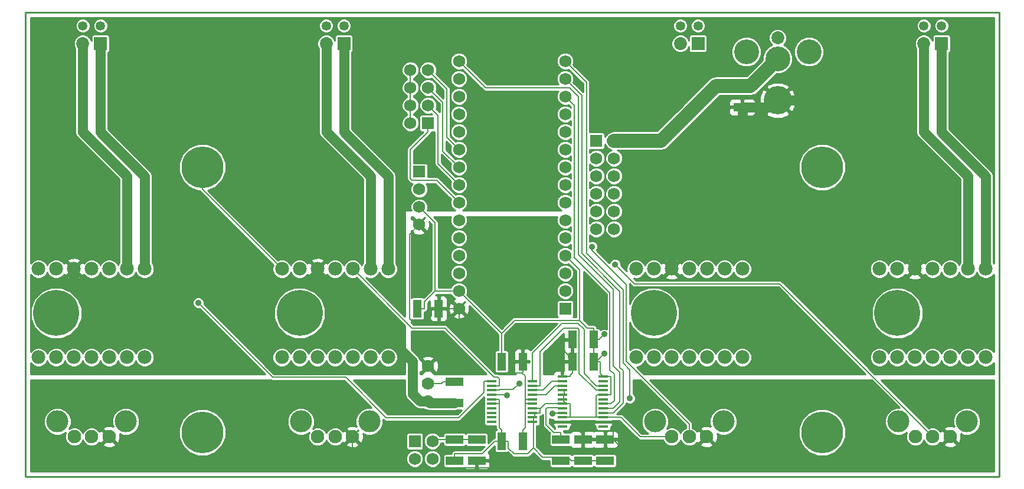
<source format=gbl>
G04 (created by PCBNEW-RS274X (2010-00-09 BZR 23xx)-stable) date Fri 15 Jul 2011 12:40:09 PM PDT*
G01*
G70*
G90*
%MOIN*%
G04 Gerber Fmt 3.4, Leading zero omitted, Abs format*
%FSLAX34Y34*%
G04 APERTURE LIST*
%ADD10C,0.006000*%
%ADD11C,0.009000*%
%ADD12C,0.076000*%
%ADD13C,0.125000*%
%ADD14R,0.069000X0.069000*%
%ADD15C,0.069000*%
%ADD16C,0.070000*%
%ADD17C,0.236000*%
%ADD18C,0.078000*%
%ADD19C,0.260000*%
%ADD20C,0.073000*%
%ADD21R,0.073000X0.073000*%
%ADD22C,0.053000*%
%ADD23R,0.057100X0.017700*%
%ADD24R,0.050000X0.100000*%
%ADD25R,0.100000X0.050000*%
%ADD26C,0.140000*%
%ADD27C,0.160000*%
%ADD28C,0.060000*%
%ADD29C,0.036000*%
%ADD30C,0.035000*%
%ADD31C,0.080000*%
%ADD32C,0.008000*%
%ADD33C,0.056000*%
%ADD34C,0.080000*%
%ADD35C,0.010000*%
G04 APERTURE END LIST*
G54D10*
G54D11*
X30500Y-55750D02*
X30500Y-29500D01*
X85500Y-55750D02*
X30500Y-55750D01*
X85500Y-29500D02*
X85500Y-55750D01*
X30500Y-29500D02*
X85500Y-29500D01*
G54D12*
X33266Y-53500D03*
X34250Y-53500D03*
X35234Y-53500D03*
G54D13*
X32320Y-52634D03*
X36180Y-52634D03*
G54D12*
X80766Y-53500D03*
X81750Y-53500D03*
X82734Y-53500D03*
G54D13*
X79820Y-52634D03*
X83680Y-52634D03*
G54D12*
X67016Y-53500D03*
X68000Y-53500D03*
X68984Y-53500D03*
G54D13*
X66070Y-52634D03*
X69930Y-52634D03*
G54D12*
X47016Y-53500D03*
X48000Y-53500D03*
X48984Y-53500D03*
G54D13*
X46070Y-52634D03*
X49930Y-52634D03*
G54D14*
X61000Y-46250D03*
G54D15*
X61000Y-45250D03*
X61000Y-44250D03*
X61000Y-43250D03*
X61000Y-42250D03*
X61000Y-41250D03*
X61000Y-40250D03*
X61000Y-39250D03*
X61000Y-38250D03*
X61000Y-37250D03*
X61000Y-36250D03*
X61000Y-35250D03*
X61000Y-34250D03*
X61000Y-33250D03*
X61000Y-32250D03*
X55000Y-32250D03*
X55000Y-33250D03*
X55000Y-34250D03*
X55000Y-35250D03*
X55000Y-36250D03*
X55000Y-37250D03*
X55000Y-38250D03*
X55000Y-39250D03*
X55000Y-40250D03*
X55000Y-41250D03*
X55000Y-42250D03*
X55000Y-43250D03*
X55000Y-44250D03*
X55000Y-45250D03*
X55000Y-46250D03*
G54D16*
X53250Y-51500D03*
X53250Y-50500D03*
X53250Y-49500D03*
G54D14*
X52500Y-53750D03*
G54D15*
X53500Y-53750D03*
X52500Y-54750D03*
X53500Y-54750D03*
G54D14*
X52750Y-38500D03*
G54D15*
X52750Y-39500D03*
X52750Y-40500D03*
X52750Y-41500D03*
G54D17*
X75500Y-38250D03*
X40500Y-53250D03*
X75500Y-53250D03*
X40500Y-38250D03*
G54D18*
X34250Y-44000D03*
X35250Y-44000D03*
X36250Y-44000D03*
X37250Y-44000D03*
X33250Y-44000D03*
X31250Y-44000D03*
G54D19*
X32250Y-46500D03*
G54D18*
X32250Y-44000D03*
X31250Y-49000D03*
X32250Y-49000D03*
X33250Y-49000D03*
X34250Y-49000D03*
X35250Y-49000D03*
X36250Y-49000D03*
X37250Y-49000D03*
X81750Y-44000D03*
X82750Y-44000D03*
X83750Y-44000D03*
X84750Y-44000D03*
X80750Y-44000D03*
X78750Y-44000D03*
G54D19*
X79750Y-46500D03*
G54D18*
X79750Y-44000D03*
X78750Y-49000D03*
X79750Y-49000D03*
X80750Y-49000D03*
X81750Y-49000D03*
X82750Y-49000D03*
X83750Y-49000D03*
X84750Y-49000D03*
X68000Y-44000D03*
X69000Y-44000D03*
X70000Y-44000D03*
X71000Y-44000D03*
X67000Y-44000D03*
X65000Y-44000D03*
G54D19*
X66000Y-46500D03*
G54D18*
X66000Y-44000D03*
X65000Y-49000D03*
X66000Y-49000D03*
X67000Y-49000D03*
X68000Y-49000D03*
X69000Y-49000D03*
X70000Y-49000D03*
X71000Y-49000D03*
X48000Y-44000D03*
X49000Y-44000D03*
X50000Y-44000D03*
X51000Y-44000D03*
X47000Y-44000D03*
X45000Y-44000D03*
G54D19*
X46000Y-46500D03*
G54D18*
X46000Y-44000D03*
X45000Y-49000D03*
X46000Y-49000D03*
X47000Y-49000D03*
X48000Y-49000D03*
X49000Y-49000D03*
X50000Y-49000D03*
X51000Y-49000D03*
G54D20*
X81250Y-31250D03*
G54D21*
X82250Y-31250D03*
G54D22*
X82250Y-30250D03*
X81250Y-30250D03*
G54D20*
X47500Y-31250D03*
G54D21*
X48500Y-31250D03*
G54D22*
X48500Y-30250D03*
X47500Y-30250D03*
G54D20*
X67500Y-31250D03*
G54D21*
X68500Y-31250D03*
G54D22*
X68500Y-30250D03*
X67500Y-30250D03*
G54D20*
X33750Y-31250D03*
G54D21*
X34750Y-31250D03*
G54D22*
X34750Y-30250D03*
X33750Y-30250D03*
G54D23*
X63160Y-50350D03*
X63160Y-50604D03*
X63160Y-50860D03*
X63160Y-51116D03*
X63160Y-51372D03*
X63160Y-51628D03*
X63160Y-51884D03*
X63160Y-52140D03*
X63160Y-52396D03*
X63160Y-52650D03*
X60840Y-52650D03*
X60840Y-52396D03*
X60840Y-52140D03*
X60840Y-51884D03*
X60840Y-51628D03*
X60840Y-51372D03*
X60840Y-51116D03*
X60840Y-50860D03*
X60840Y-50604D03*
X60840Y-50350D03*
X63160Y-50090D03*
X60840Y-50090D03*
X63160Y-52910D03*
X60840Y-52910D03*
G54D14*
X53250Y-35750D03*
G54D15*
X52250Y-35750D03*
X53250Y-34750D03*
X52250Y-34750D03*
X53250Y-33750D03*
X52250Y-33750D03*
X53250Y-32750D03*
X52250Y-32750D03*
G54D23*
X59160Y-50350D03*
X59160Y-50604D03*
X59160Y-50860D03*
X59160Y-51116D03*
X59160Y-51372D03*
X59160Y-51628D03*
X59160Y-51884D03*
X59160Y-52140D03*
X59160Y-52396D03*
X59160Y-52650D03*
X56840Y-52650D03*
X56840Y-52396D03*
X56840Y-52140D03*
X56840Y-51884D03*
X56840Y-51628D03*
X56840Y-51372D03*
X56840Y-51116D03*
X56840Y-50860D03*
X56840Y-50604D03*
X56840Y-50350D03*
G54D14*
X62750Y-36750D03*
G54D15*
X63750Y-36750D03*
X62750Y-37750D03*
X63750Y-37750D03*
X62750Y-38750D03*
X63750Y-38750D03*
X62750Y-39750D03*
X63750Y-39750D03*
X62750Y-40750D03*
X63750Y-40750D03*
X62750Y-41750D03*
X63750Y-41750D03*
G54D24*
X61400Y-48000D03*
X62600Y-48000D03*
X58600Y-53750D03*
X57400Y-53750D03*
G54D25*
X63250Y-53650D03*
X63250Y-54850D03*
G54D20*
X73000Y-30930D03*
G54D26*
X73000Y-32110D03*
G54D27*
X73000Y-34470D03*
G54D26*
X71230Y-31720D03*
X74770Y-31720D03*
G54D25*
X54750Y-51600D03*
X54750Y-50400D03*
G54D24*
X53850Y-46250D03*
X52650Y-46250D03*
G54D25*
X54750Y-53650D03*
X54750Y-54850D03*
G54D24*
X57400Y-49250D03*
X58600Y-49250D03*
G54D25*
X56000Y-53650D03*
X56000Y-54850D03*
X71000Y-34850D03*
X71000Y-33650D03*
X62000Y-53650D03*
X62000Y-54850D03*
X60750Y-53650D03*
X60750Y-54850D03*
G54D24*
X61400Y-49250D03*
X62600Y-49250D03*
G54D28*
X65600Y-51500D03*
X51200Y-51100D03*
G54D29*
X40276Y-45922D03*
X57706Y-51159D03*
X58410Y-50480D03*
X60271Y-52188D03*
X64645Y-51317D03*
G54D30*
X62519Y-42741D03*
G54D29*
X63815Y-43739D03*
G54D30*
X63200Y-47700D03*
X63200Y-48800D03*
G54D31*
X62700Y-45900D03*
X67800Y-45500D03*
G54D29*
X56200Y-45700D03*
G54D30*
X60518Y-48230D03*
G54D32*
X63250Y-53650D02*
X63695Y-53650D01*
X61875Y-53257D02*
X62000Y-53257D01*
X61268Y-52650D02*
X61875Y-53257D01*
X60840Y-52650D02*
X61268Y-52650D01*
X62000Y-53453D02*
X62000Y-53257D01*
X62410Y-53453D02*
X62607Y-53650D01*
X62000Y-53453D02*
X62410Y-53453D01*
X63250Y-53650D02*
X62607Y-53650D01*
X63695Y-52699D02*
X63695Y-53650D01*
X63646Y-52650D02*
X63695Y-52699D01*
X63160Y-52650D02*
X63646Y-52650D01*
X81659Y-54575D02*
X82734Y-53500D01*
X70059Y-54575D02*
X81659Y-54575D01*
X68984Y-53500D02*
X70059Y-54575D01*
X62000Y-53620D02*
X62000Y-53453D01*
X62000Y-53620D02*
X62000Y-53650D01*
X48984Y-53500D02*
X48984Y-54576D01*
X36310Y-54576D02*
X35234Y-53500D01*
X48984Y-54576D02*
X36310Y-54576D01*
X49651Y-55243D02*
X56000Y-55243D01*
X48984Y-54576D02*
X49651Y-55243D01*
X56000Y-54850D02*
X56000Y-55243D01*
X63834Y-55243D02*
X56000Y-55243D01*
X64213Y-54864D02*
X63834Y-55243D01*
X64213Y-54168D02*
X64213Y-54864D01*
X68316Y-54168D02*
X64213Y-54168D01*
X68984Y-53500D02*
X68316Y-54168D01*
X64213Y-54168D02*
X63695Y-53650D01*
X54306Y-36556D02*
X55000Y-37250D01*
X54306Y-33806D02*
X54306Y-36556D01*
X53250Y-32750D02*
X54306Y-33806D01*
X54088Y-34588D02*
X53250Y-33750D01*
X54088Y-37338D02*
X54088Y-34588D01*
X55000Y-38250D02*
X54088Y-37338D01*
X53814Y-38064D02*
X55000Y-39250D01*
X53814Y-35314D02*
X53814Y-38064D01*
X53250Y-34750D02*
X53814Y-35314D01*
X53739Y-38989D02*
X55000Y-40250D01*
X52341Y-38989D02*
X53739Y-38989D01*
X52250Y-38898D02*
X52341Y-38989D01*
X52250Y-37238D02*
X52250Y-38898D01*
X53250Y-36238D02*
X52250Y-37238D01*
X53250Y-35750D02*
X53250Y-36238D01*
X63160Y-51628D02*
X63588Y-51628D01*
X61511Y-34761D02*
X61000Y-34250D01*
X61511Y-43347D02*
X61511Y-34761D01*
X63526Y-45362D02*
X61511Y-43347D01*
X63526Y-49714D02*
X63526Y-45362D01*
X63772Y-49960D02*
X63526Y-49714D01*
X63772Y-51444D02*
X63772Y-49960D01*
X63588Y-51628D02*
X63772Y-51444D01*
X44482Y-50128D02*
X40276Y-45922D01*
X48596Y-50128D02*
X44482Y-50128D01*
X50893Y-52425D02*
X48596Y-50128D01*
X54983Y-52425D02*
X50893Y-52425D01*
X56411Y-50997D02*
X54983Y-52425D01*
X56411Y-50350D02*
X56411Y-50997D01*
X56840Y-50350D02*
X56411Y-50350D01*
G54D33*
X34750Y-31250D02*
X34750Y-36250D01*
X37250Y-38750D02*
X37250Y-44000D01*
X34750Y-36250D02*
X37250Y-38750D01*
X33750Y-31250D02*
X33750Y-36250D01*
X36250Y-38750D02*
X36250Y-44000D01*
X33750Y-36250D02*
X36250Y-38750D01*
X48500Y-31250D02*
X48500Y-36250D01*
X51000Y-38750D02*
X51000Y-44000D01*
X48500Y-36250D02*
X51000Y-38750D01*
X47500Y-31250D02*
X47500Y-36250D01*
X50000Y-38750D02*
X50000Y-44000D01*
X47500Y-36250D02*
X50000Y-38750D01*
G54D32*
X57663Y-51116D02*
X57706Y-51159D01*
X56840Y-51116D02*
X57663Y-51116D01*
G54D33*
X82250Y-31250D02*
X82250Y-36250D01*
X84750Y-38750D02*
X84750Y-44000D01*
X82250Y-36250D02*
X84750Y-38750D01*
X81250Y-31250D02*
X81250Y-36250D01*
X83750Y-38750D02*
X83750Y-44000D01*
X81250Y-36250D02*
X83750Y-38750D01*
G54D32*
X52340Y-47340D02*
X49000Y-44000D01*
X54203Y-47340D02*
X52340Y-47340D01*
X56980Y-50117D02*
X54203Y-47340D01*
X57183Y-50117D02*
X56980Y-50117D01*
X57268Y-50202D02*
X57183Y-50117D01*
X57268Y-50604D02*
X57268Y-50202D01*
X56840Y-50604D02*
X57268Y-50604D01*
X58050Y-50836D02*
X58410Y-50480D01*
X57292Y-50836D02*
X58050Y-50836D01*
X57268Y-50860D02*
X57292Y-50836D01*
X56840Y-50860D02*
X57268Y-50860D01*
X60319Y-52140D02*
X60271Y-52188D01*
X60840Y-52140D02*
X60319Y-52140D01*
X64645Y-49712D02*
X64645Y-51317D01*
X64268Y-49335D02*
X64645Y-49712D01*
X64268Y-45195D02*
X64268Y-49335D01*
X62201Y-43128D02*
X64268Y-45195D01*
X62201Y-33451D02*
X62201Y-43128D01*
X61000Y-32250D02*
X62201Y-33451D01*
X61933Y-34183D02*
X61000Y-33250D01*
X61933Y-43120D02*
X61933Y-34183D01*
X64085Y-45272D02*
X61933Y-43120D01*
X64085Y-49586D02*
X64085Y-45272D01*
X64267Y-49768D02*
X64085Y-49586D01*
X64267Y-51585D02*
X64267Y-49768D01*
X63712Y-52140D02*
X64267Y-51585D01*
X63160Y-52140D02*
X63712Y-52140D01*
X62519Y-42944D02*
X62519Y-42741D01*
X64452Y-44877D02*
X62519Y-42944D01*
X64452Y-49232D02*
X64452Y-44877D01*
X68000Y-52780D02*
X64452Y-49232D01*
X68000Y-53500D02*
X68000Y-52780D01*
X64921Y-44845D02*
X63815Y-43739D01*
X73119Y-44845D02*
X64921Y-44845D01*
X81750Y-53476D02*
X73119Y-44845D01*
X81750Y-53500D02*
X81750Y-53476D01*
X56500Y-33750D02*
X55000Y-32250D01*
X61238Y-33750D02*
X56500Y-33750D01*
X61750Y-34262D02*
X61238Y-33750D01*
X61750Y-43198D02*
X61750Y-34262D01*
X63719Y-45167D02*
X61750Y-43198D01*
X63719Y-49481D02*
X63719Y-45167D01*
X64083Y-49845D02*
X63719Y-49481D01*
X64083Y-51508D02*
X64083Y-49845D01*
X63707Y-51884D02*
X64083Y-51508D01*
X63160Y-51884D02*
X63707Y-51884D01*
X62736Y-50604D02*
X63160Y-50604D01*
X62061Y-49929D02*
X62736Y-50604D01*
X62061Y-47426D02*
X62061Y-49929D01*
X61723Y-47088D02*
X62061Y-47426D01*
X60819Y-47088D02*
X61723Y-47088D01*
X59160Y-48747D02*
X60819Y-47088D01*
X59160Y-50350D02*
X59160Y-48747D01*
X59160Y-50604D02*
X59588Y-50604D01*
X63160Y-50860D02*
X62731Y-50860D01*
X61794Y-49923D02*
X62731Y-50860D01*
X61794Y-47442D02*
X61794Y-49923D01*
X61708Y-47356D02*
X61794Y-47442D01*
X60918Y-47356D02*
X61708Y-47356D01*
X59588Y-48686D02*
X60918Y-47356D01*
X59588Y-50604D02*
X59588Y-48686D01*
X59745Y-50860D02*
X59160Y-50860D01*
X60255Y-50350D02*
X59745Y-50860D01*
X60840Y-50350D02*
X60255Y-50350D01*
X59899Y-51116D02*
X59160Y-51116D01*
X60411Y-50604D02*
X59899Y-51116D01*
X60840Y-50604D02*
X60411Y-50604D01*
G54D34*
X71000Y-33650D02*
X69500Y-33650D01*
X66400Y-36750D02*
X66250Y-36750D01*
X66250Y-36750D02*
X63750Y-36750D01*
X69500Y-33650D02*
X66400Y-36750D01*
X71000Y-33650D02*
X71460Y-33650D01*
X71460Y-33650D02*
X73000Y-32110D01*
G54D32*
X62600Y-48000D02*
X62900Y-48000D01*
X62900Y-48000D02*
X63200Y-47700D01*
X62600Y-49250D02*
X62750Y-49250D01*
X62750Y-49250D02*
X63200Y-48800D01*
X52250Y-32750D02*
X52250Y-33750D01*
X52250Y-33750D02*
X52250Y-34750D01*
X52250Y-34750D02*
X52250Y-35750D01*
X60924Y-51372D02*
X60924Y-51116D01*
X60840Y-51372D02*
X60924Y-51372D01*
X60840Y-51116D02*
X60924Y-51116D01*
X57400Y-53750D02*
X57400Y-53107D01*
X40500Y-39500D02*
X40500Y-38250D01*
X45000Y-44000D02*
X40500Y-39500D01*
X57268Y-52975D02*
X57400Y-53107D01*
X57268Y-51628D02*
X57268Y-52975D01*
X56840Y-51628D02*
X57054Y-51628D01*
X54007Y-50500D02*
X54107Y-50400D01*
X53250Y-50500D02*
X54007Y-50500D01*
X54750Y-50400D02*
X54107Y-50400D01*
X59160Y-51884D02*
X59374Y-51884D01*
X59267Y-52396D02*
X59267Y-52140D01*
X59160Y-52140D02*
X59267Y-52140D01*
X59267Y-52140D02*
X59588Y-52140D01*
X56300Y-54457D02*
X57007Y-53750D01*
X54750Y-54457D02*
X56300Y-54457D01*
X54750Y-54850D02*
X54750Y-54457D01*
X57400Y-53750D02*
X57007Y-53750D01*
X63160Y-52396D02*
X62731Y-52396D01*
X63250Y-54850D02*
X62000Y-54850D01*
X60840Y-52396D02*
X61268Y-52396D01*
X60840Y-50860D02*
X60947Y-50860D01*
X60947Y-51093D02*
X60924Y-51116D01*
X60947Y-50860D02*
X60947Y-51093D01*
X64137Y-52396D02*
X63160Y-52396D01*
X65241Y-53500D02*
X64137Y-52396D01*
X67016Y-53500D02*
X65241Y-53500D01*
X62600Y-49250D02*
X62600Y-48000D01*
X62600Y-49250D02*
X62993Y-49250D01*
X62731Y-51180D02*
X62795Y-51116D01*
X62731Y-52396D02*
X62731Y-51180D01*
X62993Y-49923D02*
X63160Y-50090D01*
X62993Y-49250D02*
X62993Y-49923D01*
X62978Y-51116D02*
X62795Y-51116D01*
X62978Y-51116D02*
X63160Y-51116D01*
X63588Y-51116D02*
X63588Y-50090D01*
X63160Y-51116D02*
X63588Y-51116D01*
X63160Y-50090D02*
X63588Y-50090D01*
X53650Y-41400D02*
X52750Y-40500D01*
X53650Y-45250D02*
X53650Y-41400D01*
X53650Y-45250D02*
X55000Y-45250D01*
X59214Y-52396D02*
X59214Y-52650D01*
X59160Y-52396D02*
X59214Y-52396D01*
X59214Y-52396D02*
X59267Y-52396D01*
X59890Y-51628D02*
X60840Y-51628D01*
X59588Y-51930D02*
X59890Y-51628D01*
X59542Y-51884D02*
X59588Y-51930D01*
X59374Y-51884D02*
X59542Y-51884D01*
X59588Y-51930D02*
X59588Y-52140D01*
X60840Y-51628D02*
X61054Y-51628D01*
X61054Y-51628D02*
X61268Y-51628D01*
X60924Y-51498D02*
X60924Y-51372D01*
X61054Y-51628D02*
X60924Y-51498D01*
X62731Y-52396D02*
X61268Y-52396D01*
X61268Y-52396D02*
X61268Y-51628D01*
X60750Y-54850D02*
X60750Y-54653D01*
X62000Y-54850D02*
X61357Y-54850D01*
X62600Y-48000D02*
X62600Y-47357D01*
X59200Y-52650D02*
X59201Y-52650D01*
X59160Y-52650D02*
X59200Y-52650D01*
X59201Y-52650D02*
X59214Y-52650D01*
X57400Y-53750D02*
X57793Y-53750D01*
X53043Y-45857D02*
X53650Y-45250D01*
X53043Y-46250D02*
X53043Y-45857D01*
X61160Y-54653D02*
X60750Y-54653D01*
X61357Y-54850D02*
X61160Y-54653D01*
X59718Y-54653D02*
X59201Y-54136D01*
X60750Y-54653D02*
X59718Y-54653D01*
X59201Y-52650D02*
X59201Y-54136D01*
X57793Y-54143D02*
X57793Y-53750D01*
X58114Y-54464D02*
X57793Y-54143D01*
X58873Y-54464D02*
X58114Y-54464D01*
X59201Y-54136D02*
X58873Y-54464D01*
X52650Y-46250D02*
X53043Y-46250D01*
X61800Y-44050D02*
X61000Y-43250D01*
X61800Y-46904D02*
X61800Y-44050D01*
X62253Y-47357D02*
X61800Y-46904D01*
X62600Y-47357D02*
X62253Y-47357D01*
X58146Y-46904D02*
X57400Y-47650D01*
X61800Y-46904D02*
X58146Y-46904D01*
X57400Y-49250D02*
X57400Y-47650D01*
X57400Y-47650D02*
X55000Y-45250D01*
X56840Y-51372D02*
X57268Y-51372D01*
X57221Y-51628D02*
X57268Y-51628D01*
X57054Y-51628D02*
X57221Y-51628D01*
X57268Y-51581D02*
X57268Y-51372D01*
X57221Y-51628D02*
X57268Y-51581D01*
X56000Y-53650D02*
X54750Y-53650D01*
X53600Y-53650D02*
X53500Y-53750D01*
X54750Y-53650D02*
X53600Y-53650D01*
X60816Y-51860D02*
X60840Y-51884D01*
X59983Y-51860D02*
X60816Y-51860D01*
X59922Y-51921D02*
X59983Y-51860D01*
X59922Y-52822D02*
X59922Y-51921D01*
X60357Y-53257D02*
X59922Y-52822D01*
X60750Y-53257D02*
X60357Y-53257D01*
X60750Y-53650D02*
X60750Y-53257D01*
G54D33*
X73000Y-34470D02*
X77070Y-34470D01*
X80750Y-38150D02*
X80750Y-44000D01*
X77070Y-34470D02*
X80750Y-38150D01*
X53350Y-51600D02*
X53250Y-51500D01*
X54750Y-51600D02*
X53350Y-51600D01*
X72620Y-34850D02*
X73000Y-34470D01*
X71000Y-34850D02*
X72620Y-34850D01*
X67000Y-39483D02*
X67000Y-44000D01*
X71000Y-35483D02*
X67000Y-39483D01*
X71000Y-34850D02*
X71000Y-35483D01*
X46711Y-44795D02*
X47000Y-44506D01*
X33434Y-44795D02*
X46711Y-44795D01*
X33250Y-44611D02*
X33434Y-44795D01*
X33250Y-44000D02*
X33250Y-44611D01*
X47000Y-44000D02*
X47000Y-44506D01*
X52809Y-51500D02*
X53250Y-51500D01*
X52380Y-51071D02*
X52809Y-51500D01*
X52380Y-49237D02*
X52380Y-51071D01*
X51321Y-48178D02*
X52380Y-49237D01*
X50672Y-48178D02*
X51321Y-48178D01*
X47000Y-44506D02*
X50672Y-48178D01*
G54D32*
X59160Y-51372D02*
X58946Y-51372D01*
X59160Y-51628D02*
X58731Y-51628D01*
X58731Y-52976D02*
X58731Y-51628D01*
X58600Y-53107D02*
X58731Y-52976D01*
X58600Y-53750D02*
X58600Y-53107D01*
X58946Y-51372D02*
X58731Y-51372D01*
X58731Y-51372D02*
X58731Y-51628D01*
X58600Y-49250D02*
X58600Y-49847D01*
X61400Y-48000D02*
X61400Y-48643D01*
X52196Y-42054D02*
X52750Y-41500D01*
X52196Y-46812D02*
X52196Y-42054D01*
X52278Y-46894D02*
X52196Y-46812D01*
X53206Y-46894D02*
X52278Y-46894D01*
X53457Y-46643D02*
X53206Y-46894D01*
X53457Y-46250D02*
X53457Y-46643D01*
X53850Y-46250D02*
X53457Y-46250D01*
X53850Y-46250D02*
X54243Y-46250D01*
X55000Y-46250D02*
X54243Y-46250D01*
X58600Y-49847D02*
X58554Y-49893D01*
X55000Y-47876D02*
X55000Y-46250D01*
X57017Y-49893D02*
X55000Y-47876D01*
X58554Y-49893D02*
X57017Y-49893D01*
X58731Y-50070D02*
X58554Y-49893D01*
X58731Y-51372D02*
X58731Y-50070D01*
X61268Y-50025D02*
X61400Y-49893D01*
X61268Y-50090D02*
X61268Y-50025D01*
X60840Y-50090D02*
X61268Y-50090D01*
X61400Y-49250D02*
X61400Y-49893D01*
X61165Y-48878D02*
X61166Y-48877D01*
X61165Y-49015D02*
X61165Y-48878D01*
X61400Y-49250D02*
X61165Y-49015D01*
X61166Y-48877D02*
X61400Y-48643D01*
X61166Y-48877D02*
X60518Y-48230D01*
G54D35*
X60900Y-47640D02*
X60900Y-47640D01*
X60820Y-47720D02*
X60900Y-47720D01*
X60740Y-47800D02*
X60900Y-47800D01*
X60660Y-47880D02*
X60900Y-47880D01*
X60580Y-47960D02*
X61450Y-47960D01*
X60500Y-48040D02*
X61450Y-48040D01*
X60420Y-48120D02*
X60900Y-48120D01*
X61350Y-48120D02*
X61450Y-48120D01*
X60340Y-48200D02*
X60900Y-48200D01*
X61350Y-48200D02*
X61450Y-48200D01*
X60261Y-48280D02*
X60900Y-48280D01*
X61350Y-48280D02*
X61450Y-48280D01*
X60181Y-48360D02*
X60900Y-48360D01*
X61350Y-48360D02*
X61450Y-48360D01*
X60101Y-48440D02*
X60900Y-48440D01*
X61350Y-48440D02*
X61450Y-48440D01*
X60021Y-48520D02*
X60901Y-48520D01*
X61350Y-48520D02*
X61450Y-48520D01*
X59941Y-48600D02*
X60921Y-48600D01*
X61350Y-48600D02*
X61450Y-48600D01*
X59861Y-48680D02*
X60910Y-48680D01*
X61350Y-48680D02*
X61450Y-48680D01*
X59781Y-48760D02*
X60901Y-48760D01*
X61350Y-48760D02*
X61450Y-48760D01*
X59778Y-48840D02*
X60901Y-48840D01*
X61350Y-48840D02*
X61450Y-48840D01*
X59778Y-48920D02*
X60901Y-48920D01*
X61350Y-48920D02*
X61450Y-48920D01*
X59778Y-49000D02*
X60901Y-49000D01*
X61350Y-49000D02*
X61450Y-49000D01*
X59778Y-49080D02*
X60901Y-49080D01*
X61350Y-49080D02*
X61450Y-49080D01*
X59778Y-49160D02*
X60922Y-49160D01*
X61350Y-49160D02*
X61450Y-49160D01*
X59778Y-49240D02*
X61450Y-49240D01*
X59778Y-49320D02*
X60942Y-49320D01*
X59778Y-49400D02*
X60900Y-49400D01*
X59778Y-49480D02*
X60900Y-49480D01*
X59778Y-49560D02*
X60900Y-49560D01*
X59778Y-49640D02*
X60900Y-49640D01*
X59778Y-49720D02*
X60901Y-49720D01*
X59778Y-49800D02*
X60405Y-49800D01*
X60776Y-49800D02*
X60901Y-49800D01*
X59778Y-49880D02*
X60336Y-49880D01*
X60790Y-49880D02*
X60890Y-49880D01*
X53728Y-45440D02*
X54543Y-45440D01*
X53758Y-45520D02*
X53942Y-45520D01*
X54195Y-45520D02*
X54576Y-45520D01*
X53800Y-45600D02*
X53900Y-45600D01*
X54302Y-45600D02*
X54651Y-45600D01*
X53800Y-45680D02*
X53900Y-45680D01*
X54341Y-45680D02*
X54746Y-45680D01*
X53800Y-45760D02*
X53900Y-45760D01*
X54349Y-45760D02*
X54687Y-45760D01*
X53327Y-45840D02*
X53350Y-45840D01*
X53800Y-45840D02*
X53900Y-45840D01*
X54350Y-45840D02*
X54661Y-45840D01*
X53247Y-45920D02*
X53350Y-45920D01*
X53800Y-45920D02*
X53900Y-45920D01*
X54350Y-45920D02*
X54562Y-45920D01*
X54599Y-45920D02*
X54741Y-45920D01*
X55258Y-45920D02*
X55259Y-45920D01*
X53233Y-46000D02*
X53350Y-46000D01*
X53800Y-46000D02*
X53900Y-46000D01*
X54350Y-46000D02*
X54471Y-46000D01*
X54679Y-46000D02*
X54821Y-46000D01*
X55178Y-46000D02*
X55179Y-46000D01*
X53233Y-46080D02*
X53350Y-46080D01*
X53800Y-46080D02*
X53900Y-46080D01*
X54350Y-46080D02*
X54442Y-46080D01*
X54759Y-46080D02*
X54901Y-46080D01*
X55098Y-46080D02*
X55099Y-46080D01*
X53233Y-46160D02*
X53372Y-46160D01*
X53800Y-46160D02*
X53900Y-46160D01*
X54328Y-46160D02*
X54412Y-46160D01*
X54839Y-46160D02*
X54981Y-46160D01*
X55018Y-46160D02*
X55019Y-46160D01*
X55581Y-46160D02*
X55642Y-46160D01*
X53233Y-46240D02*
X54415Y-46240D01*
X54919Y-46240D02*
X55061Y-46240D01*
X55584Y-46240D02*
X55722Y-46240D01*
X53219Y-46320D02*
X53392Y-46320D01*
X53800Y-46320D02*
X53900Y-46320D01*
X54308Y-46320D02*
X54418Y-46320D01*
X54859Y-46320D02*
X55141Y-46320D01*
X55588Y-46320D02*
X55802Y-46320D01*
X53153Y-46400D02*
X53350Y-46400D01*
X53800Y-46400D02*
X53900Y-46400D01*
X54349Y-46400D02*
X54425Y-46400D01*
X54779Y-46400D02*
X54921Y-46400D01*
X55079Y-46400D02*
X55221Y-46400D01*
X55565Y-46400D02*
X55882Y-46400D01*
X53049Y-46480D02*
X53350Y-46480D01*
X53800Y-46480D02*
X53900Y-46480D01*
X54349Y-46480D02*
X54459Y-46480D01*
X54699Y-46480D02*
X54841Y-46480D01*
X55159Y-46480D02*
X55301Y-46480D01*
X55536Y-46480D02*
X55962Y-46480D01*
X53049Y-46560D02*
X53350Y-46560D01*
X53800Y-46560D02*
X53900Y-46560D01*
X54349Y-46560D02*
X54498Y-46560D01*
X54619Y-46560D02*
X54761Y-46560D01*
X55239Y-46560D02*
X55381Y-46560D01*
X55501Y-46560D02*
X56042Y-46560D01*
X53049Y-46640D02*
X53350Y-46640D01*
X53800Y-46640D02*
X53900Y-46640D01*
X54349Y-46640D02*
X54681Y-46640D01*
X55319Y-46640D02*
X56122Y-46640D01*
X53049Y-46720D02*
X53351Y-46720D01*
X53800Y-46720D02*
X53900Y-46720D01*
X54349Y-46720D02*
X54679Y-46720D01*
X55320Y-46720D02*
X56202Y-46720D01*
X53040Y-46800D02*
X53351Y-46800D01*
X53800Y-46800D02*
X53900Y-46800D01*
X54349Y-46800D02*
X54806Y-46800D01*
X55208Y-46800D02*
X56282Y-46800D01*
X52300Y-46880D02*
X52323Y-46880D01*
X52975Y-46880D02*
X53384Y-46880D01*
X53800Y-46880D02*
X53900Y-46880D01*
X54315Y-46880D02*
X56362Y-46880D01*
X52300Y-46960D02*
X53458Y-46960D01*
X53778Y-46960D02*
X53922Y-46960D01*
X54242Y-46960D02*
X56442Y-46960D01*
X52309Y-47040D02*
X56522Y-47040D01*
X52389Y-47120D02*
X56602Y-47120D01*
X58198Y-47120D02*
X60518Y-47120D01*
X54329Y-47200D02*
X56682Y-47200D01*
X58118Y-47200D02*
X60438Y-47200D01*
X54411Y-47280D02*
X56762Y-47280D01*
X58038Y-47280D02*
X60358Y-47280D01*
X54491Y-47360D02*
X56842Y-47360D01*
X57958Y-47360D02*
X60278Y-47360D01*
X54571Y-47440D02*
X56922Y-47440D01*
X57878Y-47440D02*
X60198Y-47440D01*
X54651Y-47520D02*
X57002Y-47520D01*
X57798Y-47520D02*
X60118Y-47520D01*
X54731Y-47600D02*
X57082Y-47600D01*
X57718Y-47600D02*
X60038Y-47600D01*
X54811Y-47680D02*
X57162Y-47680D01*
X57638Y-47680D02*
X59958Y-47680D01*
X54891Y-47760D02*
X57210Y-47760D01*
X57590Y-47760D02*
X59878Y-47760D01*
X54971Y-47840D02*
X57210Y-47840D01*
X57590Y-47840D02*
X59798Y-47840D01*
X55051Y-47920D02*
X57210Y-47920D01*
X57590Y-47920D02*
X59718Y-47920D01*
X55131Y-48000D02*
X57210Y-48000D01*
X57590Y-48000D02*
X59638Y-48000D01*
X55211Y-48080D02*
X57210Y-48080D01*
X57590Y-48080D02*
X59558Y-48080D01*
X55291Y-48160D02*
X57210Y-48160D01*
X57590Y-48160D02*
X59478Y-48160D01*
X55371Y-48240D02*
X57210Y-48240D01*
X57590Y-48240D02*
X59398Y-48240D01*
X55451Y-48320D02*
X57210Y-48320D01*
X57590Y-48320D02*
X59318Y-48320D01*
X55531Y-48400D02*
X57210Y-48400D01*
X57590Y-48400D02*
X59238Y-48400D01*
X55611Y-48480D02*
X57210Y-48480D01*
X57590Y-48480D02*
X59158Y-48480D01*
X55691Y-48560D02*
X57210Y-48560D01*
X57590Y-48560D02*
X58188Y-48560D01*
X58548Y-48560D02*
X58652Y-48560D01*
X59012Y-48560D02*
X59078Y-48560D01*
X55771Y-48640D02*
X57049Y-48640D01*
X57751Y-48640D02*
X58127Y-48640D01*
X58550Y-48640D02*
X58650Y-48640D01*
X55851Y-48720D02*
X57002Y-48720D01*
X57799Y-48720D02*
X58101Y-48720D01*
X58550Y-48720D02*
X58650Y-48720D01*
X55931Y-48800D02*
X57001Y-48800D01*
X57799Y-48800D02*
X58101Y-48800D01*
X58550Y-48800D02*
X58650Y-48800D01*
X56011Y-48880D02*
X57001Y-48880D01*
X57799Y-48880D02*
X58101Y-48880D01*
X58550Y-48880D02*
X58650Y-48880D01*
X56091Y-48960D02*
X57001Y-48960D01*
X57799Y-48960D02*
X58101Y-48960D01*
X58550Y-48960D02*
X58650Y-48960D01*
X56171Y-49040D02*
X57001Y-49040D01*
X57799Y-49040D02*
X58101Y-49040D01*
X58550Y-49040D02*
X58650Y-49040D01*
X56251Y-49120D02*
X57001Y-49120D01*
X57799Y-49120D02*
X58101Y-49120D01*
X58550Y-49120D02*
X58650Y-49120D01*
X56331Y-49200D02*
X57001Y-49200D01*
X57799Y-49200D02*
X58970Y-49200D01*
X56411Y-49280D02*
X57001Y-49280D01*
X57799Y-49280D02*
X58970Y-49280D01*
X56491Y-49360D02*
X57001Y-49360D01*
X57799Y-49360D02*
X58102Y-49360D01*
X56571Y-49440D02*
X57001Y-49440D01*
X57799Y-49440D02*
X58100Y-49440D01*
X56651Y-49520D02*
X57001Y-49520D01*
X57799Y-49520D02*
X58100Y-49520D01*
X56731Y-49600D02*
X57001Y-49600D01*
X57799Y-49600D02*
X58100Y-49600D01*
X56811Y-49680D02*
X57001Y-49680D01*
X57799Y-49680D02*
X58100Y-49680D01*
X56891Y-49760D02*
X57001Y-49760D01*
X57799Y-49760D02*
X58101Y-49760D01*
X56971Y-49840D02*
X57029Y-49840D01*
X57771Y-49840D02*
X58117Y-49840D01*
X57051Y-49920D02*
X58168Y-49920D01*
X52300Y-47522D02*
X52300Y-47522D01*
X52300Y-47602D02*
X54196Y-47602D01*
X52300Y-47682D02*
X54276Y-47682D01*
X52300Y-47762D02*
X54356Y-47762D01*
X52300Y-47842D02*
X54436Y-47842D01*
X52300Y-47922D02*
X54516Y-47922D01*
X52300Y-48002D02*
X54596Y-48002D01*
X52300Y-48082D02*
X54676Y-48082D01*
X52300Y-48162D02*
X54756Y-48162D01*
X52300Y-48242D02*
X54836Y-48242D01*
X52300Y-48322D02*
X54916Y-48322D01*
X52300Y-48402D02*
X54996Y-48402D01*
X52300Y-48482D02*
X55076Y-48482D01*
X52314Y-48562D02*
X55156Y-48562D01*
X52394Y-48642D02*
X55236Y-48642D01*
X52474Y-48722D02*
X55316Y-48722D01*
X52554Y-48802D02*
X55396Y-48802D01*
X52634Y-48882D02*
X55476Y-48882D01*
X52704Y-48962D02*
X53001Y-48962D01*
X53492Y-48962D02*
X55556Y-48962D01*
X52758Y-49042D02*
X52922Y-49042D01*
X53579Y-49042D02*
X55636Y-49042D01*
X52787Y-49122D02*
X52943Y-49122D01*
X53557Y-49122D02*
X55716Y-49122D01*
X52881Y-49202D02*
X53023Y-49202D01*
X53477Y-49202D02*
X53619Y-49202D01*
X53768Y-49202D02*
X55796Y-49202D01*
X52961Y-49282D02*
X53103Y-49282D01*
X53397Y-49282D02*
X53539Y-49282D01*
X53802Y-49282D02*
X55876Y-49282D01*
X53041Y-49362D02*
X53183Y-49362D01*
X53317Y-49362D02*
X53459Y-49362D01*
X53833Y-49362D02*
X55956Y-49362D01*
X53121Y-49442D02*
X53379Y-49442D01*
X53837Y-49442D02*
X56036Y-49442D01*
X53157Y-49522D02*
X53343Y-49522D01*
X53840Y-49522D02*
X56116Y-49522D01*
X53077Y-49602D02*
X53219Y-49602D01*
X53281Y-49602D02*
X53423Y-49602D01*
X53838Y-49602D02*
X56196Y-49602D01*
X52997Y-49682D02*
X53139Y-49682D01*
X53361Y-49682D02*
X53503Y-49682D01*
X53809Y-49682D02*
X56276Y-49682D01*
X52917Y-49762D02*
X53059Y-49762D01*
X53441Y-49762D02*
X53583Y-49762D01*
X53780Y-49762D02*
X56356Y-49762D01*
X52810Y-49842D02*
X52833Y-49842D01*
X52837Y-49842D02*
X52979Y-49842D01*
X53521Y-49842D02*
X53663Y-49842D01*
X53667Y-49842D02*
X56436Y-49842D01*
X52810Y-49922D02*
X52909Y-49922D01*
X53590Y-49922D02*
X56516Y-49922D01*
X54547Y-41049D02*
X54547Y-41049D01*
X60547Y-41049D02*
X60547Y-41049D01*
X53648Y-41129D02*
X54515Y-41129D01*
X55485Y-41129D02*
X60515Y-41129D01*
X53728Y-41209D02*
X54506Y-41209D01*
X55494Y-41209D02*
X60506Y-41209D01*
X53801Y-41289D02*
X54506Y-41289D01*
X55494Y-41289D02*
X60506Y-41289D01*
X53835Y-41369D02*
X54514Y-41369D01*
X55485Y-41369D02*
X60514Y-41369D01*
X53840Y-41449D02*
X54547Y-41449D01*
X55452Y-41449D02*
X60547Y-41449D01*
X53840Y-41529D02*
X54580Y-41529D01*
X55419Y-41529D02*
X60580Y-41529D01*
X53840Y-41609D02*
X54660Y-41609D01*
X55340Y-41609D02*
X60660Y-41609D01*
X53840Y-41689D02*
X54768Y-41689D01*
X55231Y-41689D02*
X60768Y-41689D01*
X61231Y-41689D02*
X61321Y-41689D01*
X53840Y-41769D02*
X54871Y-41769D01*
X55131Y-41769D02*
X60871Y-41769D01*
X61131Y-41769D02*
X61321Y-41769D01*
X53840Y-41849D02*
X54702Y-41849D01*
X55298Y-41849D02*
X60702Y-41849D01*
X61298Y-41849D02*
X61321Y-41849D01*
X53840Y-41929D02*
X54622Y-41929D01*
X55378Y-41929D02*
X60622Y-41929D01*
X53840Y-42009D02*
X54565Y-42009D01*
X55436Y-42009D02*
X60565Y-42009D01*
X53840Y-42089D02*
X54532Y-42089D01*
X55469Y-42089D02*
X60532Y-42089D01*
X53840Y-42169D02*
X54506Y-42169D01*
X55494Y-42169D02*
X60506Y-42169D01*
X53840Y-42249D02*
X54506Y-42249D01*
X55494Y-42249D02*
X60506Y-42249D01*
X53840Y-42329D02*
X54506Y-42329D01*
X55494Y-42329D02*
X60506Y-42329D01*
X53840Y-42409D02*
X54531Y-42409D01*
X55469Y-42409D02*
X60531Y-42409D01*
X53840Y-42489D02*
X54564Y-42489D01*
X55435Y-42489D02*
X60564Y-42489D01*
X53840Y-42569D02*
X54620Y-42569D01*
X55380Y-42569D02*
X60620Y-42569D01*
X53840Y-42649D02*
X54700Y-42649D01*
X55300Y-42649D02*
X60700Y-42649D01*
X61300Y-42649D02*
X61321Y-42649D01*
X53840Y-42729D02*
X54864Y-42729D01*
X55134Y-42729D02*
X60864Y-42729D01*
X61134Y-42729D02*
X61321Y-42729D01*
X53840Y-42809D02*
X54774Y-42809D01*
X55227Y-42809D02*
X60774Y-42809D01*
X61227Y-42809D02*
X61321Y-42809D01*
X53840Y-42889D02*
X54662Y-42889D01*
X55338Y-42889D02*
X60662Y-42889D01*
X53840Y-42969D02*
X54582Y-42969D01*
X55418Y-42969D02*
X60582Y-42969D01*
X53840Y-43049D02*
X54549Y-43049D01*
X55452Y-43049D02*
X60549Y-43049D01*
X53840Y-43129D02*
X54516Y-43129D01*
X55485Y-43129D02*
X60516Y-43129D01*
X53840Y-43209D02*
X54506Y-43209D01*
X55494Y-43209D02*
X60506Y-43209D01*
X53840Y-43289D02*
X54506Y-43289D01*
X55494Y-43289D02*
X60506Y-43289D01*
X53840Y-43369D02*
X54514Y-43369D01*
X55485Y-43369D02*
X60514Y-43369D01*
X53840Y-43449D02*
X54547Y-43449D01*
X55452Y-43449D02*
X60547Y-43449D01*
X53840Y-43529D02*
X54580Y-43529D01*
X55419Y-43529D02*
X60580Y-43529D01*
X53840Y-43609D02*
X54660Y-43609D01*
X55340Y-43609D02*
X60660Y-43609D01*
X53840Y-43689D02*
X54768Y-43689D01*
X55231Y-43689D02*
X60768Y-43689D01*
X53840Y-43769D02*
X54870Y-43769D01*
X55131Y-43769D02*
X60871Y-43769D01*
X61131Y-43769D02*
X61251Y-43769D01*
X53840Y-43849D02*
X54702Y-43849D01*
X55298Y-43849D02*
X60702Y-43849D01*
X61298Y-43849D02*
X61331Y-43849D01*
X53840Y-43929D02*
X54622Y-43929D01*
X55378Y-43929D02*
X60622Y-43929D01*
X61378Y-43929D02*
X61411Y-43929D01*
X53840Y-44009D02*
X54565Y-44009D01*
X55436Y-44009D02*
X60565Y-44009D01*
X61436Y-44009D02*
X61491Y-44009D01*
X53840Y-44089D02*
X54532Y-44089D01*
X55469Y-44089D02*
X60532Y-44089D01*
X61469Y-44089D02*
X61571Y-44089D01*
X53840Y-44169D02*
X54506Y-44169D01*
X55494Y-44169D02*
X60506Y-44169D01*
X61494Y-44169D02*
X61610Y-44169D01*
X53840Y-44249D02*
X54506Y-44249D01*
X55494Y-44249D02*
X60506Y-44249D01*
X61494Y-44249D02*
X61610Y-44249D01*
X53840Y-44329D02*
X54506Y-44329D01*
X55494Y-44329D02*
X60506Y-44329D01*
X61494Y-44329D02*
X61610Y-44329D01*
X53840Y-44409D02*
X54531Y-44409D01*
X55469Y-44409D02*
X60531Y-44409D01*
X61469Y-44409D02*
X61610Y-44409D01*
X53840Y-44489D02*
X54564Y-44489D01*
X55435Y-44489D02*
X60564Y-44489D01*
X61435Y-44489D02*
X61610Y-44489D01*
X53840Y-44569D02*
X54620Y-44569D01*
X55380Y-44569D02*
X60620Y-44569D01*
X61380Y-44569D02*
X61610Y-44569D01*
X53840Y-44649D02*
X54700Y-44649D01*
X55300Y-44649D02*
X60700Y-44649D01*
X61300Y-44649D02*
X61610Y-44649D01*
X53840Y-44729D02*
X54864Y-44729D01*
X55134Y-44729D02*
X60864Y-44729D01*
X61134Y-44729D02*
X61610Y-44729D01*
X53840Y-44809D02*
X54774Y-44809D01*
X55227Y-44809D02*
X60774Y-44809D01*
X61227Y-44809D02*
X61610Y-44809D01*
X53840Y-44889D02*
X54662Y-44889D01*
X55338Y-44889D02*
X60662Y-44889D01*
X61338Y-44889D02*
X61610Y-44889D01*
X53840Y-44969D02*
X54582Y-44969D01*
X55418Y-44969D02*
X60582Y-44969D01*
X61418Y-44969D02*
X61610Y-44969D01*
X53840Y-45049D02*
X54548Y-45049D01*
X55452Y-45049D02*
X60549Y-45049D01*
X61452Y-45049D02*
X61610Y-45049D01*
X55485Y-45129D02*
X60516Y-45129D01*
X61485Y-45129D02*
X61610Y-45129D01*
X55494Y-45209D02*
X60506Y-45209D01*
X61494Y-45209D02*
X61610Y-45209D01*
X55494Y-45289D02*
X60506Y-45289D01*
X61494Y-45289D02*
X61610Y-45289D01*
X55485Y-45369D02*
X60514Y-45369D01*
X61485Y-45369D02*
X61610Y-45369D01*
X55467Y-45449D02*
X60547Y-45449D01*
X61452Y-45449D02*
X61610Y-45449D01*
X55547Y-45529D02*
X60580Y-45529D01*
X61419Y-45529D02*
X61610Y-45529D01*
X55627Y-45609D02*
X60660Y-45609D01*
X61340Y-45609D02*
X61610Y-45609D01*
X55707Y-45689D02*
X60768Y-45689D01*
X61231Y-45689D02*
X61610Y-45689D01*
X55787Y-45769D02*
X60594Y-45769D01*
X61407Y-45769D02*
X61610Y-45769D01*
X55867Y-45849D02*
X60517Y-45849D01*
X61484Y-45849D02*
X61610Y-45849D01*
X55947Y-45929D02*
X60506Y-45929D01*
X61494Y-45929D02*
X61610Y-45929D01*
X56027Y-46009D02*
X60506Y-46009D01*
X61494Y-46009D02*
X61610Y-46009D01*
X56107Y-46089D02*
X60506Y-46089D01*
X61494Y-46089D02*
X61610Y-46089D01*
X56187Y-46169D02*
X60506Y-46169D01*
X61494Y-46169D02*
X61610Y-46169D01*
X56267Y-46249D02*
X60506Y-46249D01*
X61494Y-46249D02*
X61610Y-46249D01*
X56347Y-46329D02*
X60506Y-46329D01*
X61494Y-46329D02*
X61610Y-46329D01*
X56427Y-46409D02*
X60506Y-46409D01*
X61494Y-46409D02*
X61610Y-46409D01*
X56507Y-46489D02*
X60506Y-46489D01*
X61494Y-46489D02*
X61610Y-46489D01*
X56587Y-46569D02*
X60506Y-46569D01*
X61494Y-46569D02*
X61610Y-46569D01*
X56667Y-46649D02*
X60516Y-46649D01*
X61484Y-46649D02*
X61610Y-46649D01*
X56747Y-46729D02*
X58072Y-46729D01*
X56827Y-46809D02*
X57973Y-46809D01*
X56907Y-46889D02*
X57893Y-46889D01*
X56987Y-46969D02*
X57813Y-46969D01*
X57067Y-47049D02*
X57733Y-47049D01*
X57147Y-47129D02*
X57653Y-47129D01*
X57227Y-47209D02*
X57573Y-47209D01*
X57307Y-47289D02*
X57493Y-47289D01*
X57387Y-47369D02*
X57413Y-47369D01*
X52300Y-41050D02*
X52423Y-41050D01*
X52300Y-41130D02*
X52451Y-41130D01*
X53048Y-41130D02*
X53049Y-41130D01*
X52389Y-41210D02*
X52531Y-41210D01*
X52968Y-41210D02*
X52969Y-41210D01*
X52469Y-41290D02*
X52611Y-41290D01*
X52888Y-41290D02*
X52889Y-41290D01*
X52549Y-41370D02*
X52691Y-41370D01*
X52808Y-41370D02*
X52809Y-41370D01*
X53329Y-41370D02*
X53352Y-41370D01*
X52629Y-41450D02*
X52771Y-41450D01*
X53332Y-41450D02*
X53432Y-41450D01*
X52709Y-41530D02*
X52851Y-41530D01*
X53336Y-41530D02*
X53460Y-41530D01*
X52789Y-41610D02*
X52931Y-41610D01*
X53330Y-41610D02*
X53460Y-41610D01*
X52869Y-41690D02*
X53011Y-41690D01*
X53301Y-41690D02*
X53460Y-41690D01*
X52949Y-41770D02*
X53091Y-41770D01*
X53271Y-41770D02*
X53460Y-41770D01*
X52300Y-41850D02*
X52329Y-41850D01*
X53029Y-41850D02*
X53460Y-41850D01*
X52300Y-41930D02*
X52417Y-41930D01*
X53082Y-41930D02*
X53460Y-41930D01*
X52300Y-42010D02*
X52447Y-42010D01*
X53053Y-42010D02*
X53460Y-42010D01*
X52300Y-42090D02*
X53460Y-42090D01*
X52300Y-42170D02*
X53460Y-42170D01*
X52300Y-42250D02*
X53460Y-42250D01*
X52300Y-42330D02*
X53460Y-42330D01*
X52300Y-42410D02*
X53460Y-42410D01*
X52300Y-42490D02*
X53460Y-42490D01*
X52300Y-42570D02*
X53460Y-42570D01*
X52300Y-42650D02*
X53460Y-42650D01*
X52300Y-42730D02*
X53460Y-42730D01*
X52300Y-42810D02*
X53460Y-42810D01*
X52300Y-42890D02*
X53460Y-42890D01*
X52300Y-42970D02*
X53460Y-42970D01*
X52300Y-43050D02*
X53460Y-43050D01*
X52300Y-43130D02*
X53460Y-43130D01*
X52300Y-43210D02*
X53460Y-43210D01*
X52300Y-43290D02*
X53460Y-43290D01*
X52300Y-43370D02*
X53460Y-43370D01*
X52300Y-43450D02*
X53460Y-43450D01*
X52300Y-43530D02*
X53460Y-43530D01*
X52300Y-43610D02*
X53460Y-43610D01*
X52300Y-43690D02*
X53460Y-43690D01*
X52300Y-43770D02*
X53460Y-43770D01*
X52300Y-43850D02*
X53460Y-43850D01*
X52300Y-43930D02*
X53460Y-43930D01*
X52300Y-44010D02*
X53460Y-44010D01*
X52300Y-44090D02*
X53460Y-44090D01*
X52300Y-44170D02*
X53460Y-44170D01*
X52300Y-44250D02*
X53460Y-44250D01*
X52300Y-44330D02*
X53460Y-44330D01*
X52300Y-44410D02*
X53460Y-44410D01*
X52300Y-44490D02*
X53460Y-44490D01*
X52300Y-44570D02*
X53460Y-44570D01*
X52300Y-44650D02*
X53460Y-44650D01*
X52300Y-44730D02*
X53460Y-44730D01*
X52300Y-44810D02*
X53460Y-44810D01*
X52300Y-44890D02*
X53460Y-44890D01*
X52300Y-44970D02*
X53460Y-44970D01*
X52300Y-45050D02*
X53460Y-45050D01*
X52300Y-45130D02*
X53460Y-45130D01*
X52300Y-45210D02*
X53421Y-45210D01*
X52300Y-45290D02*
X53341Y-45290D01*
X52300Y-45370D02*
X53261Y-45370D01*
X52300Y-45450D02*
X53181Y-45450D01*
X52300Y-45530D02*
X53101Y-45530D01*
X52300Y-45610D02*
X52349Y-45610D01*
X52952Y-45610D02*
X53021Y-45610D01*
X60890Y-49950D02*
X60890Y-49814D01*
X60901Y-49802D01*
X60901Y-49701D01*
X60900Y-49362D01*
X60962Y-49300D01*
X60962Y-49200D01*
X60900Y-49138D01*
X60901Y-48799D01*
X60901Y-48700D01*
X60932Y-48625D01*
X60901Y-48550D01*
X60901Y-48451D01*
X60900Y-48112D01*
X60962Y-48050D01*
X61350Y-48050D01*
X61350Y-49200D01*
X60962Y-49200D01*
X60962Y-49300D01*
X61350Y-49300D01*
X61450Y-49300D01*
X61450Y-49200D01*
X61450Y-48050D01*
X61450Y-47950D01*
X61350Y-47950D01*
X60962Y-47950D01*
X60900Y-47888D01*
X60900Y-47640D01*
X59778Y-48764D01*
X59778Y-49950D01*
X60306Y-49950D01*
X60344Y-49861D01*
X60414Y-49791D01*
X60506Y-49753D01*
X60728Y-49752D01*
X60790Y-49814D01*
X60790Y-49950D01*
X60890Y-49950D01*
X60900Y-47640D02*
X60900Y-47640D01*
X60820Y-47720D02*
X60900Y-47720D01*
X60740Y-47800D02*
X60900Y-47800D01*
X60660Y-47880D02*
X60900Y-47880D01*
X60580Y-47960D02*
X61450Y-47960D01*
X60500Y-48040D02*
X61450Y-48040D01*
X60420Y-48120D02*
X60900Y-48120D01*
X61350Y-48120D02*
X61450Y-48120D01*
X60340Y-48200D02*
X60900Y-48200D01*
X61350Y-48200D02*
X61450Y-48200D01*
X60261Y-48280D02*
X60900Y-48280D01*
X61350Y-48280D02*
X61450Y-48280D01*
X60181Y-48360D02*
X60900Y-48360D01*
X61350Y-48360D02*
X61450Y-48360D01*
X60101Y-48440D02*
X60900Y-48440D01*
X61350Y-48440D02*
X61450Y-48440D01*
X60021Y-48520D02*
X60901Y-48520D01*
X61350Y-48520D02*
X61450Y-48520D01*
X59941Y-48600D02*
X60921Y-48600D01*
X61350Y-48600D02*
X61450Y-48600D01*
X59861Y-48680D02*
X60910Y-48680D01*
X61350Y-48680D02*
X61450Y-48680D01*
X59781Y-48760D02*
X60901Y-48760D01*
X61350Y-48760D02*
X61450Y-48760D01*
X59778Y-48840D02*
X60901Y-48840D01*
X61350Y-48840D02*
X61450Y-48840D01*
X59778Y-48920D02*
X60901Y-48920D01*
X61350Y-48920D02*
X61450Y-48920D01*
X59778Y-49000D02*
X60901Y-49000D01*
X61350Y-49000D02*
X61450Y-49000D01*
X59778Y-49080D02*
X60901Y-49080D01*
X61350Y-49080D02*
X61450Y-49080D01*
X59778Y-49160D02*
X60922Y-49160D01*
X61350Y-49160D02*
X61450Y-49160D01*
X59778Y-49240D02*
X61450Y-49240D01*
X59778Y-49320D02*
X60942Y-49320D01*
X59778Y-49400D02*
X60900Y-49400D01*
X59778Y-49480D02*
X60900Y-49480D01*
X59778Y-49560D02*
X60900Y-49560D01*
X59778Y-49640D02*
X60900Y-49640D01*
X59778Y-49720D02*
X60901Y-49720D01*
X59778Y-49800D02*
X60405Y-49800D01*
X60776Y-49800D02*
X60901Y-49800D01*
X59778Y-49880D02*
X60336Y-49880D01*
X60790Y-49880D02*
X60890Y-49880D01*
X53728Y-45440D02*
X54543Y-45440D01*
X53758Y-45520D02*
X53942Y-45520D01*
X54195Y-45520D02*
X54576Y-45520D01*
X53800Y-45600D02*
X53900Y-45600D01*
X54302Y-45600D02*
X54651Y-45600D01*
X53800Y-45680D02*
X53900Y-45680D01*
X54341Y-45680D02*
X54746Y-45680D01*
X53800Y-45760D02*
X53900Y-45760D01*
X54349Y-45760D02*
X54687Y-45760D01*
X53327Y-45840D02*
X53350Y-45840D01*
X53800Y-45840D02*
X53900Y-45840D01*
X54350Y-45840D02*
X54661Y-45840D01*
X53247Y-45920D02*
X53350Y-45920D01*
X53800Y-45920D02*
X53900Y-45920D01*
X54350Y-45920D02*
X54562Y-45920D01*
X54599Y-45920D02*
X54741Y-45920D01*
X55258Y-45920D02*
X55259Y-45920D01*
X53233Y-46000D02*
X53350Y-46000D01*
X53800Y-46000D02*
X53900Y-46000D01*
X54350Y-46000D02*
X54471Y-46000D01*
X54679Y-46000D02*
X54821Y-46000D01*
X55178Y-46000D02*
X55179Y-46000D01*
X53233Y-46080D02*
X53350Y-46080D01*
X53800Y-46080D02*
X53900Y-46080D01*
X54350Y-46080D02*
X54442Y-46080D01*
X54759Y-46080D02*
X54901Y-46080D01*
X55098Y-46080D02*
X55099Y-46080D01*
X53233Y-46160D02*
X53372Y-46160D01*
X53800Y-46160D02*
X53900Y-46160D01*
X54328Y-46160D02*
X54412Y-46160D01*
X54839Y-46160D02*
X54981Y-46160D01*
X55018Y-46160D02*
X55019Y-46160D01*
X55581Y-46160D02*
X55642Y-46160D01*
X53233Y-46240D02*
X54415Y-46240D01*
X54919Y-46240D02*
X55061Y-46240D01*
X55584Y-46240D02*
X55722Y-46240D01*
X53219Y-46320D02*
X53392Y-46320D01*
X53800Y-46320D02*
X53900Y-46320D01*
X54308Y-46320D02*
X54418Y-46320D01*
X54859Y-46320D02*
X55141Y-46320D01*
X55588Y-46320D02*
X55802Y-46320D01*
X53153Y-46400D02*
X53350Y-46400D01*
X53800Y-46400D02*
X53900Y-46400D01*
X54349Y-46400D02*
X54425Y-46400D01*
X54779Y-46400D02*
X54921Y-46400D01*
X55079Y-46400D02*
X55221Y-46400D01*
X55565Y-46400D02*
X55882Y-46400D01*
X53049Y-46480D02*
X53350Y-46480D01*
X53800Y-46480D02*
X53900Y-46480D01*
X54349Y-46480D02*
X54459Y-46480D01*
X54699Y-46480D02*
X54841Y-46480D01*
X55159Y-46480D02*
X55301Y-46480D01*
X55536Y-46480D02*
X55962Y-46480D01*
X53049Y-46560D02*
X53350Y-46560D01*
X53800Y-46560D02*
X53900Y-46560D01*
X54349Y-46560D02*
X54498Y-46560D01*
X54619Y-46560D02*
X54761Y-46560D01*
X55239Y-46560D02*
X55381Y-46560D01*
X55501Y-46560D02*
X56042Y-46560D01*
X53049Y-46640D02*
X53350Y-46640D01*
X53800Y-46640D02*
X53900Y-46640D01*
X54349Y-46640D02*
X54681Y-46640D01*
X55319Y-46640D02*
X56122Y-46640D01*
X53049Y-46720D02*
X53351Y-46720D01*
X53800Y-46720D02*
X53900Y-46720D01*
X54349Y-46720D02*
X54679Y-46720D01*
X55320Y-46720D02*
X56202Y-46720D01*
X53040Y-46800D02*
X53351Y-46800D01*
X53800Y-46800D02*
X53900Y-46800D01*
X54349Y-46800D02*
X54806Y-46800D01*
X55208Y-46800D02*
X56282Y-46800D01*
X52300Y-46880D02*
X52323Y-46880D01*
X52975Y-46880D02*
X53384Y-46880D01*
X53800Y-46880D02*
X53900Y-46880D01*
X54315Y-46880D02*
X56362Y-46880D01*
X52300Y-46960D02*
X53458Y-46960D01*
X53778Y-46960D02*
X53922Y-46960D01*
X54242Y-46960D02*
X56442Y-46960D01*
X52309Y-47040D02*
X56522Y-47040D01*
X52389Y-47120D02*
X56602Y-47120D01*
X58198Y-47120D02*
X60518Y-47120D01*
X54329Y-47200D02*
X56682Y-47200D01*
X58118Y-47200D02*
X60438Y-47200D01*
X54411Y-47280D02*
X56762Y-47280D01*
X58038Y-47280D02*
X60358Y-47280D01*
X54491Y-47360D02*
X56842Y-47360D01*
X57958Y-47360D02*
X60278Y-47360D01*
X54571Y-47440D02*
X56922Y-47440D01*
X57878Y-47440D02*
X60198Y-47440D01*
X54651Y-47520D02*
X57002Y-47520D01*
X57798Y-47520D02*
X60118Y-47520D01*
X54731Y-47600D02*
X57082Y-47600D01*
X57718Y-47600D02*
X60038Y-47600D01*
X54811Y-47680D02*
X57162Y-47680D01*
X57638Y-47680D02*
X59958Y-47680D01*
X54891Y-47760D02*
X57210Y-47760D01*
X57590Y-47760D02*
X59878Y-47760D01*
X54971Y-47840D02*
X57210Y-47840D01*
X57590Y-47840D02*
X59798Y-47840D01*
X55051Y-47920D02*
X57210Y-47920D01*
X57590Y-47920D02*
X59718Y-47920D01*
X55131Y-48000D02*
X57210Y-48000D01*
X57590Y-48000D02*
X59638Y-48000D01*
X55211Y-48080D02*
X57210Y-48080D01*
X57590Y-48080D02*
X59558Y-48080D01*
X55291Y-48160D02*
X57210Y-48160D01*
X57590Y-48160D02*
X59478Y-48160D01*
X55371Y-48240D02*
X57210Y-48240D01*
X57590Y-48240D02*
X59398Y-48240D01*
X55451Y-48320D02*
X57210Y-48320D01*
X57590Y-48320D02*
X59318Y-48320D01*
X55531Y-48400D02*
X57210Y-48400D01*
X57590Y-48400D02*
X59238Y-48400D01*
X55611Y-48480D02*
X57210Y-48480D01*
X57590Y-48480D02*
X59158Y-48480D01*
X55691Y-48560D02*
X57210Y-48560D01*
X57590Y-48560D02*
X58188Y-48560D01*
X58548Y-48560D02*
X58652Y-48560D01*
X59012Y-48560D02*
X59078Y-48560D01*
X55771Y-48640D02*
X57049Y-48640D01*
X57751Y-48640D02*
X58127Y-48640D01*
X58550Y-48640D02*
X58650Y-48640D01*
X55851Y-48720D02*
X57002Y-48720D01*
X57799Y-48720D02*
X58101Y-48720D01*
X58550Y-48720D02*
X58650Y-48720D01*
X55931Y-48800D02*
X57001Y-48800D01*
X57799Y-48800D02*
X58101Y-48800D01*
X58550Y-48800D02*
X58650Y-48800D01*
X56011Y-48880D02*
X57001Y-48880D01*
X57799Y-48880D02*
X58101Y-48880D01*
X58550Y-48880D02*
X58650Y-48880D01*
X56091Y-48960D02*
X57001Y-48960D01*
X57799Y-48960D02*
X58101Y-48960D01*
X58550Y-48960D02*
X58650Y-48960D01*
X56171Y-49040D02*
X57001Y-49040D01*
X57799Y-49040D02*
X58101Y-49040D01*
X58550Y-49040D02*
X58650Y-49040D01*
X56251Y-49120D02*
X57001Y-49120D01*
X57799Y-49120D02*
X58101Y-49120D01*
X58550Y-49120D02*
X58650Y-49120D01*
X56331Y-49200D02*
X57001Y-49200D01*
X57799Y-49200D02*
X58970Y-49200D01*
X56411Y-49280D02*
X57001Y-49280D01*
X57799Y-49280D02*
X58970Y-49280D01*
X56491Y-49360D02*
X57001Y-49360D01*
X57799Y-49360D02*
X58102Y-49360D01*
X56571Y-49440D02*
X57001Y-49440D01*
X57799Y-49440D02*
X58100Y-49440D01*
X56651Y-49520D02*
X57001Y-49520D01*
X57799Y-49520D02*
X58100Y-49520D01*
X56731Y-49600D02*
X57001Y-49600D01*
X57799Y-49600D02*
X58100Y-49600D01*
X56811Y-49680D02*
X57001Y-49680D01*
X57799Y-49680D02*
X58100Y-49680D01*
X56891Y-49760D02*
X57001Y-49760D01*
X57799Y-49760D02*
X58101Y-49760D01*
X56971Y-49840D02*
X57029Y-49840D01*
X57771Y-49840D02*
X58117Y-49840D01*
X57051Y-49920D02*
X58168Y-49920D01*
X52300Y-47522D02*
X52300Y-47522D01*
X52300Y-47602D02*
X54196Y-47602D01*
X52300Y-47682D02*
X54276Y-47682D01*
X52300Y-47762D02*
X54356Y-47762D01*
X52300Y-47842D02*
X54436Y-47842D01*
X52300Y-47922D02*
X54516Y-47922D01*
X52300Y-48002D02*
X54596Y-48002D01*
X52300Y-48082D02*
X54676Y-48082D01*
X52300Y-48162D02*
X54756Y-48162D01*
X52300Y-48242D02*
X54836Y-48242D01*
X52300Y-48322D02*
X54916Y-48322D01*
X52300Y-48402D02*
X54996Y-48402D01*
X52300Y-48482D02*
X55076Y-48482D01*
X52314Y-48562D02*
X55156Y-48562D01*
X52394Y-48642D02*
X55236Y-48642D01*
X52474Y-48722D02*
X55316Y-48722D01*
X52554Y-48802D02*
X55396Y-48802D01*
X52634Y-48882D02*
X55476Y-48882D01*
X52704Y-48962D02*
X53001Y-48962D01*
X53492Y-48962D02*
X55556Y-48962D01*
X52758Y-49042D02*
X52922Y-49042D01*
X53579Y-49042D02*
X55636Y-49042D01*
X52787Y-49122D02*
X52943Y-49122D01*
X53557Y-49122D02*
X55716Y-49122D01*
X52881Y-49202D02*
X53023Y-49202D01*
X53477Y-49202D02*
X53619Y-49202D01*
X53768Y-49202D02*
X55796Y-49202D01*
X52961Y-49282D02*
X53103Y-49282D01*
X53397Y-49282D02*
X53539Y-49282D01*
X53802Y-49282D02*
X55876Y-49282D01*
X53041Y-49362D02*
X53183Y-49362D01*
X53317Y-49362D02*
X53459Y-49362D01*
X53833Y-49362D02*
X55956Y-49362D01*
X53121Y-49442D02*
X53379Y-49442D01*
X53837Y-49442D02*
X56036Y-49442D01*
X53157Y-49522D02*
X53343Y-49522D01*
X53840Y-49522D02*
X56116Y-49522D01*
X53077Y-49602D02*
X53219Y-49602D01*
X53281Y-49602D02*
X53423Y-49602D01*
X53838Y-49602D02*
X56196Y-49602D01*
X52997Y-49682D02*
X53139Y-49682D01*
X53361Y-49682D02*
X53503Y-49682D01*
X53809Y-49682D02*
X56276Y-49682D01*
X52917Y-49762D02*
X53059Y-49762D01*
X53441Y-49762D02*
X53583Y-49762D01*
X53780Y-49762D02*
X56356Y-49762D01*
X52810Y-49842D02*
X52833Y-49842D01*
X52837Y-49842D02*
X52979Y-49842D01*
X53521Y-49842D02*
X53663Y-49842D01*
X53667Y-49842D02*
X56436Y-49842D01*
X52810Y-49922D02*
X52909Y-49922D01*
X53590Y-49922D02*
X56516Y-49922D01*
X54547Y-41049D02*
X54547Y-41049D01*
X60547Y-41049D02*
X60547Y-41049D01*
X53648Y-41129D02*
X54515Y-41129D01*
X55485Y-41129D02*
X60515Y-41129D01*
X53728Y-41209D02*
X54506Y-41209D01*
X55494Y-41209D02*
X60506Y-41209D01*
X53801Y-41289D02*
X54506Y-41289D01*
X55494Y-41289D02*
X60506Y-41289D01*
X53835Y-41369D02*
X54514Y-41369D01*
X55485Y-41369D02*
X60514Y-41369D01*
X53840Y-41449D02*
X54547Y-41449D01*
X55452Y-41449D02*
X60547Y-41449D01*
X53840Y-41529D02*
X54580Y-41529D01*
X55419Y-41529D02*
X60580Y-41529D01*
X53840Y-41609D02*
X54660Y-41609D01*
X55340Y-41609D02*
X60660Y-41609D01*
X53840Y-41689D02*
X54768Y-41689D01*
X55231Y-41689D02*
X60768Y-41689D01*
X61231Y-41689D02*
X61321Y-41689D01*
X53840Y-41769D02*
X54871Y-41769D01*
X55131Y-41769D02*
X60871Y-41769D01*
X61131Y-41769D02*
X61321Y-41769D01*
X53840Y-41849D02*
X54702Y-41849D01*
X55298Y-41849D02*
X60702Y-41849D01*
X61298Y-41849D02*
X61321Y-41849D01*
X53840Y-41929D02*
X54622Y-41929D01*
X55378Y-41929D02*
X60622Y-41929D01*
X53840Y-42009D02*
X54565Y-42009D01*
X55436Y-42009D02*
X60565Y-42009D01*
X53840Y-42089D02*
X54532Y-42089D01*
X55469Y-42089D02*
X60532Y-42089D01*
X53840Y-42169D02*
X54506Y-42169D01*
X55494Y-42169D02*
X60506Y-42169D01*
X53840Y-42249D02*
X54506Y-42249D01*
X55494Y-42249D02*
X60506Y-42249D01*
X53840Y-42329D02*
X54506Y-42329D01*
X55494Y-42329D02*
X60506Y-42329D01*
X53840Y-42409D02*
X54531Y-42409D01*
X55469Y-42409D02*
X60531Y-42409D01*
X53840Y-42489D02*
X54564Y-42489D01*
X55435Y-42489D02*
X60564Y-42489D01*
X53840Y-42569D02*
X54620Y-42569D01*
X55380Y-42569D02*
X60620Y-42569D01*
X53840Y-42649D02*
X54700Y-42649D01*
X55300Y-42649D02*
X60700Y-42649D01*
X61300Y-42649D02*
X61321Y-42649D01*
X53840Y-42729D02*
X54864Y-42729D01*
X55134Y-42729D02*
X60864Y-42729D01*
X61134Y-42729D02*
X61321Y-42729D01*
X53840Y-42809D02*
X54774Y-42809D01*
X55227Y-42809D02*
X60774Y-42809D01*
X61227Y-42809D02*
X61321Y-42809D01*
X53840Y-42889D02*
X54662Y-42889D01*
X55338Y-42889D02*
X60662Y-42889D01*
X53840Y-42969D02*
X54582Y-42969D01*
X55418Y-42969D02*
X60582Y-42969D01*
X53840Y-43049D02*
X54549Y-43049D01*
X55452Y-43049D02*
X60549Y-43049D01*
X53840Y-43129D02*
X54516Y-43129D01*
X55485Y-43129D02*
X60516Y-43129D01*
X53840Y-43209D02*
X54506Y-43209D01*
X55494Y-43209D02*
X60506Y-43209D01*
X53840Y-43289D02*
X54506Y-43289D01*
X55494Y-43289D02*
X60506Y-43289D01*
X53840Y-43369D02*
X54514Y-43369D01*
X55485Y-43369D02*
X60514Y-43369D01*
X53840Y-43449D02*
X54547Y-43449D01*
X55452Y-43449D02*
X60547Y-43449D01*
X53840Y-43529D02*
X54580Y-43529D01*
X55419Y-43529D02*
X60580Y-43529D01*
X53840Y-43609D02*
X54660Y-43609D01*
X55340Y-43609D02*
X60660Y-43609D01*
X53840Y-43689D02*
X54768Y-43689D01*
X55231Y-43689D02*
X60768Y-43689D01*
X53840Y-43769D02*
X54870Y-43769D01*
X55131Y-43769D02*
X60871Y-43769D01*
X61131Y-43769D02*
X61251Y-43769D01*
X53840Y-43849D02*
X54702Y-43849D01*
X55298Y-43849D02*
X60702Y-43849D01*
X61298Y-43849D02*
X61331Y-43849D01*
X53840Y-43929D02*
X54622Y-43929D01*
X55378Y-43929D02*
X60622Y-43929D01*
X61378Y-43929D02*
X61411Y-43929D01*
X53840Y-44009D02*
X54565Y-44009D01*
X55436Y-44009D02*
X60565Y-44009D01*
X61436Y-44009D02*
X61491Y-44009D01*
X53840Y-44089D02*
X54532Y-44089D01*
X55469Y-44089D02*
X60532Y-44089D01*
X61469Y-44089D02*
X61571Y-44089D01*
X53840Y-44169D02*
X54506Y-44169D01*
X55494Y-44169D02*
X60506Y-44169D01*
X61494Y-44169D02*
X61610Y-44169D01*
X53840Y-44249D02*
X54506Y-44249D01*
X55494Y-44249D02*
X60506Y-44249D01*
X61494Y-44249D02*
X61610Y-44249D01*
X53840Y-44329D02*
X54506Y-44329D01*
X55494Y-44329D02*
X60506Y-44329D01*
X61494Y-44329D02*
X61610Y-44329D01*
X53840Y-44409D02*
X54531Y-44409D01*
X55469Y-44409D02*
X60531Y-44409D01*
X61469Y-44409D02*
X61610Y-44409D01*
X53840Y-44489D02*
X54564Y-44489D01*
X55435Y-44489D02*
X60564Y-44489D01*
X61435Y-44489D02*
X61610Y-44489D01*
X53840Y-44569D02*
X54620Y-44569D01*
X55380Y-44569D02*
X60620Y-44569D01*
X61380Y-44569D02*
X61610Y-44569D01*
X53840Y-44649D02*
X54700Y-44649D01*
X55300Y-44649D02*
X60700Y-44649D01*
X61300Y-44649D02*
X61610Y-44649D01*
X53840Y-44729D02*
X54864Y-44729D01*
X55134Y-44729D02*
X60864Y-44729D01*
X61134Y-44729D02*
X61610Y-44729D01*
X53840Y-44809D02*
X54774Y-44809D01*
X55227Y-44809D02*
X60774Y-44809D01*
X61227Y-44809D02*
X61610Y-44809D01*
X53840Y-44889D02*
X54662Y-44889D01*
X55338Y-44889D02*
X60662Y-44889D01*
X61338Y-44889D02*
X61610Y-44889D01*
X53840Y-44969D02*
X54582Y-44969D01*
X55418Y-44969D02*
X60582Y-44969D01*
X61418Y-44969D02*
X61610Y-44969D01*
X53840Y-45049D02*
X54548Y-45049D01*
X55452Y-45049D02*
X60549Y-45049D01*
X61452Y-45049D02*
X61610Y-45049D01*
X55485Y-45129D02*
X60516Y-45129D01*
X61485Y-45129D02*
X61610Y-45129D01*
X55494Y-45209D02*
X60506Y-45209D01*
X61494Y-45209D02*
X61610Y-45209D01*
X55494Y-45289D02*
X60506Y-45289D01*
X61494Y-45289D02*
X61610Y-45289D01*
X55485Y-45369D02*
X60514Y-45369D01*
X61485Y-45369D02*
X61610Y-45369D01*
X55467Y-45449D02*
X60547Y-45449D01*
X61452Y-45449D02*
X61610Y-45449D01*
X55547Y-45529D02*
X60580Y-45529D01*
X61419Y-45529D02*
X61610Y-45529D01*
X55627Y-45609D02*
X60660Y-45609D01*
X61340Y-45609D02*
X61610Y-45609D01*
X55707Y-45689D02*
X60768Y-45689D01*
X61231Y-45689D02*
X61610Y-45689D01*
X55787Y-45769D02*
X60594Y-45769D01*
X61407Y-45769D02*
X61610Y-45769D01*
X55867Y-45849D02*
X60517Y-45849D01*
X61484Y-45849D02*
X61610Y-45849D01*
X55947Y-45929D02*
X60506Y-45929D01*
X61494Y-45929D02*
X61610Y-45929D01*
X56027Y-46009D02*
X60506Y-46009D01*
X61494Y-46009D02*
X61610Y-46009D01*
X56107Y-46089D02*
X60506Y-46089D01*
X61494Y-46089D02*
X61610Y-46089D01*
X56187Y-46169D02*
X60506Y-46169D01*
X61494Y-46169D02*
X61610Y-46169D01*
X56267Y-46249D02*
X60506Y-46249D01*
X61494Y-46249D02*
X61610Y-46249D01*
X56347Y-46329D02*
X60506Y-46329D01*
X61494Y-46329D02*
X61610Y-46329D01*
X56427Y-46409D02*
X60506Y-46409D01*
X61494Y-46409D02*
X61610Y-46409D01*
X56507Y-46489D02*
X60506Y-46489D01*
X61494Y-46489D02*
X61610Y-46489D01*
X56587Y-46569D02*
X60506Y-46569D01*
X61494Y-46569D02*
X61610Y-46569D01*
X56667Y-46649D02*
X60516Y-46649D01*
X61484Y-46649D02*
X61610Y-46649D01*
X56747Y-46729D02*
X58072Y-46729D01*
X56827Y-46809D02*
X57973Y-46809D01*
X56907Y-46889D02*
X57893Y-46889D01*
X56987Y-46969D02*
X57813Y-46969D01*
X57067Y-47049D02*
X57733Y-47049D01*
X57147Y-47129D02*
X57653Y-47129D01*
X57227Y-47209D02*
X57573Y-47209D01*
X57307Y-47289D02*
X57493Y-47289D01*
X57387Y-47369D02*
X57413Y-47369D01*
X52300Y-41050D02*
X52423Y-41050D01*
X52300Y-41130D02*
X52451Y-41130D01*
X53048Y-41130D02*
X53049Y-41130D01*
X52389Y-41210D02*
X52531Y-41210D01*
X52968Y-41210D02*
X52969Y-41210D01*
X52469Y-41290D02*
X52611Y-41290D01*
X52888Y-41290D02*
X52889Y-41290D01*
X52549Y-41370D02*
X52691Y-41370D01*
X52808Y-41370D02*
X52809Y-41370D01*
X53329Y-41370D02*
X53352Y-41370D01*
X52629Y-41450D02*
X52771Y-41450D01*
X53332Y-41450D02*
X53432Y-41450D01*
X52709Y-41530D02*
X52851Y-41530D01*
X53336Y-41530D02*
X53460Y-41530D01*
X52789Y-41610D02*
X52931Y-41610D01*
X53330Y-41610D02*
X53460Y-41610D01*
X52869Y-41690D02*
X53011Y-41690D01*
X53301Y-41690D02*
X53460Y-41690D01*
X52949Y-41770D02*
X53091Y-41770D01*
X53271Y-41770D02*
X53460Y-41770D01*
X52300Y-41850D02*
X52329Y-41850D01*
X53029Y-41850D02*
X53460Y-41850D01*
X52300Y-41930D02*
X52417Y-41930D01*
X53082Y-41930D02*
X53460Y-41930D01*
X52300Y-42010D02*
X52447Y-42010D01*
X53053Y-42010D02*
X53460Y-42010D01*
X52300Y-42090D02*
X53460Y-42090D01*
X52300Y-42170D02*
X53460Y-42170D01*
X52300Y-42250D02*
X53460Y-42250D01*
X52300Y-42330D02*
X53460Y-42330D01*
X52300Y-42410D02*
X53460Y-42410D01*
X52300Y-42490D02*
X53460Y-42490D01*
X52300Y-42570D02*
X53460Y-42570D01*
X52300Y-42650D02*
X53460Y-42650D01*
X52300Y-42730D02*
X53460Y-42730D01*
X52300Y-42810D02*
X53460Y-42810D01*
X52300Y-42890D02*
X53460Y-42890D01*
X52300Y-42970D02*
X53460Y-42970D01*
X52300Y-43050D02*
X53460Y-43050D01*
X52300Y-43130D02*
X53460Y-43130D01*
X52300Y-43210D02*
X53460Y-43210D01*
X52300Y-43290D02*
X53460Y-43290D01*
X52300Y-43370D02*
X53460Y-43370D01*
X52300Y-43450D02*
X53460Y-43450D01*
X52300Y-43530D02*
X53460Y-43530D01*
X52300Y-43610D02*
X53460Y-43610D01*
X52300Y-43690D02*
X53460Y-43690D01*
X52300Y-43770D02*
X53460Y-43770D01*
X52300Y-43850D02*
X53460Y-43850D01*
X52300Y-43930D02*
X53460Y-43930D01*
X52300Y-44010D02*
X53460Y-44010D01*
X52300Y-44090D02*
X53460Y-44090D01*
X52300Y-44170D02*
X53460Y-44170D01*
X52300Y-44250D02*
X53460Y-44250D01*
X52300Y-44330D02*
X53460Y-44330D01*
X52300Y-44410D02*
X53460Y-44410D01*
X52300Y-44490D02*
X53460Y-44490D01*
X52300Y-44570D02*
X53460Y-44570D01*
X52300Y-44650D02*
X53460Y-44650D01*
X52300Y-44730D02*
X53460Y-44730D01*
X52300Y-44810D02*
X53460Y-44810D01*
X52300Y-44890D02*
X53460Y-44890D01*
X52300Y-44970D02*
X53460Y-44970D01*
X52300Y-45050D02*
X53460Y-45050D01*
X52300Y-45130D02*
X53460Y-45130D01*
X52300Y-45210D02*
X53421Y-45210D01*
X52300Y-45290D02*
X53341Y-45290D01*
X52300Y-45370D02*
X53261Y-45370D01*
X52300Y-45450D02*
X53181Y-45450D01*
X52300Y-45530D02*
X53101Y-45530D01*
X52300Y-45610D02*
X52349Y-45610D01*
X52952Y-45610D02*
X53021Y-45610D01*
X58198Y-49950D02*
X58139Y-49891D01*
X58101Y-49800D01*
X58101Y-49701D01*
X58100Y-49362D01*
X58162Y-49300D01*
X58162Y-49200D01*
X58100Y-49138D01*
X58101Y-48799D01*
X58101Y-48700D01*
X58139Y-48609D01*
X58209Y-48539D01*
X58301Y-48501D01*
X58488Y-48500D01*
X58550Y-48562D01*
X58550Y-49200D01*
X58162Y-49200D01*
X58162Y-49300D01*
X58550Y-49300D01*
X58650Y-49300D01*
X58970Y-49300D01*
X58970Y-49200D01*
X58650Y-49200D01*
X58650Y-48562D01*
X58712Y-48500D01*
X58899Y-48501D01*
X58991Y-48539D01*
X59045Y-48593D01*
X60544Y-47094D01*
X58224Y-47094D01*
X57590Y-47728D01*
X57590Y-48601D01*
X57679Y-48601D01*
X57734Y-48623D01*
X57776Y-48665D01*
X57799Y-48720D01*
X57799Y-49779D01*
X57777Y-49834D01*
X57735Y-49876D01*
X57680Y-49899D01*
X57121Y-49899D01*
X57066Y-49877D01*
X57024Y-49835D01*
X57001Y-49780D01*
X57001Y-48721D01*
X57023Y-48666D01*
X57065Y-48624D01*
X57120Y-48601D01*
X57210Y-48601D01*
X57210Y-47728D01*
X55569Y-46087D01*
X55578Y-46108D01*
X55588Y-46340D01*
X55508Y-46558D01*
X55410Y-46589D01*
X55071Y-46250D01*
X55000Y-46179D01*
X55330Y-45848D01*
X55330Y-45848D01*
X55000Y-46179D01*
X54661Y-45840D01*
X54692Y-45742D01*
X54793Y-45699D01*
X54720Y-45669D01*
X54581Y-45530D01*
X54543Y-45440D01*
X53728Y-45440D01*
X53667Y-45500D01*
X53738Y-45500D01*
X53800Y-45562D01*
X53800Y-46200D01*
X53412Y-46200D01*
X53350Y-46138D01*
X53350Y-45817D01*
X53233Y-45935D01*
X53233Y-46250D01*
X53219Y-46323D01*
X53177Y-46384D01*
X53116Y-46426D01*
X53049Y-46438D01*
X53049Y-46779D01*
X53027Y-46834D01*
X52985Y-46876D01*
X52930Y-46899D01*
X52371Y-46899D01*
X52316Y-46877D01*
X52300Y-46861D01*
X52300Y-47031D01*
X52418Y-47150D01*
X53738Y-47150D01*
X53738Y-47000D01*
X53551Y-46999D01*
X53459Y-46961D01*
X53389Y-46891D01*
X53351Y-46800D01*
X53351Y-46701D01*
X53350Y-46362D01*
X53412Y-46300D01*
X53800Y-46300D01*
X53800Y-46938D01*
X53738Y-47000D01*
X53738Y-47150D01*
X53962Y-47150D01*
X53962Y-47000D01*
X53900Y-46938D01*
X53900Y-46300D01*
X53900Y-46200D01*
X53900Y-45562D01*
X53962Y-45500D01*
X54149Y-45501D01*
X54241Y-45539D01*
X54311Y-45609D01*
X54349Y-45700D01*
X54349Y-45799D01*
X54350Y-46138D01*
X54288Y-46200D01*
X53900Y-46200D01*
X53900Y-46300D01*
X54288Y-46300D01*
X54350Y-46362D01*
X54349Y-46701D01*
X54349Y-46800D01*
X54311Y-46891D01*
X54241Y-46961D01*
X54149Y-46999D01*
X53962Y-47000D01*
X53962Y-47150D01*
X54203Y-47150D01*
X54276Y-47164D01*
X54337Y-47206D01*
X54590Y-47459D01*
X54590Y-46589D01*
X54492Y-46558D01*
X54422Y-46392D01*
X54412Y-46160D01*
X54492Y-45942D01*
X54590Y-45911D01*
X54929Y-46250D01*
X54590Y-46589D01*
X54590Y-47459D01*
X54910Y-47779D01*
X54910Y-46838D01*
X54692Y-46758D01*
X54661Y-46660D01*
X55000Y-46321D01*
X55339Y-46660D01*
X55308Y-46758D01*
X55142Y-46828D01*
X54910Y-46838D01*
X54910Y-47779D01*
X57058Y-49927D01*
X57183Y-49927D01*
X57256Y-49941D01*
X57269Y-49950D01*
X58198Y-49950D01*
X60900Y-47640D02*
X60900Y-47640D01*
X60820Y-47720D02*
X60900Y-47720D01*
X60740Y-47800D02*
X60900Y-47800D01*
X60660Y-47880D02*
X60900Y-47880D01*
X60580Y-47960D02*
X61450Y-47960D01*
X60500Y-48040D02*
X61450Y-48040D01*
X60420Y-48120D02*
X60900Y-48120D01*
X61350Y-48120D02*
X61450Y-48120D01*
X60340Y-48200D02*
X60900Y-48200D01*
X61350Y-48200D02*
X61450Y-48200D01*
X60261Y-48280D02*
X60900Y-48280D01*
X61350Y-48280D02*
X61450Y-48280D01*
X60181Y-48360D02*
X60900Y-48360D01*
X61350Y-48360D02*
X61450Y-48360D01*
X60101Y-48440D02*
X60900Y-48440D01*
X61350Y-48440D02*
X61450Y-48440D01*
X60021Y-48520D02*
X60901Y-48520D01*
X61350Y-48520D02*
X61450Y-48520D01*
X59941Y-48600D02*
X60921Y-48600D01*
X61350Y-48600D02*
X61450Y-48600D01*
X59861Y-48680D02*
X60910Y-48680D01*
X61350Y-48680D02*
X61450Y-48680D01*
X59781Y-48760D02*
X60901Y-48760D01*
X61350Y-48760D02*
X61450Y-48760D01*
X59778Y-48840D02*
X60901Y-48840D01*
X61350Y-48840D02*
X61450Y-48840D01*
X59778Y-48920D02*
X60901Y-48920D01*
X61350Y-48920D02*
X61450Y-48920D01*
X59778Y-49000D02*
X60901Y-49000D01*
X61350Y-49000D02*
X61450Y-49000D01*
X59778Y-49080D02*
X60901Y-49080D01*
X61350Y-49080D02*
X61450Y-49080D01*
X59778Y-49160D02*
X60922Y-49160D01*
X61350Y-49160D02*
X61450Y-49160D01*
X59778Y-49240D02*
X61450Y-49240D01*
X59778Y-49320D02*
X60942Y-49320D01*
X59778Y-49400D02*
X60900Y-49400D01*
X59778Y-49480D02*
X60900Y-49480D01*
X59778Y-49560D02*
X60900Y-49560D01*
X59778Y-49640D02*
X60900Y-49640D01*
X59778Y-49720D02*
X60901Y-49720D01*
X59778Y-49800D02*
X60405Y-49800D01*
X60776Y-49800D02*
X60901Y-49800D01*
X59778Y-49880D02*
X60336Y-49880D01*
X60790Y-49880D02*
X60890Y-49880D01*
X53728Y-45440D02*
X54543Y-45440D01*
X53758Y-45520D02*
X53942Y-45520D01*
X54195Y-45520D02*
X54576Y-45520D01*
X53800Y-45600D02*
X53900Y-45600D01*
X54302Y-45600D02*
X54651Y-45600D01*
X53800Y-45680D02*
X53900Y-45680D01*
X54341Y-45680D02*
X54746Y-45680D01*
X53800Y-45760D02*
X53900Y-45760D01*
X54349Y-45760D02*
X54687Y-45760D01*
X53327Y-45840D02*
X53350Y-45840D01*
X53800Y-45840D02*
X53900Y-45840D01*
X54350Y-45840D02*
X54661Y-45840D01*
X53247Y-45920D02*
X53350Y-45920D01*
X53800Y-45920D02*
X53900Y-45920D01*
X54350Y-45920D02*
X54562Y-45920D01*
X54599Y-45920D02*
X54741Y-45920D01*
X55258Y-45920D02*
X55259Y-45920D01*
X53233Y-46000D02*
X53350Y-46000D01*
X53800Y-46000D02*
X53900Y-46000D01*
X54350Y-46000D02*
X54471Y-46000D01*
X54679Y-46000D02*
X54821Y-46000D01*
X55178Y-46000D02*
X55179Y-46000D01*
X53233Y-46080D02*
X53350Y-46080D01*
X53800Y-46080D02*
X53900Y-46080D01*
X54350Y-46080D02*
X54442Y-46080D01*
X54759Y-46080D02*
X54901Y-46080D01*
X55098Y-46080D02*
X55099Y-46080D01*
X53233Y-46160D02*
X53372Y-46160D01*
X53800Y-46160D02*
X53900Y-46160D01*
X54328Y-46160D02*
X54412Y-46160D01*
X54839Y-46160D02*
X54981Y-46160D01*
X55018Y-46160D02*
X55019Y-46160D01*
X55581Y-46160D02*
X55642Y-46160D01*
X53233Y-46240D02*
X54415Y-46240D01*
X54919Y-46240D02*
X55061Y-46240D01*
X55584Y-46240D02*
X55722Y-46240D01*
X53219Y-46320D02*
X53392Y-46320D01*
X53800Y-46320D02*
X53900Y-46320D01*
X54308Y-46320D02*
X54418Y-46320D01*
X54859Y-46320D02*
X55141Y-46320D01*
X55588Y-46320D02*
X55802Y-46320D01*
X53153Y-46400D02*
X53350Y-46400D01*
X53800Y-46400D02*
X53900Y-46400D01*
X54349Y-46400D02*
X54425Y-46400D01*
X54779Y-46400D02*
X54921Y-46400D01*
X55079Y-46400D02*
X55221Y-46400D01*
X55565Y-46400D02*
X55882Y-46400D01*
X53049Y-46480D02*
X53350Y-46480D01*
X53800Y-46480D02*
X53900Y-46480D01*
X54349Y-46480D02*
X54459Y-46480D01*
X54699Y-46480D02*
X54841Y-46480D01*
X55159Y-46480D02*
X55301Y-46480D01*
X55536Y-46480D02*
X55962Y-46480D01*
X53049Y-46560D02*
X53350Y-46560D01*
X53800Y-46560D02*
X53900Y-46560D01*
X54349Y-46560D02*
X54498Y-46560D01*
X54619Y-46560D02*
X54761Y-46560D01*
X55239Y-46560D02*
X55381Y-46560D01*
X55501Y-46560D02*
X56042Y-46560D01*
X53049Y-46640D02*
X53350Y-46640D01*
X53800Y-46640D02*
X53900Y-46640D01*
X54349Y-46640D02*
X54681Y-46640D01*
X55319Y-46640D02*
X56122Y-46640D01*
X53049Y-46720D02*
X53351Y-46720D01*
X53800Y-46720D02*
X53900Y-46720D01*
X54349Y-46720D02*
X54679Y-46720D01*
X55320Y-46720D02*
X56202Y-46720D01*
X53040Y-46800D02*
X53351Y-46800D01*
X53800Y-46800D02*
X53900Y-46800D01*
X54349Y-46800D02*
X54806Y-46800D01*
X55208Y-46800D02*
X56282Y-46800D01*
X52300Y-46880D02*
X52323Y-46880D01*
X52975Y-46880D02*
X53384Y-46880D01*
X53800Y-46880D02*
X53900Y-46880D01*
X54315Y-46880D02*
X56362Y-46880D01*
X52300Y-46960D02*
X53458Y-46960D01*
X53778Y-46960D02*
X53922Y-46960D01*
X54242Y-46960D02*
X56442Y-46960D01*
X52309Y-47040D02*
X56522Y-47040D01*
X52389Y-47120D02*
X56602Y-47120D01*
X58198Y-47120D02*
X60518Y-47120D01*
X54329Y-47200D02*
X56682Y-47200D01*
X58118Y-47200D02*
X60438Y-47200D01*
X54411Y-47280D02*
X56762Y-47280D01*
X58038Y-47280D02*
X60358Y-47280D01*
X54491Y-47360D02*
X56842Y-47360D01*
X57958Y-47360D02*
X60278Y-47360D01*
X54571Y-47440D02*
X56922Y-47440D01*
X57878Y-47440D02*
X60198Y-47440D01*
X54651Y-47520D02*
X57002Y-47520D01*
X57798Y-47520D02*
X60118Y-47520D01*
X54731Y-47600D02*
X57082Y-47600D01*
X57718Y-47600D02*
X60038Y-47600D01*
X54811Y-47680D02*
X57162Y-47680D01*
X57638Y-47680D02*
X59958Y-47680D01*
X54891Y-47760D02*
X57210Y-47760D01*
X57590Y-47760D02*
X59878Y-47760D01*
X54971Y-47840D02*
X57210Y-47840D01*
X57590Y-47840D02*
X59798Y-47840D01*
X55051Y-47920D02*
X57210Y-47920D01*
X57590Y-47920D02*
X59718Y-47920D01*
X55131Y-48000D02*
X57210Y-48000D01*
X57590Y-48000D02*
X59638Y-48000D01*
X55211Y-48080D02*
X57210Y-48080D01*
X57590Y-48080D02*
X59558Y-48080D01*
X55291Y-48160D02*
X57210Y-48160D01*
X57590Y-48160D02*
X59478Y-48160D01*
X55371Y-48240D02*
X57210Y-48240D01*
X57590Y-48240D02*
X59398Y-48240D01*
X55451Y-48320D02*
X57210Y-48320D01*
X57590Y-48320D02*
X59318Y-48320D01*
X55531Y-48400D02*
X57210Y-48400D01*
X57590Y-48400D02*
X59238Y-48400D01*
X55611Y-48480D02*
X57210Y-48480D01*
X57590Y-48480D02*
X59158Y-48480D01*
X55691Y-48560D02*
X57210Y-48560D01*
X57590Y-48560D02*
X58188Y-48560D01*
X58548Y-48560D02*
X58652Y-48560D01*
X59012Y-48560D02*
X59078Y-48560D01*
X55771Y-48640D02*
X57049Y-48640D01*
X57751Y-48640D02*
X58127Y-48640D01*
X58550Y-48640D02*
X58650Y-48640D01*
X55851Y-48720D02*
X57002Y-48720D01*
X57799Y-48720D02*
X58101Y-48720D01*
X58550Y-48720D02*
X58650Y-48720D01*
X55931Y-48800D02*
X57001Y-48800D01*
X57799Y-48800D02*
X58101Y-48800D01*
X58550Y-48800D02*
X58650Y-48800D01*
X56011Y-48880D02*
X57001Y-48880D01*
X57799Y-48880D02*
X58101Y-48880D01*
X58550Y-48880D02*
X58650Y-48880D01*
X56091Y-48960D02*
X57001Y-48960D01*
X57799Y-48960D02*
X58101Y-48960D01*
X58550Y-48960D02*
X58650Y-48960D01*
X56171Y-49040D02*
X57001Y-49040D01*
X57799Y-49040D02*
X58101Y-49040D01*
X58550Y-49040D02*
X58650Y-49040D01*
X56251Y-49120D02*
X57001Y-49120D01*
X57799Y-49120D02*
X58101Y-49120D01*
X58550Y-49120D02*
X58650Y-49120D01*
X56331Y-49200D02*
X57001Y-49200D01*
X57799Y-49200D02*
X58970Y-49200D01*
X56411Y-49280D02*
X57001Y-49280D01*
X57799Y-49280D02*
X58970Y-49280D01*
X56491Y-49360D02*
X57001Y-49360D01*
X57799Y-49360D02*
X58102Y-49360D01*
X56571Y-49440D02*
X57001Y-49440D01*
X57799Y-49440D02*
X58100Y-49440D01*
X56651Y-49520D02*
X57001Y-49520D01*
X57799Y-49520D02*
X58100Y-49520D01*
X56731Y-49600D02*
X57001Y-49600D01*
X57799Y-49600D02*
X58100Y-49600D01*
X56811Y-49680D02*
X57001Y-49680D01*
X57799Y-49680D02*
X58100Y-49680D01*
X56891Y-49760D02*
X57001Y-49760D01*
X57799Y-49760D02*
X58101Y-49760D01*
X56971Y-49840D02*
X57029Y-49840D01*
X57771Y-49840D02*
X58117Y-49840D01*
X57051Y-49920D02*
X58168Y-49920D01*
X52300Y-47522D02*
X52300Y-47522D01*
X52300Y-47602D02*
X54196Y-47602D01*
X52300Y-47682D02*
X54276Y-47682D01*
X52300Y-47762D02*
X54356Y-47762D01*
X52300Y-47842D02*
X54436Y-47842D01*
X52300Y-47922D02*
X54516Y-47922D01*
X52300Y-48002D02*
X54596Y-48002D01*
X52300Y-48082D02*
X54676Y-48082D01*
X52300Y-48162D02*
X54756Y-48162D01*
X52300Y-48242D02*
X54836Y-48242D01*
X52300Y-48322D02*
X54916Y-48322D01*
X52300Y-48402D02*
X54996Y-48402D01*
X52300Y-48482D02*
X55076Y-48482D01*
X52314Y-48562D02*
X55156Y-48562D01*
X52394Y-48642D02*
X55236Y-48642D01*
X52474Y-48722D02*
X55316Y-48722D01*
X52554Y-48802D02*
X55396Y-48802D01*
X52634Y-48882D02*
X55476Y-48882D01*
X52704Y-48962D02*
X53001Y-48962D01*
X53492Y-48962D02*
X55556Y-48962D01*
X52758Y-49042D02*
X52922Y-49042D01*
X53579Y-49042D02*
X55636Y-49042D01*
X52787Y-49122D02*
X52943Y-49122D01*
X53557Y-49122D02*
X55716Y-49122D01*
X52881Y-49202D02*
X53023Y-49202D01*
X53477Y-49202D02*
X53619Y-49202D01*
X53768Y-49202D02*
X55796Y-49202D01*
X52961Y-49282D02*
X53103Y-49282D01*
X53397Y-49282D02*
X53539Y-49282D01*
X53802Y-49282D02*
X55876Y-49282D01*
X53041Y-49362D02*
X53183Y-49362D01*
X53317Y-49362D02*
X53459Y-49362D01*
X53833Y-49362D02*
X55956Y-49362D01*
X53121Y-49442D02*
X53379Y-49442D01*
X53837Y-49442D02*
X56036Y-49442D01*
X53157Y-49522D02*
X53343Y-49522D01*
X53840Y-49522D02*
X56116Y-49522D01*
X53077Y-49602D02*
X53219Y-49602D01*
X53281Y-49602D02*
X53423Y-49602D01*
X53838Y-49602D02*
X56196Y-49602D01*
X52997Y-49682D02*
X53139Y-49682D01*
X53361Y-49682D02*
X53503Y-49682D01*
X53809Y-49682D02*
X56276Y-49682D01*
X52917Y-49762D02*
X53059Y-49762D01*
X53441Y-49762D02*
X53583Y-49762D01*
X53780Y-49762D02*
X56356Y-49762D01*
X52810Y-49842D02*
X52833Y-49842D01*
X52837Y-49842D02*
X52979Y-49842D01*
X53521Y-49842D02*
X53663Y-49842D01*
X53667Y-49842D02*
X56436Y-49842D01*
X52810Y-49922D02*
X52909Y-49922D01*
X53590Y-49922D02*
X56516Y-49922D01*
X54547Y-41049D02*
X54547Y-41049D01*
X60547Y-41049D02*
X60547Y-41049D01*
X53648Y-41129D02*
X54515Y-41129D01*
X55485Y-41129D02*
X60515Y-41129D01*
X53728Y-41209D02*
X54506Y-41209D01*
X55494Y-41209D02*
X60506Y-41209D01*
X53801Y-41289D02*
X54506Y-41289D01*
X55494Y-41289D02*
X60506Y-41289D01*
X53835Y-41369D02*
X54514Y-41369D01*
X55485Y-41369D02*
X60514Y-41369D01*
X53840Y-41449D02*
X54547Y-41449D01*
X55452Y-41449D02*
X60547Y-41449D01*
X53840Y-41529D02*
X54580Y-41529D01*
X55419Y-41529D02*
X60580Y-41529D01*
X53840Y-41609D02*
X54660Y-41609D01*
X55340Y-41609D02*
X60660Y-41609D01*
X53840Y-41689D02*
X54768Y-41689D01*
X55231Y-41689D02*
X60768Y-41689D01*
X61231Y-41689D02*
X61321Y-41689D01*
X53840Y-41769D02*
X54871Y-41769D01*
X55131Y-41769D02*
X60871Y-41769D01*
X61131Y-41769D02*
X61321Y-41769D01*
X53840Y-41849D02*
X54702Y-41849D01*
X55298Y-41849D02*
X60702Y-41849D01*
X61298Y-41849D02*
X61321Y-41849D01*
X53840Y-41929D02*
X54622Y-41929D01*
X55378Y-41929D02*
X60622Y-41929D01*
X53840Y-42009D02*
X54565Y-42009D01*
X55436Y-42009D02*
X60565Y-42009D01*
X53840Y-42089D02*
X54532Y-42089D01*
X55469Y-42089D02*
X60532Y-42089D01*
X53840Y-42169D02*
X54506Y-42169D01*
X55494Y-42169D02*
X60506Y-42169D01*
X53840Y-42249D02*
X54506Y-42249D01*
X55494Y-42249D02*
X60506Y-42249D01*
X53840Y-42329D02*
X54506Y-42329D01*
X55494Y-42329D02*
X60506Y-42329D01*
X53840Y-42409D02*
X54531Y-42409D01*
X55469Y-42409D02*
X60531Y-42409D01*
X53840Y-42489D02*
X54564Y-42489D01*
X55435Y-42489D02*
X60564Y-42489D01*
X53840Y-42569D02*
X54620Y-42569D01*
X55380Y-42569D02*
X60620Y-42569D01*
X53840Y-42649D02*
X54700Y-42649D01*
X55300Y-42649D02*
X60700Y-42649D01*
X61300Y-42649D02*
X61321Y-42649D01*
X53840Y-42729D02*
X54864Y-42729D01*
X55134Y-42729D02*
X60864Y-42729D01*
X61134Y-42729D02*
X61321Y-42729D01*
X53840Y-42809D02*
X54774Y-42809D01*
X55227Y-42809D02*
X60774Y-42809D01*
X61227Y-42809D02*
X61321Y-42809D01*
X53840Y-42889D02*
X54662Y-42889D01*
X55338Y-42889D02*
X60662Y-42889D01*
X53840Y-42969D02*
X54582Y-42969D01*
X55418Y-42969D02*
X60582Y-42969D01*
X53840Y-43049D02*
X54549Y-43049D01*
X55452Y-43049D02*
X60549Y-43049D01*
X53840Y-43129D02*
X54516Y-43129D01*
X55485Y-43129D02*
X60516Y-43129D01*
X53840Y-43209D02*
X54506Y-43209D01*
X55494Y-43209D02*
X60506Y-43209D01*
X53840Y-43289D02*
X54506Y-43289D01*
X55494Y-43289D02*
X60506Y-43289D01*
X53840Y-43369D02*
X54514Y-43369D01*
X55485Y-43369D02*
X60514Y-43369D01*
X53840Y-43449D02*
X54547Y-43449D01*
X55452Y-43449D02*
X60547Y-43449D01*
X53840Y-43529D02*
X54580Y-43529D01*
X55419Y-43529D02*
X60580Y-43529D01*
X53840Y-43609D02*
X54660Y-43609D01*
X55340Y-43609D02*
X60660Y-43609D01*
X53840Y-43689D02*
X54768Y-43689D01*
X55231Y-43689D02*
X60768Y-43689D01*
X53840Y-43769D02*
X54870Y-43769D01*
X55131Y-43769D02*
X60871Y-43769D01*
X61131Y-43769D02*
X61251Y-43769D01*
X53840Y-43849D02*
X54702Y-43849D01*
X55298Y-43849D02*
X60702Y-43849D01*
X61298Y-43849D02*
X61331Y-43849D01*
X53840Y-43929D02*
X54622Y-43929D01*
X55378Y-43929D02*
X60622Y-43929D01*
X61378Y-43929D02*
X61411Y-43929D01*
X53840Y-44009D02*
X54565Y-44009D01*
X55436Y-44009D02*
X60565Y-44009D01*
X61436Y-44009D02*
X61491Y-44009D01*
X53840Y-44089D02*
X54532Y-44089D01*
X55469Y-44089D02*
X60532Y-44089D01*
X61469Y-44089D02*
X61571Y-44089D01*
X53840Y-44169D02*
X54506Y-44169D01*
X55494Y-44169D02*
X60506Y-44169D01*
X61494Y-44169D02*
X61610Y-44169D01*
X53840Y-44249D02*
X54506Y-44249D01*
X55494Y-44249D02*
X60506Y-44249D01*
X61494Y-44249D02*
X61610Y-44249D01*
X53840Y-44329D02*
X54506Y-44329D01*
X55494Y-44329D02*
X60506Y-44329D01*
X61494Y-44329D02*
X61610Y-44329D01*
X53840Y-44409D02*
X54531Y-44409D01*
X55469Y-44409D02*
X60531Y-44409D01*
X61469Y-44409D02*
X61610Y-44409D01*
X53840Y-44489D02*
X54564Y-44489D01*
X55435Y-44489D02*
X60564Y-44489D01*
X61435Y-44489D02*
X61610Y-44489D01*
X53840Y-44569D02*
X54620Y-44569D01*
X55380Y-44569D02*
X60620Y-44569D01*
X61380Y-44569D02*
X61610Y-44569D01*
X53840Y-44649D02*
X54700Y-44649D01*
X55300Y-44649D02*
X60700Y-44649D01*
X61300Y-44649D02*
X61610Y-44649D01*
X53840Y-44729D02*
X54864Y-44729D01*
X55134Y-44729D02*
X60864Y-44729D01*
X61134Y-44729D02*
X61610Y-44729D01*
X53840Y-44809D02*
X54774Y-44809D01*
X55227Y-44809D02*
X60774Y-44809D01*
X61227Y-44809D02*
X61610Y-44809D01*
X53840Y-44889D02*
X54662Y-44889D01*
X55338Y-44889D02*
X60662Y-44889D01*
X61338Y-44889D02*
X61610Y-44889D01*
X53840Y-44969D02*
X54582Y-44969D01*
X55418Y-44969D02*
X60582Y-44969D01*
X61418Y-44969D02*
X61610Y-44969D01*
X53840Y-45049D02*
X54548Y-45049D01*
X55452Y-45049D02*
X60549Y-45049D01*
X61452Y-45049D02*
X61610Y-45049D01*
X55485Y-45129D02*
X60516Y-45129D01*
X61485Y-45129D02*
X61610Y-45129D01*
X55494Y-45209D02*
X60506Y-45209D01*
X61494Y-45209D02*
X61610Y-45209D01*
X55494Y-45289D02*
X60506Y-45289D01*
X61494Y-45289D02*
X61610Y-45289D01*
X55485Y-45369D02*
X60514Y-45369D01*
X61485Y-45369D02*
X61610Y-45369D01*
X55467Y-45449D02*
X60547Y-45449D01*
X61452Y-45449D02*
X61610Y-45449D01*
X55547Y-45529D02*
X60580Y-45529D01*
X61419Y-45529D02*
X61610Y-45529D01*
X55627Y-45609D02*
X60660Y-45609D01*
X61340Y-45609D02*
X61610Y-45609D01*
X55707Y-45689D02*
X60768Y-45689D01*
X61231Y-45689D02*
X61610Y-45689D01*
X55787Y-45769D02*
X60594Y-45769D01*
X61407Y-45769D02*
X61610Y-45769D01*
X55867Y-45849D02*
X60517Y-45849D01*
X61484Y-45849D02*
X61610Y-45849D01*
X55947Y-45929D02*
X60506Y-45929D01*
X61494Y-45929D02*
X61610Y-45929D01*
X56027Y-46009D02*
X60506Y-46009D01*
X61494Y-46009D02*
X61610Y-46009D01*
X56107Y-46089D02*
X60506Y-46089D01*
X61494Y-46089D02*
X61610Y-46089D01*
X56187Y-46169D02*
X60506Y-46169D01*
X61494Y-46169D02*
X61610Y-46169D01*
X56267Y-46249D02*
X60506Y-46249D01*
X61494Y-46249D02*
X61610Y-46249D01*
X56347Y-46329D02*
X60506Y-46329D01*
X61494Y-46329D02*
X61610Y-46329D01*
X56427Y-46409D02*
X60506Y-46409D01*
X61494Y-46409D02*
X61610Y-46409D01*
X56507Y-46489D02*
X60506Y-46489D01*
X61494Y-46489D02*
X61610Y-46489D01*
X56587Y-46569D02*
X60506Y-46569D01*
X61494Y-46569D02*
X61610Y-46569D01*
X56667Y-46649D02*
X60516Y-46649D01*
X61484Y-46649D02*
X61610Y-46649D01*
X56747Y-46729D02*
X58072Y-46729D01*
X56827Y-46809D02*
X57973Y-46809D01*
X56907Y-46889D02*
X57893Y-46889D01*
X56987Y-46969D02*
X57813Y-46969D01*
X57067Y-47049D02*
X57733Y-47049D01*
X57147Y-47129D02*
X57653Y-47129D01*
X57227Y-47209D02*
X57573Y-47209D01*
X57307Y-47289D02*
X57493Y-47289D01*
X57387Y-47369D02*
X57413Y-47369D01*
X52300Y-41050D02*
X52423Y-41050D01*
X52300Y-41130D02*
X52451Y-41130D01*
X53048Y-41130D02*
X53049Y-41130D01*
X52389Y-41210D02*
X52531Y-41210D01*
X52968Y-41210D02*
X52969Y-41210D01*
X52469Y-41290D02*
X52611Y-41290D01*
X52888Y-41290D02*
X52889Y-41290D01*
X52549Y-41370D02*
X52691Y-41370D01*
X52808Y-41370D02*
X52809Y-41370D01*
X53329Y-41370D02*
X53352Y-41370D01*
X52629Y-41450D02*
X52771Y-41450D01*
X53332Y-41450D02*
X53432Y-41450D01*
X52709Y-41530D02*
X52851Y-41530D01*
X53336Y-41530D02*
X53460Y-41530D01*
X52789Y-41610D02*
X52931Y-41610D01*
X53330Y-41610D02*
X53460Y-41610D01*
X52869Y-41690D02*
X53011Y-41690D01*
X53301Y-41690D02*
X53460Y-41690D01*
X52949Y-41770D02*
X53091Y-41770D01*
X53271Y-41770D02*
X53460Y-41770D01*
X52300Y-41850D02*
X52329Y-41850D01*
X53029Y-41850D02*
X53460Y-41850D01*
X52300Y-41930D02*
X52417Y-41930D01*
X53082Y-41930D02*
X53460Y-41930D01*
X52300Y-42010D02*
X52447Y-42010D01*
X53053Y-42010D02*
X53460Y-42010D01*
X52300Y-42090D02*
X53460Y-42090D01*
X52300Y-42170D02*
X53460Y-42170D01*
X52300Y-42250D02*
X53460Y-42250D01*
X52300Y-42330D02*
X53460Y-42330D01*
X52300Y-42410D02*
X53460Y-42410D01*
X52300Y-42490D02*
X53460Y-42490D01*
X52300Y-42570D02*
X53460Y-42570D01*
X52300Y-42650D02*
X53460Y-42650D01*
X52300Y-42730D02*
X53460Y-42730D01*
X52300Y-42810D02*
X53460Y-42810D01*
X52300Y-42890D02*
X53460Y-42890D01*
X52300Y-42970D02*
X53460Y-42970D01*
X52300Y-43050D02*
X53460Y-43050D01*
X52300Y-43130D02*
X53460Y-43130D01*
X52300Y-43210D02*
X53460Y-43210D01*
X52300Y-43290D02*
X53460Y-43290D01*
X52300Y-43370D02*
X53460Y-43370D01*
X52300Y-43450D02*
X53460Y-43450D01*
X52300Y-43530D02*
X53460Y-43530D01*
X52300Y-43610D02*
X53460Y-43610D01*
X52300Y-43690D02*
X53460Y-43690D01*
X52300Y-43770D02*
X53460Y-43770D01*
X52300Y-43850D02*
X53460Y-43850D01*
X52300Y-43930D02*
X53460Y-43930D01*
X52300Y-44010D02*
X53460Y-44010D01*
X52300Y-44090D02*
X53460Y-44090D01*
X52300Y-44170D02*
X53460Y-44170D01*
X52300Y-44250D02*
X53460Y-44250D01*
X52300Y-44330D02*
X53460Y-44330D01*
X52300Y-44410D02*
X53460Y-44410D01*
X52300Y-44490D02*
X53460Y-44490D01*
X52300Y-44570D02*
X53460Y-44570D01*
X52300Y-44650D02*
X53460Y-44650D01*
X52300Y-44730D02*
X53460Y-44730D01*
X52300Y-44810D02*
X53460Y-44810D01*
X52300Y-44890D02*
X53460Y-44890D01*
X52300Y-44970D02*
X53460Y-44970D01*
X52300Y-45050D02*
X53460Y-45050D01*
X52300Y-45130D02*
X53460Y-45130D01*
X52300Y-45210D02*
X53421Y-45210D01*
X52300Y-45290D02*
X53341Y-45290D01*
X52300Y-45370D02*
X53261Y-45370D01*
X52300Y-45450D02*
X53181Y-45450D01*
X52300Y-45530D02*
X53101Y-45530D01*
X52300Y-45610D02*
X52349Y-45610D01*
X52952Y-45610D02*
X53021Y-45610D01*
X56544Y-49950D02*
X54124Y-47529D01*
X52340Y-47530D01*
X52300Y-47522D01*
X52300Y-48548D01*
X52684Y-48932D01*
X52777Y-49072D01*
X52796Y-49170D01*
X52836Y-49157D01*
X53179Y-49500D01*
X52836Y-49843D01*
X52810Y-49834D01*
X52810Y-49950D01*
X52919Y-49950D01*
X52907Y-49914D01*
X53250Y-49571D01*
X53250Y-49429D01*
X52907Y-49086D01*
X52940Y-48987D01*
X53106Y-48918D01*
X53341Y-48907D01*
X53560Y-48987D01*
X53593Y-49086D01*
X53250Y-49429D01*
X53250Y-49571D01*
X53593Y-49914D01*
X53581Y-49950D01*
X53664Y-49950D01*
X53664Y-49843D01*
X53321Y-49500D01*
X53664Y-49157D01*
X53763Y-49190D01*
X53832Y-49356D01*
X53843Y-49591D01*
X53763Y-49810D01*
X53664Y-49843D01*
X53664Y-49950D01*
X56544Y-49950D01*
X60900Y-47640D02*
X60900Y-47640D01*
X60820Y-47720D02*
X60900Y-47720D01*
X60740Y-47800D02*
X60900Y-47800D01*
X60660Y-47880D02*
X60900Y-47880D01*
X60580Y-47960D02*
X61450Y-47960D01*
X60500Y-48040D02*
X61450Y-48040D01*
X60420Y-48120D02*
X60900Y-48120D01*
X61350Y-48120D02*
X61450Y-48120D01*
X60340Y-48200D02*
X60900Y-48200D01*
X61350Y-48200D02*
X61450Y-48200D01*
X60261Y-48280D02*
X60900Y-48280D01*
X61350Y-48280D02*
X61450Y-48280D01*
X60181Y-48360D02*
X60900Y-48360D01*
X61350Y-48360D02*
X61450Y-48360D01*
X60101Y-48440D02*
X60900Y-48440D01*
X61350Y-48440D02*
X61450Y-48440D01*
X60021Y-48520D02*
X60901Y-48520D01*
X61350Y-48520D02*
X61450Y-48520D01*
X59941Y-48600D02*
X60921Y-48600D01*
X61350Y-48600D02*
X61450Y-48600D01*
X59861Y-48680D02*
X60910Y-48680D01*
X61350Y-48680D02*
X61450Y-48680D01*
X59781Y-48760D02*
X60901Y-48760D01*
X61350Y-48760D02*
X61450Y-48760D01*
X59778Y-48840D02*
X60901Y-48840D01*
X61350Y-48840D02*
X61450Y-48840D01*
X59778Y-48920D02*
X60901Y-48920D01*
X61350Y-48920D02*
X61450Y-48920D01*
X59778Y-49000D02*
X60901Y-49000D01*
X61350Y-49000D02*
X61450Y-49000D01*
X59778Y-49080D02*
X60901Y-49080D01*
X61350Y-49080D02*
X61450Y-49080D01*
X59778Y-49160D02*
X60922Y-49160D01*
X61350Y-49160D02*
X61450Y-49160D01*
X59778Y-49240D02*
X61450Y-49240D01*
X59778Y-49320D02*
X60942Y-49320D01*
X59778Y-49400D02*
X60900Y-49400D01*
X59778Y-49480D02*
X60900Y-49480D01*
X59778Y-49560D02*
X60900Y-49560D01*
X59778Y-49640D02*
X60900Y-49640D01*
X59778Y-49720D02*
X60901Y-49720D01*
X59778Y-49800D02*
X60405Y-49800D01*
X60776Y-49800D02*
X60901Y-49800D01*
X59778Y-49880D02*
X60336Y-49880D01*
X60790Y-49880D02*
X60890Y-49880D01*
X53728Y-45440D02*
X54543Y-45440D01*
X53758Y-45520D02*
X53942Y-45520D01*
X54195Y-45520D02*
X54576Y-45520D01*
X53800Y-45600D02*
X53900Y-45600D01*
X54302Y-45600D02*
X54651Y-45600D01*
X53800Y-45680D02*
X53900Y-45680D01*
X54341Y-45680D02*
X54746Y-45680D01*
X53800Y-45760D02*
X53900Y-45760D01*
X54349Y-45760D02*
X54687Y-45760D01*
X53327Y-45840D02*
X53350Y-45840D01*
X53800Y-45840D02*
X53900Y-45840D01*
X54350Y-45840D02*
X54661Y-45840D01*
X53247Y-45920D02*
X53350Y-45920D01*
X53800Y-45920D02*
X53900Y-45920D01*
X54350Y-45920D02*
X54562Y-45920D01*
X54599Y-45920D02*
X54741Y-45920D01*
X55258Y-45920D02*
X55259Y-45920D01*
X53233Y-46000D02*
X53350Y-46000D01*
X53800Y-46000D02*
X53900Y-46000D01*
X54350Y-46000D02*
X54471Y-46000D01*
X54679Y-46000D02*
X54821Y-46000D01*
X55178Y-46000D02*
X55179Y-46000D01*
X53233Y-46080D02*
X53350Y-46080D01*
X53800Y-46080D02*
X53900Y-46080D01*
X54350Y-46080D02*
X54442Y-46080D01*
X54759Y-46080D02*
X54901Y-46080D01*
X55098Y-46080D02*
X55099Y-46080D01*
X53233Y-46160D02*
X53372Y-46160D01*
X53800Y-46160D02*
X53900Y-46160D01*
X54328Y-46160D02*
X54412Y-46160D01*
X54839Y-46160D02*
X54981Y-46160D01*
X55018Y-46160D02*
X55019Y-46160D01*
X55581Y-46160D02*
X55642Y-46160D01*
X53233Y-46240D02*
X54415Y-46240D01*
X54919Y-46240D02*
X55061Y-46240D01*
X55584Y-46240D02*
X55722Y-46240D01*
X53219Y-46320D02*
X53392Y-46320D01*
X53800Y-46320D02*
X53900Y-46320D01*
X54308Y-46320D02*
X54418Y-46320D01*
X54859Y-46320D02*
X55141Y-46320D01*
X55588Y-46320D02*
X55802Y-46320D01*
X53153Y-46400D02*
X53350Y-46400D01*
X53800Y-46400D02*
X53900Y-46400D01*
X54349Y-46400D02*
X54425Y-46400D01*
X54779Y-46400D02*
X54921Y-46400D01*
X55079Y-46400D02*
X55221Y-46400D01*
X55565Y-46400D02*
X55882Y-46400D01*
X53049Y-46480D02*
X53350Y-46480D01*
X53800Y-46480D02*
X53900Y-46480D01*
X54349Y-46480D02*
X54459Y-46480D01*
X54699Y-46480D02*
X54841Y-46480D01*
X55159Y-46480D02*
X55301Y-46480D01*
X55536Y-46480D02*
X55962Y-46480D01*
X53049Y-46560D02*
X53350Y-46560D01*
X53800Y-46560D02*
X53900Y-46560D01*
X54349Y-46560D02*
X54498Y-46560D01*
X54619Y-46560D02*
X54761Y-46560D01*
X55239Y-46560D02*
X55381Y-46560D01*
X55501Y-46560D02*
X56042Y-46560D01*
X53049Y-46640D02*
X53350Y-46640D01*
X53800Y-46640D02*
X53900Y-46640D01*
X54349Y-46640D02*
X54681Y-46640D01*
X55319Y-46640D02*
X56122Y-46640D01*
X53049Y-46720D02*
X53351Y-46720D01*
X53800Y-46720D02*
X53900Y-46720D01*
X54349Y-46720D02*
X54679Y-46720D01*
X55320Y-46720D02*
X56202Y-46720D01*
X53040Y-46800D02*
X53351Y-46800D01*
X53800Y-46800D02*
X53900Y-46800D01*
X54349Y-46800D02*
X54806Y-46800D01*
X55208Y-46800D02*
X56282Y-46800D01*
X52300Y-46880D02*
X52323Y-46880D01*
X52975Y-46880D02*
X53384Y-46880D01*
X53800Y-46880D02*
X53900Y-46880D01*
X54315Y-46880D02*
X56362Y-46880D01*
X52300Y-46960D02*
X53458Y-46960D01*
X53778Y-46960D02*
X53922Y-46960D01*
X54242Y-46960D02*
X56442Y-46960D01*
X52309Y-47040D02*
X56522Y-47040D01*
X52389Y-47120D02*
X56602Y-47120D01*
X58198Y-47120D02*
X60518Y-47120D01*
X54329Y-47200D02*
X56682Y-47200D01*
X58118Y-47200D02*
X60438Y-47200D01*
X54411Y-47280D02*
X56762Y-47280D01*
X58038Y-47280D02*
X60358Y-47280D01*
X54491Y-47360D02*
X56842Y-47360D01*
X57958Y-47360D02*
X60278Y-47360D01*
X54571Y-47440D02*
X56922Y-47440D01*
X57878Y-47440D02*
X60198Y-47440D01*
X54651Y-47520D02*
X57002Y-47520D01*
X57798Y-47520D02*
X60118Y-47520D01*
X54731Y-47600D02*
X57082Y-47600D01*
X57718Y-47600D02*
X60038Y-47600D01*
X54811Y-47680D02*
X57162Y-47680D01*
X57638Y-47680D02*
X59958Y-47680D01*
X54891Y-47760D02*
X57210Y-47760D01*
X57590Y-47760D02*
X59878Y-47760D01*
X54971Y-47840D02*
X57210Y-47840D01*
X57590Y-47840D02*
X59798Y-47840D01*
X55051Y-47920D02*
X57210Y-47920D01*
X57590Y-47920D02*
X59718Y-47920D01*
X55131Y-48000D02*
X57210Y-48000D01*
X57590Y-48000D02*
X59638Y-48000D01*
X55211Y-48080D02*
X57210Y-48080D01*
X57590Y-48080D02*
X59558Y-48080D01*
X55291Y-48160D02*
X57210Y-48160D01*
X57590Y-48160D02*
X59478Y-48160D01*
X55371Y-48240D02*
X57210Y-48240D01*
X57590Y-48240D02*
X59398Y-48240D01*
X55451Y-48320D02*
X57210Y-48320D01*
X57590Y-48320D02*
X59318Y-48320D01*
X55531Y-48400D02*
X57210Y-48400D01*
X57590Y-48400D02*
X59238Y-48400D01*
X55611Y-48480D02*
X57210Y-48480D01*
X57590Y-48480D02*
X59158Y-48480D01*
X55691Y-48560D02*
X57210Y-48560D01*
X57590Y-48560D02*
X58188Y-48560D01*
X58548Y-48560D02*
X58652Y-48560D01*
X59012Y-48560D02*
X59078Y-48560D01*
X55771Y-48640D02*
X57049Y-48640D01*
X57751Y-48640D02*
X58127Y-48640D01*
X58550Y-48640D02*
X58650Y-48640D01*
X55851Y-48720D02*
X57002Y-48720D01*
X57799Y-48720D02*
X58101Y-48720D01*
X58550Y-48720D02*
X58650Y-48720D01*
X55931Y-48800D02*
X57001Y-48800D01*
X57799Y-48800D02*
X58101Y-48800D01*
X58550Y-48800D02*
X58650Y-48800D01*
X56011Y-48880D02*
X57001Y-48880D01*
X57799Y-48880D02*
X58101Y-48880D01*
X58550Y-48880D02*
X58650Y-48880D01*
X56091Y-48960D02*
X57001Y-48960D01*
X57799Y-48960D02*
X58101Y-48960D01*
X58550Y-48960D02*
X58650Y-48960D01*
X56171Y-49040D02*
X57001Y-49040D01*
X57799Y-49040D02*
X58101Y-49040D01*
X58550Y-49040D02*
X58650Y-49040D01*
X56251Y-49120D02*
X57001Y-49120D01*
X57799Y-49120D02*
X58101Y-49120D01*
X58550Y-49120D02*
X58650Y-49120D01*
X56331Y-49200D02*
X57001Y-49200D01*
X57799Y-49200D02*
X58970Y-49200D01*
X56411Y-49280D02*
X57001Y-49280D01*
X57799Y-49280D02*
X58970Y-49280D01*
X56491Y-49360D02*
X57001Y-49360D01*
X57799Y-49360D02*
X58102Y-49360D01*
X56571Y-49440D02*
X57001Y-49440D01*
X57799Y-49440D02*
X58100Y-49440D01*
X56651Y-49520D02*
X57001Y-49520D01*
X57799Y-49520D02*
X58100Y-49520D01*
X56731Y-49600D02*
X57001Y-49600D01*
X57799Y-49600D02*
X58100Y-49600D01*
X56811Y-49680D02*
X57001Y-49680D01*
X57799Y-49680D02*
X58100Y-49680D01*
X56891Y-49760D02*
X57001Y-49760D01*
X57799Y-49760D02*
X58101Y-49760D01*
X56971Y-49840D02*
X57029Y-49840D01*
X57771Y-49840D02*
X58117Y-49840D01*
X57051Y-49920D02*
X58168Y-49920D01*
X52300Y-47522D02*
X52300Y-47522D01*
X52300Y-47602D02*
X54196Y-47602D01*
X52300Y-47682D02*
X54276Y-47682D01*
X52300Y-47762D02*
X54356Y-47762D01*
X52300Y-47842D02*
X54436Y-47842D01*
X52300Y-47922D02*
X54516Y-47922D01*
X52300Y-48002D02*
X54596Y-48002D01*
X52300Y-48082D02*
X54676Y-48082D01*
X52300Y-48162D02*
X54756Y-48162D01*
X52300Y-48242D02*
X54836Y-48242D01*
X52300Y-48322D02*
X54916Y-48322D01*
X52300Y-48402D02*
X54996Y-48402D01*
X52300Y-48482D02*
X55076Y-48482D01*
X52314Y-48562D02*
X55156Y-48562D01*
X52394Y-48642D02*
X55236Y-48642D01*
X52474Y-48722D02*
X55316Y-48722D01*
X52554Y-48802D02*
X55396Y-48802D01*
X52634Y-48882D02*
X55476Y-48882D01*
X52704Y-48962D02*
X53001Y-48962D01*
X53492Y-48962D02*
X55556Y-48962D01*
X52758Y-49042D02*
X52922Y-49042D01*
X53579Y-49042D02*
X55636Y-49042D01*
X52787Y-49122D02*
X52943Y-49122D01*
X53557Y-49122D02*
X55716Y-49122D01*
X52881Y-49202D02*
X53023Y-49202D01*
X53477Y-49202D02*
X53619Y-49202D01*
X53768Y-49202D02*
X55796Y-49202D01*
X52961Y-49282D02*
X53103Y-49282D01*
X53397Y-49282D02*
X53539Y-49282D01*
X53802Y-49282D02*
X55876Y-49282D01*
X53041Y-49362D02*
X53183Y-49362D01*
X53317Y-49362D02*
X53459Y-49362D01*
X53833Y-49362D02*
X55956Y-49362D01*
X53121Y-49442D02*
X53379Y-49442D01*
X53837Y-49442D02*
X56036Y-49442D01*
X53157Y-49522D02*
X53343Y-49522D01*
X53840Y-49522D02*
X56116Y-49522D01*
X53077Y-49602D02*
X53219Y-49602D01*
X53281Y-49602D02*
X53423Y-49602D01*
X53838Y-49602D02*
X56196Y-49602D01*
X52997Y-49682D02*
X53139Y-49682D01*
X53361Y-49682D02*
X53503Y-49682D01*
X53809Y-49682D02*
X56276Y-49682D01*
X52917Y-49762D02*
X53059Y-49762D01*
X53441Y-49762D02*
X53583Y-49762D01*
X53780Y-49762D02*
X56356Y-49762D01*
X52810Y-49842D02*
X52833Y-49842D01*
X52837Y-49842D02*
X52979Y-49842D01*
X53521Y-49842D02*
X53663Y-49842D01*
X53667Y-49842D02*
X56436Y-49842D01*
X52810Y-49922D02*
X52909Y-49922D01*
X53590Y-49922D02*
X56516Y-49922D01*
X54547Y-41049D02*
X54547Y-41049D01*
X60547Y-41049D02*
X60547Y-41049D01*
X53648Y-41129D02*
X54515Y-41129D01*
X55485Y-41129D02*
X60515Y-41129D01*
X53728Y-41209D02*
X54506Y-41209D01*
X55494Y-41209D02*
X60506Y-41209D01*
X53801Y-41289D02*
X54506Y-41289D01*
X55494Y-41289D02*
X60506Y-41289D01*
X53835Y-41369D02*
X54514Y-41369D01*
X55485Y-41369D02*
X60514Y-41369D01*
X53840Y-41449D02*
X54547Y-41449D01*
X55452Y-41449D02*
X60547Y-41449D01*
X53840Y-41529D02*
X54580Y-41529D01*
X55419Y-41529D02*
X60580Y-41529D01*
X53840Y-41609D02*
X54660Y-41609D01*
X55340Y-41609D02*
X60660Y-41609D01*
X53840Y-41689D02*
X54768Y-41689D01*
X55231Y-41689D02*
X60768Y-41689D01*
X61231Y-41689D02*
X61321Y-41689D01*
X53840Y-41769D02*
X54871Y-41769D01*
X55131Y-41769D02*
X60871Y-41769D01*
X61131Y-41769D02*
X61321Y-41769D01*
X53840Y-41849D02*
X54702Y-41849D01*
X55298Y-41849D02*
X60702Y-41849D01*
X61298Y-41849D02*
X61321Y-41849D01*
X53840Y-41929D02*
X54622Y-41929D01*
X55378Y-41929D02*
X60622Y-41929D01*
X53840Y-42009D02*
X54565Y-42009D01*
X55436Y-42009D02*
X60565Y-42009D01*
X53840Y-42089D02*
X54532Y-42089D01*
X55469Y-42089D02*
X60532Y-42089D01*
X53840Y-42169D02*
X54506Y-42169D01*
X55494Y-42169D02*
X60506Y-42169D01*
X53840Y-42249D02*
X54506Y-42249D01*
X55494Y-42249D02*
X60506Y-42249D01*
X53840Y-42329D02*
X54506Y-42329D01*
X55494Y-42329D02*
X60506Y-42329D01*
X53840Y-42409D02*
X54531Y-42409D01*
X55469Y-42409D02*
X60531Y-42409D01*
X53840Y-42489D02*
X54564Y-42489D01*
X55435Y-42489D02*
X60564Y-42489D01*
X53840Y-42569D02*
X54620Y-42569D01*
X55380Y-42569D02*
X60620Y-42569D01*
X53840Y-42649D02*
X54700Y-42649D01*
X55300Y-42649D02*
X60700Y-42649D01*
X61300Y-42649D02*
X61321Y-42649D01*
X53840Y-42729D02*
X54864Y-42729D01*
X55134Y-42729D02*
X60864Y-42729D01*
X61134Y-42729D02*
X61321Y-42729D01*
X53840Y-42809D02*
X54774Y-42809D01*
X55227Y-42809D02*
X60774Y-42809D01*
X61227Y-42809D02*
X61321Y-42809D01*
X53840Y-42889D02*
X54662Y-42889D01*
X55338Y-42889D02*
X60662Y-42889D01*
X53840Y-42969D02*
X54582Y-42969D01*
X55418Y-42969D02*
X60582Y-42969D01*
X53840Y-43049D02*
X54549Y-43049D01*
X55452Y-43049D02*
X60549Y-43049D01*
X53840Y-43129D02*
X54516Y-43129D01*
X55485Y-43129D02*
X60516Y-43129D01*
X53840Y-43209D02*
X54506Y-43209D01*
X55494Y-43209D02*
X60506Y-43209D01*
X53840Y-43289D02*
X54506Y-43289D01*
X55494Y-43289D02*
X60506Y-43289D01*
X53840Y-43369D02*
X54514Y-43369D01*
X55485Y-43369D02*
X60514Y-43369D01*
X53840Y-43449D02*
X54547Y-43449D01*
X55452Y-43449D02*
X60547Y-43449D01*
X53840Y-43529D02*
X54580Y-43529D01*
X55419Y-43529D02*
X60580Y-43529D01*
X53840Y-43609D02*
X54660Y-43609D01*
X55340Y-43609D02*
X60660Y-43609D01*
X53840Y-43689D02*
X54768Y-43689D01*
X55231Y-43689D02*
X60768Y-43689D01*
X53840Y-43769D02*
X54870Y-43769D01*
X55131Y-43769D02*
X60871Y-43769D01*
X61131Y-43769D02*
X61251Y-43769D01*
X53840Y-43849D02*
X54702Y-43849D01*
X55298Y-43849D02*
X60702Y-43849D01*
X61298Y-43849D02*
X61331Y-43849D01*
X53840Y-43929D02*
X54622Y-43929D01*
X55378Y-43929D02*
X60622Y-43929D01*
X61378Y-43929D02*
X61411Y-43929D01*
X53840Y-44009D02*
X54565Y-44009D01*
X55436Y-44009D02*
X60565Y-44009D01*
X61436Y-44009D02*
X61491Y-44009D01*
X53840Y-44089D02*
X54532Y-44089D01*
X55469Y-44089D02*
X60532Y-44089D01*
X61469Y-44089D02*
X61571Y-44089D01*
X53840Y-44169D02*
X54506Y-44169D01*
X55494Y-44169D02*
X60506Y-44169D01*
X61494Y-44169D02*
X61610Y-44169D01*
X53840Y-44249D02*
X54506Y-44249D01*
X55494Y-44249D02*
X60506Y-44249D01*
X61494Y-44249D02*
X61610Y-44249D01*
X53840Y-44329D02*
X54506Y-44329D01*
X55494Y-44329D02*
X60506Y-44329D01*
X61494Y-44329D02*
X61610Y-44329D01*
X53840Y-44409D02*
X54531Y-44409D01*
X55469Y-44409D02*
X60531Y-44409D01*
X61469Y-44409D02*
X61610Y-44409D01*
X53840Y-44489D02*
X54564Y-44489D01*
X55435Y-44489D02*
X60564Y-44489D01*
X61435Y-44489D02*
X61610Y-44489D01*
X53840Y-44569D02*
X54620Y-44569D01*
X55380Y-44569D02*
X60620Y-44569D01*
X61380Y-44569D02*
X61610Y-44569D01*
X53840Y-44649D02*
X54700Y-44649D01*
X55300Y-44649D02*
X60700Y-44649D01*
X61300Y-44649D02*
X61610Y-44649D01*
X53840Y-44729D02*
X54864Y-44729D01*
X55134Y-44729D02*
X60864Y-44729D01*
X61134Y-44729D02*
X61610Y-44729D01*
X53840Y-44809D02*
X54774Y-44809D01*
X55227Y-44809D02*
X60774Y-44809D01*
X61227Y-44809D02*
X61610Y-44809D01*
X53840Y-44889D02*
X54662Y-44889D01*
X55338Y-44889D02*
X60662Y-44889D01*
X61338Y-44889D02*
X61610Y-44889D01*
X53840Y-44969D02*
X54582Y-44969D01*
X55418Y-44969D02*
X60582Y-44969D01*
X61418Y-44969D02*
X61610Y-44969D01*
X53840Y-45049D02*
X54548Y-45049D01*
X55452Y-45049D02*
X60549Y-45049D01*
X61452Y-45049D02*
X61610Y-45049D01*
X55485Y-45129D02*
X60516Y-45129D01*
X61485Y-45129D02*
X61610Y-45129D01*
X55494Y-45209D02*
X60506Y-45209D01*
X61494Y-45209D02*
X61610Y-45209D01*
X55494Y-45289D02*
X60506Y-45289D01*
X61494Y-45289D02*
X61610Y-45289D01*
X55485Y-45369D02*
X60514Y-45369D01*
X61485Y-45369D02*
X61610Y-45369D01*
X55467Y-45449D02*
X60547Y-45449D01*
X61452Y-45449D02*
X61610Y-45449D01*
X55547Y-45529D02*
X60580Y-45529D01*
X61419Y-45529D02*
X61610Y-45529D01*
X55627Y-45609D02*
X60660Y-45609D01*
X61340Y-45609D02*
X61610Y-45609D01*
X55707Y-45689D02*
X60768Y-45689D01*
X61231Y-45689D02*
X61610Y-45689D01*
X55787Y-45769D02*
X60594Y-45769D01*
X61407Y-45769D02*
X61610Y-45769D01*
X55867Y-45849D02*
X60517Y-45849D01*
X61484Y-45849D02*
X61610Y-45849D01*
X55947Y-45929D02*
X60506Y-45929D01*
X61494Y-45929D02*
X61610Y-45929D01*
X56027Y-46009D02*
X60506Y-46009D01*
X61494Y-46009D02*
X61610Y-46009D01*
X56107Y-46089D02*
X60506Y-46089D01*
X61494Y-46089D02*
X61610Y-46089D01*
X56187Y-46169D02*
X60506Y-46169D01*
X61494Y-46169D02*
X61610Y-46169D01*
X56267Y-46249D02*
X60506Y-46249D01*
X61494Y-46249D02*
X61610Y-46249D01*
X56347Y-46329D02*
X60506Y-46329D01*
X61494Y-46329D02*
X61610Y-46329D01*
X56427Y-46409D02*
X60506Y-46409D01*
X61494Y-46409D02*
X61610Y-46409D01*
X56507Y-46489D02*
X60506Y-46489D01*
X61494Y-46489D02*
X61610Y-46489D01*
X56587Y-46569D02*
X60506Y-46569D01*
X61494Y-46569D02*
X61610Y-46569D01*
X56667Y-46649D02*
X60516Y-46649D01*
X61484Y-46649D02*
X61610Y-46649D01*
X56747Y-46729D02*
X58072Y-46729D01*
X56827Y-46809D02*
X57973Y-46809D01*
X56907Y-46889D02*
X57893Y-46889D01*
X56987Y-46969D02*
X57813Y-46969D01*
X57067Y-47049D02*
X57733Y-47049D01*
X57147Y-47129D02*
X57653Y-47129D01*
X57227Y-47209D02*
X57573Y-47209D01*
X57307Y-47289D02*
X57493Y-47289D01*
X57387Y-47369D02*
X57413Y-47369D01*
X52300Y-41050D02*
X52423Y-41050D01*
X52300Y-41130D02*
X52451Y-41130D01*
X53048Y-41130D02*
X53049Y-41130D01*
X52389Y-41210D02*
X52531Y-41210D01*
X52968Y-41210D02*
X52969Y-41210D01*
X52469Y-41290D02*
X52611Y-41290D01*
X52888Y-41290D02*
X52889Y-41290D01*
X52549Y-41370D02*
X52691Y-41370D01*
X52808Y-41370D02*
X52809Y-41370D01*
X53329Y-41370D02*
X53352Y-41370D01*
X52629Y-41450D02*
X52771Y-41450D01*
X53332Y-41450D02*
X53432Y-41450D01*
X52709Y-41530D02*
X52851Y-41530D01*
X53336Y-41530D02*
X53460Y-41530D01*
X52789Y-41610D02*
X52931Y-41610D01*
X53330Y-41610D02*
X53460Y-41610D01*
X52869Y-41690D02*
X53011Y-41690D01*
X53301Y-41690D02*
X53460Y-41690D01*
X52949Y-41770D02*
X53091Y-41770D01*
X53271Y-41770D02*
X53460Y-41770D01*
X52300Y-41850D02*
X52329Y-41850D01*
X53029Y-41850D02*
X53460Y-41850D01*
X52300Y-41930D02*
X52417Y-41930D01*
X53082Y-41930D02*
X53460Y-41930D01*
X52300Y-42010D02*
X52447Y-42010D01*
X53053Y-42010D02*
X53460Y-42010D01*
X52300Y-42090D02*
X53460Y-42090D01*
X52300Y-42170D02*
X53460Y-42170D01*
X52300Y-42250D02*
X53460Y-42250D01*
X52300Y-42330D02*
X53460Y-42330D01*
X52300Y-42410D02*
X53460Y-42410D01*
X52300Y-42490D02*
X53460Y-42490D01*
X52300Y-42570D02*
X53460Y-42570D01*
X52300Y-42650D02*
X53460Y-42650D01*
X52300Y-42730D02*
X53460Y-42730D01*
X52300Y-42810D02*
X53460Y-42810D01*
X52300Y-42890D02*
X53460Y-42890D01*
X52300Y-42970D02*
X53460Y-42970D01*
X52300Y-43050D02*
X53460Y-43050D01*
X52300Y-43130D02*
X53460Y-43130D01*
X52300Y-43210D02*
X53460Y-43210D01*
X52300Y-43290D02*
X53460Y-43290D01*
X52300Y-43370D02*
X53460Y-43370D01*
X52300Y-43450D02*
X53460Y-43450D01*
X52300Y-43530D02*
X53460Y-43530D01*
X52300Y-43610D02*
X53460Y-43610D01*
X52300Y-43690D02*
X53460Y-43690D01*
X52300Y-43770D02*
X53460Y-43770D01*
X52300Y-43850D02*
X53460Y-43850D01*
X52300Y-43930D02*
X53460Y-43930D01*
X52300Y-44010D02*
X53460Y-44010D01*
X52300Y-44090D02*
X53460Y-44090D01*
X52300Y-44170D02*
X53460Y-44170D01*
X52300Y-44250D02*
X53460Y-44250D01*
X52300Y-44330D02*
X53460Y-44330D01*
X52300Y-44410D02*
X53460Y-44410D01*
X52300Y-44490D02*
X53460Y-44490D01*
X52300Y-44570D02*
X53460Y-44570D01*
X52300Y-44650D02*
X53460Y-44650D01*
X52300Y-44730D02*
X53460Y-44730D01*
X52300Y-44810D02*
X53460Y-44810D01*
X52300Y-44890D02*
X53460Y-44890D01*
X52300Y-44970D02*
X53460Y-44970D01*
X52300Y-45050D02*
X53460Y-45050D01*
X52300Y-45130D02*
X53460Y-45130D01*
X52300Y-45210D02*
X53421Y-45210D01*
X52300Y-45290D02*
X53341Y-45290D01*
X52300Y-45370D02*
X53261Y-45370D01*
X52300Y-45450D02*
X53181Y-45450D01*
X52300Y-45530D02*
X53101Y-45530D01*
X52300Y-45610D02*
X52349Y-45610D01*
X52952Y-45610D02*
X53021Y-45610D01*
X57400Y-47382D02*
X58011Y-46770D01*
X58073Y-46728D01*
X58146Y-46714D01*
X60563Y-46714D01*
X60529Y-46680D01*
X60506Y-46625D01*
X60506Y-45876D01*
X60528Y-45821D01*
X60570Y-45779D01*
X60625Y-45756D01*
X60901Y-45756D01*
X60901Y-45744D01*
X60720Y-45669D01*
X60581Y-45530D01*
X60506Y-45348D01*
X60506Y-45151D01*
X60581Y-44970D01*
X60720Y-44831D01*
X60901Y-44756D01*
X60901Y-44744D01*
X60720Y-44669D01*
X60581Y-44530D01*
X60506Y-44348D01*
X60506Y-44151D01*
X60581Y-43970D01*
X60720Y-43831D01*
X60902Y-43756D01*
X61099Y-43756D01*
X61280Y-43831D01*
X61419Y-43970D01*
X61494Y-44152D01*
X61494Y-44349D01*
X61419Y-44530D01*
X61280Y-44669D01*
X61098Y-44744D01*
X60901Y-44744D01*
X60901Y-44756D01*
X61099Y-44756D01*
X61280Y-44831D01*
X61419Y-44970D01*
X61494Y-45152D01*
X61494Y-45349D01*
X61419Y-45530D01*
X61280Y-45669D01*
X61098Y-45744D01*
X60901Y-45744D01*
X60901Y-45756D01*
X61374Y-45756D01*
X61429Y-45778D01*
X61471Y-45820D01*
X61494Y-45875D01*
X61494Y-46624D01*
X61472Y-46679D01*
X61437Y-46714D01*
X61610Y-46714D01*
X61610Y-44128D01*
X61188Y-43706D01*
X61098Y-43744D01*
X60901Y-43744D01*
X60720Y-43669D01*
X60581Y-43530D01*
X60506Y-43348D01*
X60506Y-43151D01*
X60581Y-42970D01*
X60720Y-42831D01*
X60902Y-42756D01*
X61099Y-42756D01*
X61280Y-42831D01*
X61321Y-42872D01*
X61321Y-42628D01*
X61280Y-42669D01*
X61098Y-42744D01*
X60901Y-42744D01*
X60720Y-42669D01*
X60581Y-42530D01*
X60506Y-42348D01*
X60506Y-42151D01*
X60581Y-41970D01*
X60720Y-41831D01*
X60902Y-41756D01*
X61099Y-41756D01*
X61280Y-41831D01*
X61321Y-41872D01*
X61321Y-41628D01*
X61280Y-41669D01*
X61098Y-41744D01*
X60901Y-41744D01*
X60720Y-41669D01*
X60581Y-41530D01*
X60506Y-41348D01*
X60506Y-41151D01*
X60547Y-41049D01*
X55451Y-41050D01*
X55494Y-41152D01*
X55494Y-41349D01*
X55419Y-41530D01*
X55280Y-41669D01*
X55098Y-41744D01*
X54901Y-41744D01*
X54720Y-41669D01*
X54581Y-41530D01*
X54506Y-41348D01*
X54506Y-41151D01*
X54547Y-41049D01*
X53568Y-41050D01*
X53784Y-41265D01*
X53826Y-41327D01*
X53840Y-41400D01*
X53840Y-45060D01*
X54543Y-45060D01*
X54581Y-44970D01*
X54720Y-44831D01*
X54901Y-44756D01*
X54901Y-44744D01*
X54720Y-44669D01*
X54581Y-44530D01*
X54506Y-44348D01*
X54506Y-44151D01*
X54581Y-43970D01*
X54720Y-43831D01*
X54901Y-43756D01*
X54901Y-43744D01*
X54720Y-43669D01*
X54581Y-43530D01*
X54506Y-43348D01*
X54506Y-43151D01*
X54581Y-42970D01*
X54720Y-42831D01*
X54901Y-42756D01*
X54901Y-42744D01*
X54720Y-42669D01*
X54581Y-42530D01*
X54506Y-42348D01*
X54506Y-42151D01*
X54581Y-41970D01*
X54720Y-41831D01*
X54902Y-41756D01*
X55099Y-41756D01*
X55280Y-41831D01*
X55419Y-41970D01*
X55494Y-42152D01*
X55494Y-42349D01*
X55419Y-42530D01*
X55280Y-42669D01*
X55098Y-42744D01*
X54901Y-42744D01*
X54901Y-42756D01*
X55099Y-42756D01*
X55280Y-42831D01*
X55419Y-42970D01*
X55494Y-43152D01*
X55494Y-43349D01*
X55419Y-43530D01*
X55280Y-43669D01*
X55098Y-43744D01*
X54901Y-43744D01*
X54901Y-43756D01*
X55099Y-43756D01*
X55280Y-43831D01*
X55419Y-43970D01*
X55494Y-44152D01*
X55494Y-44349D01*
X55419Y-44530D01*
X55280Y-44669D01*
X55098Y-44744D01*
X54901Y-44744D01*
X54901Y-44756D01*
X55099Y-44756D01*
X55280Y-44831D01*
X55419Y-44970D01*
X55494Y-45152D01*
X55494Y-45349D01*
X55456Y-45438D01*
X57400Y-47382D01*
X60900Y-47640D02*
X60900Y-47640D01*
X60820Y-47720D02*
X60900Y-47720D01*
X60740Y-47800D02*
X60900Y-47800D01*
X60660Y-47880D02*
X60900Y-47880D01*
X60580Y-47960D02*
X61450Y-47960D01*
X60500Y-48040D02*
X61450Y-48040D01*
X60420Y-48120D02*
X60900Y-48120D01*
X61350Y-48120D02*
X61450Y-48120D01*
X60340Y-48200D02*
X60900Y-48200D01*
X61350Y-48200D02*
X61450Y-48200D01*
X60261Y-48280D02*
X60900Y-48280D01*
X61350Y-48280D02*
X61450Y-48280D01*
X60181Y-48360D02*
X60900Y-48360D01*
X61350Y-48360D02*
X61450Y-48360D01*
X60101Y-48440D02*
X60900Y-48440D01*
X61350Y-48440D02*
X61450Y-48440D01*
X60021Y-48520D02*
X60901Y-48520D01*
X61350Y-48520D02*
X61450Y-48520D01*
X59941Y-48600D02*
X60921Y-48600D01*
X61350Y-48600D02*
X61450Y-48600D01*
X59861Y-48680D02*
X60910Y-48680D01*
X61350Y-48680D02*
X61450Y-48680D01*
X59781Y-48760D02*
X60901Y-48760D01*
X61350Y-48760D02*
X61450Y-48760D01*
X59778Y-48840D02*
X60901Y-48840D01*
X61350Y-48840D02*
X61450Y-48840D01*
X59778Y-48920D02*
X60901Y-48920D01*
X61350Y-48920D02*
X61450Y-48920D01*
X59778Y-49000D02*
X60901Y-49000D01*
X61350Y-49000D02*
X61450Y-49000D01*
X59778Y-49080D02*
X60901Y-49080D01*
X61350Y-49080D02*
X61450Y-49080D01*
X59778Y-49160D02*
X60922Y-49160D01*
X61350Y-49160D02*
X61450Y-49160D01*
X59778Y-49240D02*
X61450Y-49240D01*
X59778Y-49320D02*
X60942Y-49320D01*
X59778Y-49400D02*
X60900Y-49400D01*
X59778Y-49480D02*
X60900Y-49480D01*
X59778Y-49560D02*
X60900Y-49560D01*
X59778Y-49640D02*
X60900Y-49640D01*
X59778Y-49720D02*
X60901Y-49720D01*
X59778Y-49800D02*
X60405Y-49800D01*
X60776Y-49800D02*
X60901Y-49800D01*
X59778Y-49880D02*
X60336Y-49880D01*
X60790Y-49880D02*
X60890Y-49880D01*
X53728Y-45440D02*
X54543Y-45440D01*
X53758Y-45520D02*
X53942Y-45520D01*
X54195Y-45520D02*
X54576Y-45520D01*
X53800Y-45600D02*
X53900Y-45600D01*
X54302Y-45600D02*
X54651Y-45600D01*
X53800Y-45680D02*
X53900Y-45680D01*
X54341Y-45680D02*
X54746Y-45680D01*
X53800Y-45760D02*
X53900Y-45760D01*
X54349Y-45760D02*
X54687Y-45760D01*
X53327Y-45840D02*
X53350Y-45840D01*
X53800Y-45840D02*
X53900Y-45840D01*
X54350Y-45840D02*
X54661Y-45840D01*
X53247Y-45920D02*
X53350Y-45920D01*
X53800Y-45920D02*
X53900Y-45920D01*
X54350Y-45920D02*
X54562Y-45920D01*
X54599Y-45920D02*
X54741Y-45920D01*
X55258Y-45920D02*
X55259Y-45920D01*
X53233Y-46000D02*
X53350Y-46000D01*
X53800Y-46000D02*
X53900Y-46000D01*
X54350Y-46000D02*
X54471Y-46000D01*
X54679Y-46000D02*
X54821Y-46000D01*
X55178Y-46000D02*
X55179Y-46000D01*
X53233Y-46080D02*
X53350Y-46080D01*
X53800Y-46080D02*
X53900Y-46080D01*
X54350Y-46080D02*
X54442Y-46080D01*
X54759Y-46080D02*
X54901Y-46080D01*
X55098Y-46080D02*
X55099Y-46080D01*
X53233Y-46160D02*
X53372Y-46160D01*
X53800Y-46160D02*
X53900Y-46160D01*
X54328Y-46160D02*
X54412Y-46160D01*
X54839Y-46160D02*
X54981Y-46160D01*
X55018Y-46160D02*
X55019Y-46160D01*
X55581Y-46160D02*
X55642Y-46160D01*
X53233Y-46240D02*
X54415Y-46240D01*
X54919Y-46240D02*
X55061Y-46240D01*
X55584Y-46240D02*
X55722Y-46240D01*
X53219Y-46320D02*
X53392Y-46320D01*
X53800Y-46320D02*
X53900Y-46320D01*
X54308Y-46320D02*
X54418Y-46320D01*
X54859Y-46320D02*
X55141Y-46320D01*
X55588Y-46320D02*
X55802Y-46320D01*
X53153Y-46400D02*
X53350Y-46400D01*
X53800Y-46400D02*
X53900Y-46400D01*
X54349Y-46400D02*
X54425Y-46400D01*
X54779Y-46400D02*
X54921Y-46400D01*
X55079Y-46400D02*
X55221Y-46400D01*
X55565Y-46400D02*
X55882Y-46400D01*
X53049Y-46480D02*
X53350Y-46480D01*
X53800Y-46480D02*
X53900Y-46480D01*
X54349Y-46480D02*
X54459Y-46480D01*
X54699Y-46480D02*
X54841Y-46480D01*
X55159Y-46480D02*
X55301Y-46480D01*
X55536Y-46480D02*
X55962Y-46480D01*
X53049Y-46560D02*
X53350Y-46560D01*
X53800Y-46560D02*
X53900Y-46560D01*
X54349Y-46560D02*
X54498Y-46560D01*
X54619Y-46560D02*
X54761Y-46560D01*
X55239Y-46560D02*
X55381Y-46560D01*
X55501Y-46560D02*
X56042Y-46560D01*
X53049Y-46640D02*
X53350Y-46640D01*
X53800Y-46640D02*
X53900Y-46640D01*
X54349Y-46640D02*
X54681Y-46640D01*
X55319Y-46640D02*
X56122Y-46640D01*
X53049Y-46720D02*
X53351Y-46720D01*
X53800Y-46720D02*
X53900Y-46720D01*
X54349Y-46720D02*
X54679Y-46720D01*
X55320Y-46720D02*
X56202Y-46720D01*
X53040Y-46800D02*
X53351Y-46800D01*
X53800Y-46800D02*
X53900Y-46800D01*
X54349Y-46800D02*
X54806Y-46800D01*
X55208Y-46800D02*
X56282Y-46800D01*
X52300Y-46880D02*
X52323Y-46880D01*
X52975Y-46880D02*
X53384Y-46880D01*
X53800Y-46880D02*
X53900Y-46880D01*
X54315Y-46880D02*
X56362Y-46880D01*
X52300Y-46960D02*
X53458Y-46960D01*
X53778Y-46960D02*
X53922Y-46960D01*
X54242Y-46960D02*
X56442Y-46960D01*
X52309Y-47040D02*
X56522Y-47040D01*
X52389Y-47120D02*
X56602Y-47120D01*
X58198Y-47120D02*
X60518Y-47120D01*
X54329Y-47200D02*
X56682Y-47200D01*
X58118Y-47200D02*
X60438Y-47200D01*
X54411Y-47280D02*
X56762Y-47280D01*
X58038Y-47280D02*
X60358Y-47280D01*
X54491Y-47360D02*
X56842Y-47360D01*
X57958Y-47360D02*
X60278Y-47360D01*
X54571Y-47440D02*
X56922Y-47440D01*
X57878Y-47440D02*
X60198Y-47440D01*
X54651Y-47520D02*
X57002Y-47520D01*
X57798Y-47520D02*
X60118Y-47520D01*
X54731Y-47600D02*
X57082Y-47600D01*
X57718Y-47600D02*
X60038Y-47600D01*
X54811Y-47680D02*
X57162Y-47680D01*
X57638Y-47680D02*
X59958Y-47680D01*
X54891Y-47760D02*
X57210Y-47760D01*
X57590Y-47760D02*
X59878Y-47760D01*
X54971Y-47840D02*
X57210Y-47840D01*
X57590Y-47840D02*
X59798Y-47840D01*
X55051Y-47920D02*
X57210Y-47920D01*
X57590Y-47920D02*
X59718Y-47920D01*
X55131Y-48000D02*
X57210Y-48000D01*
X57590Y-48000D02*
X59638Y-48000D01*
X55211Y-48080D02*
X57210Y-48080D01*
X57590Y-48080D02*
X59558Y-48080D01*
X55291Y-48160D02*
X57210Y-48160D01*
X57590Y-48160D02*
X59478Y-48160D01*
X55371Y-48240D02*
X57210Y-48240D01*
X57590Y-48240D02*
X59398Y-48240D01*
X55451Y-48320D02*
X57210Y-48320D01*
X57590Y-48320D02*
X59318Y-48320D01*
X55531Y-48400D02*
X57210Y-48400D01*
X57590Y-48400D02*
X59238Y-48400D01*
X55611Y-48480D02*
X57210Y-48480D01*
X57590Y-48480D02*
X59158Y-48480D01*
X55691Y-48560D02*
X57210Y-48560D01*
X57590Y-48560D02*
X58188Y-48560D01*
X58548Y-48560D02*
X58652Y-48560D01*
X59012Y-48560D02*
X59078Y-48560D01*
X55771Y-48640D02*
X57049Y-48640D01*
X57751Y-48640D02*
X58127Y-48640D01*
X58550Y-48640D02*
X58650Y-48640D01*
X55851Y-48720D02*
X57002Y-48720D01*
X57799Y-48720D02*
X58101Y-48720D01*
X58550Y-48720D02*
X58650Y-48720D01*
X55931Y-48800D02*
X57001Y-48800D01*
X57799Y-48800D02*
X58101Y-48800D01*
X58550Y-48800D02*
X58650Y-48800D01*
X56011Y-48880D02*
X57001Y-48880D01*
X57799Y-48880D02*
X58101Y-48880D01*
X58550Y-48880D02*
X58650Y-48880D01*
X56091Y-48960D02*
X57001Y-48960D01*
X57799Y-48960D02*
X58101Y-48960D01*
X58550Y-48960D02*
X58650Y-48960D01*
X56171Y-49040D02*
X57001Y-49040D01*
X57799Y-49040D02*
X58101Y-49040D01*
X58550Y-49040D02*
X58650Y-49040D01*
X56251Y-49120D02*
X57001Y-49120D01*
X57799Y-49120D02*
X58101Y-49120D01*
X58550Y-49120D02*
X58650Y-49120D01*
X56331Y-49200D02*
X57001Y-49200D01*
X57799Y-49200D02*
X58970Y-49200D01*
X56411Y-49280D02*
X57001Y-49280D01*
X57799Y-49280D02*
X58970Y-49280D01*
X56491Y-49360D02*
X57001Y-49360D01*
X57799Y-49360D02*
X58102Y-49360D01*
X56571Y-49440D02*
X57001Y-49440D01*
X57799Y-49440D02*
X58100Y-49440D01*
X56651Y-49520D02*
X57001Y-49520D01*
X57799Y-49520D02*
X58100Y-49520D01*
X56731Y-49600D02*
X57001Y-49600D01*
X57799Y-49600D02*
X58100Y-49600D01*
X56811Y-49680D02*
X57001Y-49680D01*
X57799Y-49680D02*
X58100Y-49680D01*
X56891Y-49760D02*
X57001Y-49760D01*
X57799Y-49760D02*
X58101Y-49760D01*
X56971Y-49840D02*
X57029Y-49840D01*
X57771Y-49840D02*
X58117Y-49840D01*
X57051Y-49920D02*
X58168Y-49920D01*
X52300Y-47522D02*
X52300Y-47522D01*
X52300Y-47602D02*
X54196Y-47602D01*
X52300Y-47682D02*
X54276Y-47682D01*
X52300Y-47762D02*
X54356Y-47762D01*
X52300Y-47842D02*
X54436Y-47842D01*
X52300Y-47922D02*
X54516Y-47922D01*
X52300Y-48002D02*
X54596Y-48002D01*
X52300Y-48082D02*
X54676Y-48082D01*
X52300Y-48162D02*
X54756Y-48162D01*
X52300Y-48242D02*
X54836Y-48242D01*
X52300Y-48322D02*
X54916Y-48322D01*
X52300Y-48402D02*
X54996Y-48402D01*
X52300Y-48482D02*
X55076Y-48482D01*
X52314Y-48562D02*
X55156Y-48562D01*
X52394Y-48642D02*
X55236Y-48642D01*
X52474Y-48722D02*
X55316Y-48722D01*
X52554Y-48802D02*
X55396Y-48802D01*
X52634Y-48882D02*
X55476Y-48882D01*
X52704Y-48962D02*
X53001Y-48962D01*
X53492Y-48962D02*
X55556Y-48962D01*
X52758Y-49042D02*
X52922Y-49042D01*
X53579Y-49042D02*
X55636Y-49042D01*
X52787Y-49122D02*
X52943Y-49122D01*
X53557Y-49122D02*
X55716Y-49122D01*
X52881Y-49202D02*
X53023Y-49202D01*
X53477Y-49202D02*
X53619Y-49202D01*
X53768Y-49202D02*
X55796Y-49202D01*
X52961Y-49282D02*
X53103Y-49282D01*
X53397Y-49282D02*
X53539Y-49282D01*
X53802Y-49282D02*
X55876Y-49282D01*
X53041Y-49362D02*
X53183Y-49362D01*
X53317Y-49362D02*
X53459Y-49362D01*
X53833Y-49362D02*
X55956Y-49362D01*
X53121Y-49442D02*
X53379Y-49442D01*
X53837Y-49442D02*
X56036Y-49442D01*
X53157Y-49522D02*
X53343Y-49522D01*
X53840Y-49522D02*
X56116Y-49522D01*
X53077Y-49602D02*
X53219Y-49602D01*
X53281Y-49602D02*
X53423Y-49602D01*
X53838Y-49602D02*
X56196Y-49602D01*
X52997Y-49682D02*
X53139Y-49682D01*
X53361Y-49682D02*
X53503Y-49682D01*
X53809Y-49682D02*
X56276Y-49682D01*
X52917Y-49762D02*
X53059Y-49762D01*
X53441Y-49762D02*
X53583Y-49762D01*
X53780Y-49762D02*
X56356Y-49762D01*
X52810Y-49842D02*
X52833Y-49842D01*
X52837Y-49842D02*
X52979Y-49842D01*
X53521Y-49842D02*
X53663Y-49842D01*
X53667Y-49842D02*
X56436Y-49842D01*
X52810Y-49922D02*
X52909Y-49922D01*
X53590Y-49922D02*
X56516Y-49922D01*
X54547Y-41049D02*
X54547Y-41049D01*
X60547Y-41049D02*
X60547Y-41049D01*
X53648Y-41129D02*
X54515Y-41129D01*
X55485Y-41129D02*
X60515Y-41129D01*
X53728Y-41209D02*
X54506Y-41209D01*
X55494Y-41209D02*
X60506Y-41209D01*
X53801Y-41289D02*
X54506Y-41289D01*
X55494Y-41289D02*
X60506Y-41289D01*
X53835Y-41369D02*
X54514Y-41369D01*
X55485Y-41369D02*
X60514Y-41369D01*
X53840Y-41449D02*
X54547Y-41449D01*
X55452Y-41449D02*
X60547Y-41449D01*
X53840Y-41529D02*
X54580Y-41529D01*
X55419Y-41529D02*
X60580Y-41529D01*
X53840Y-41609D02*
X54660Y-41609D01*
X55340Y-41609D02*
X60660Y-41609D01*
X53840Y-41689D02*
X54768Y-41689D01*
X55231Y-41689D02*
X60768Y-41689D01*
X61231Y-41689D02*
X61321Y-41689D01*
X53840Y-41769D02*
X54871Y-41769D01*
X55131Y-41769D02*
X60871Y-41769D01*
X61131Y-41769D02*
X61321Y-41769D01*
X53840Y-41849D02*
X54702Y-41849D01*
X55298Y-41849D02*
X60702Y-41849D01*
X61298Y-41849D02*
X61321Y-41849D01*
X53840Y-41929D02*
X54622Y-41929D01*
X55378Y-41929D02*
X60622Y-41929D01*
X53840Y-42009D02*
X54565Y-42009D01*
X55436Y-42009D02*
X60565Y-42009D01*
X53840Y-42089D02*
X54532Y-42089D01*
X55469Y-42089D02*
X60532Y-42089D01*
X53840Y-42169D02*
X54506Y-42169D01*
X55494Y-42169D02*
X60506Y-42169D01*
X53840Y-42249D02*
X54506Y-42249D01*
X55494Y-42249D02*
X60506Y-42249D01*
X53840Y-42329D02*
X54506Y-42329D01*
X55494Y-42329D02*
X60506Y-42329D01*
X53840Y-42409D02*
X54531Y-42409D01*
X55469Y-42409D02*
X60531Y-42409D01*
X53840Y-42489D02*
X54564Y-42489D01*
X55435Y-42489D02*
X60564Y-42489D01*
X53840Y-42569D02*
X54620Y-42569D01*
X55380Y-42569D02*
X60620Y-42569D01*
X53840Y-42649D02*
X54700Y-42649D01*
X55300Y-42649D02*
X60700Y-42649D01*
X61300Y-42649D02*
X61321Y-42649D01*
X53840Y-42729D02*
X54864Y-42729D01*
X55134Y-42729D02*
X60864Y-42729D01*
X61134Y-42729D02*
X61321Y-42729D01*
X53840Y-42809D02*
X54774Y-42809D01*
X55227Y-42809D02*
X60774Y-42809D01*
X61227Y-42809D02*
X61321Y-42809D01*
X53840Y-42889D02*
X54662Y-42889D01*
X55338Y-42889D02*
X60662Y-42889D01*
X53840Y-42969D02*
X54582Y-42969D01*
X55418Y-42969D02*
X60582Y-42969D01*
X53840Y-43049D02*
X54549Y-43049D01*
X55452Y-43049D02*
X60549Y-43049D01*
X53840Y-43129D02*
X54516Y-43129D01*
X55485Y-43129D02*
X60516Y-43129D01*
X53840Y-43209D02*
X54506Y-43209D01*
X55494Y-43209D02*
X60506Y-43209D01*
X53840Y-43289D02*
X54506Y-43289D01*
X55494Y-43289D02*
X60506Y-43289D01*
X53840Y-43369D02*
X54514Y-43369D01*
X55485Y-43369D02*
X60514Y-43369D01*
X53840Y-43449D02*
X54547Y-43449D01*
X55452Y-43449D02*
X60547Y-43449D01*
X53840Y-43529D02*
X54580Y-43529D01*
X55419Y-43529D02*
X60580Y-43529D01*
X53840Y-43609D02*
X54660Y-43609D01*
X55340Y-43609D02*
X60660Y-43609D01*
X53840Y-43689D02*
X54768Y-43689D01*
X55231Y-43689D02*
X60768Y-43689D01*
X53840Y-43769D02*
X54870Y-43769D01*
X55131Y-43769D02*
X60871Y-43769D01*
X61131Y-43769D02*
X61251Y-43769D01*
X53840Y-43849D02*
X54702Y-43849D01*
X55298Y-43849D02*
X60702Y-43849D01*
X61298Y-43849D02*
X61331Y-43849D01*
X53840Y-43929D02*
X54622Y-43929D01*
X55378Y-43929D02*
X60622Y-43929D01*
X61378Y-43929D02*
X61411Y-43929D01*
X53840Y-44009D02*
X54565Y-44009D01*
X55436Y-44009D02*
X60565Y-44009D01*
X61436Y-44009D02*
X61491Y-44009D01*
X53840Y-44089D02*
X54532Y-44089D01*
X55469Y-44089D02*
X60532Y-44089D01*
X61469Y-44089D02*
X61571Y-44089D01*
X53840Y-44169D02*
X54506Y-44169D01*
X55494Y-44169D02*
X60506Y-44169D01*
X61494Y-44169D02*
X61610Y-44169D01*
X53840Y-44249D02*
X54506Y-44249D01*
X55494Y-44249D02*
X60506Y-44249D01*
X61494Y-44249D02*
X61610Y-44249D01*
X53840Y-44329D02*
X54506Y-44329D01*
X55494Y-44329D02*
X60506Y-44329D01*
X61494Y-44329D02*
X61610Y-44329D01*
X53840Y-44409D02*
X54531Y-44409D01*
X55469Y-44409D02*
X60531Y-44409D01*
X61469Y-44409D02*
X61610Y-44409D01*
X53840Y-44489D02*
X54564Y-44489D01*
X55435Y-44489D02*
X60564Y-44489D01*
X61435Y-44489D02*
X61610Y-44489D01*
X53840Y-44569D02*
X54620Y-44569D01*
X55380Y-44569D02*
X60620Y-44569D01*
X61380Y-44569D02*
X61610Y-44569D01*
X53840Y-44649D02*
X54700Y-44649D01*
X55300Y-44649D02*
X60700Y-44649D01*
X61300Y-44649D02*
X61610Y-44649D01*
X53840Y-44729D02*
X54864Y-44729D01*
X55134Y-44729D02*
X60864Y-44729D01*
X61134Y-44729D02*
X61610Y-44729D01*
X53840Y-44809D02*
X54774Y-44809D01*
X55227Y-44809D02*
X60774Y-44809D01*
X61227Y-44809D02*
X61610Y-44809D01*
X53840Y-44889D02*
X54662Y-44889D01*
X55338Y-44889D02*
X60662Y-44889D01*
X61338Y-44889D02*
X61610Y-44889D01*
X53840Y-44969D02*
X54582Y-44969D01*
X55418Y-44969D02*
X60582Y-44969D01*
X61418Y-44969D02*
X61610Y-44969D01*
X53840Y-45049D02*
X54548Y-45049D01*
X55452Y-45049D02*
X60549Y-45049D01*
X61452Y-45049D02*
X61610Y-45049D01*
X55485Y-45129D02*
X60516Y-45129D01*
X61485Y-45129D02*
X61610Y-45129D01*
X55494Y-45209D02*
X60506Y-45209D01*
X61494Y-45209D02*
X61610Y-45209D01*
X55494Y-45289D02*
X60506Y-45289D01*
X61494Y-45289D02*
X61610Y-45289D01*
X55485Y-45369D02*
X60514Y-45369D01*
X61485Y-45369D02*
X61610Y-45369D01*
X55467Y-45449D02*
X60547Y-45449D01*
X61452Y-45449D02*
X61610Y-45449D01*
X55547Y-45529D02*
X60580Y-45529D01*
X61419Y-45529D02*
X61610Y-45529D01*
X55627Y-45609D02*
X60660Y-45609D01*
X61340Y-45609D02*
X61610Y-45609D01*
X55707Y-45689D02*
X60768Y-45689D01*
X61231Y-45689D02*
X61610Y-45689D01*
X55787Y-45769D02*
X60594Y-45769D01*
X61407Y-45769D02*
X61610Y-45769D01*
X55867Y-45849D02*
X60517Y-45849D01*
X61484Y-45849D02*
X61610Y-45849D01*
X55947Y-45929D02*
X60506Y-45929D01*
X61494Y-45929D02*
X61610Y-45929D01*
X56027Y-46009D02*
X60506Y-46009D01*
X61494Y-46009D02*
X61610Y-46009D01*
X56107Y-46089D02*
X60506Y-46089D01*
X61494Y-46089D02*
X61610Y-46089D01*
X56187Y-46169D02*
X60506Y-46169D01*
X61494Y-46169D02*
X61610Y-46169D01*
X56267Y-46249D02*
X60506Y-46249D01*
X61494Y-46249D02*
X61610Y-46249D01*
X56347Y-46329D02*
X60506Y-46329D01*
X61494Y-46329D02*
X61610Y-46329D01*
X56427Y-46409D02*
X60506Y-46409D01*
X61494Y-46409D02*
X61610Y-46409D01*
X56507Y-46489D02*
X60506Y-46489D01*
X61494Y-46489D02*
X61610Y-46489D01*
X56587Y-46569D02*
X60506Y-46569D01*
X61494Y-46569D02*
X61610Y-46569D01*
X56667Y-46649D02*
X60516Y-46649D01*
X61484Y-46649D02*
X61610Y-46649D01*
X56747Y-46729D02*
X58072Y-46729D01*
X56827Y-46809D02*
X57973Y-46809D01*
X56907Y-46889D02*
X57893Y-46889D01*
X56987Y-46969D02*
X57813Y-46969D01*
X57067Y-47049D02*
X57733Y-47049D01*
X57147Y-47129D02*
X57653Y-47129D01*
X57227Y-47209D02*
X57573Y-47209D01*
X57307Y-47289D02*
X57493Y-47289D01*
X57387Y-47369D02*
X57413Y-47369D01*
X52300Y-41050D02*
X52423Y-41050D01*
X52300Y-41130D02*
X52451Y-41130D01*
X53048Y-41130D02*
X53049Y-41130D01*
X52389Y-41210D02*
X52531Y-41210D01*
X52968Y-41210D02*
X52969Y-41210D01*
X52469Y-41290D02*
X52611Y-41290D01*
X52888Y-41290D02*
X52889Y-41290D01*
X52549Y-41370D02*
X52691Y-41370D01*
X52808Y-41370D02*
X52809Y-41370D01*
X53329Y-41370D02*
X53352Y-41370D01*
X52629Y-41450D02*
X52771Y-41450D01*
X53332Y-41450D02*
X53432Y-41450D01*
X52709Y-41530D02*
X52851Y-41530D01*
X53336Y-41530D02*
X53460Y-41530D01*
X52789Y-41610D02*
X52931Y-41610D01*
X53330Y-41610D02*
X53460Y-41610D01*
X52869Y-41690D02*
X53011Y-41690D01*
X53301Y-41690D02*
X53460Y-41690D01*
X52949Y-41770D02*
X53091Y-41770D01*
X53271Y-41770D02*
X53460Y-41770D01*
X52300Y-41850D02*
X52329Y-41850D01*
X53029Y-41850D02*
X53460Y-41850D01*
X52300Y-41930D02*
X52417Y-41930D01*
X53082Y-41930D02*
X53460Y-41930D01*
X52300Y-42010D02*
X52447Y-42010D01*
X53053Y-42010D02*
X53460Y-42010D01*
X52300Y-42090D02*
X53460Y-42090D01*
X52300Y-42170D02*
X53460Y-42170D01*
X52300Y-42250D02*
X53460Y-42250D01*
X52300Y-42330D02*
X53460Y-42330D01*
X52300Y-42410D02*
X53460Y-42410D01*
X52300Y-42490D02*
X53460Y-42490D01*
X52300Y-42570D02*
X53460Y-42570D01*
X52300Y-42650D02*
X53460Y-42650D01*
X52300Y-42730D02*
X53460Y-42730D01*
X52300Y-42810D02*
X53460Y-42810D01*
X52300Y-42890D02*
X53460Y-42890D01*
X52300Y-42970D02*
X53460Y-42970D01*
X52300Y-43050D02*
X53460Y-43050D01*
X52300Y-43130D02*
X53460Y-43130D01*
X52300Y-43210D02*
X53460Y-43210D01*
X52300Y-43290D02*
X53460Y-43290D01*
X52300Y-43370D02*
X53460Y-43370D01*
X52300Y-43450D02*
X53460Y-43450D01*
X52300Y-43530D02*
X53460Y-43530D01*
X52300Y-43610D02*
X53460Y-43610D01*
X52300Y-43690D02*
X53460Y-43690D01*
X52300Y-43770D02*
X53460Y-43770D01*
X52300Y-43850D02*
X53460Y-43850D01*
X52300Y-43930D02*
X53460Y-43930D01*
X52300Y-44010D02*
X53460Y-44010D01*
X52300Y-44090D02*
X53460Y-44090D01*
X52300Y-44170D02*
X53460Y-44170D01*
X52300Y-44250D02*
X53460Y-44250D01*
X52300Y-44330D02*
X53460Y-44330D01*
X52300Y-44410D02*
X53460Y-44410D01*
X52300Y-44490D02*
X53460Y-44490D01*
X52300Y-44570D02*
X53460Y-44570D01*
X52300Y-44650D02*
X53460Y-44650D01*
X52300Y-44730D02*
X53460Y-44730D01*
X52300Y-44810D02*
X53460Y-44810D01*
X52300Y-44890D02*
X53460Y-44890D01*
X52300Y-44970D02*
X53460Y-44970D01*
X52300Y-45050D02*
X53460Y-45050D01*
X52300Y-45130D02*
X53460Y-45130D01*
X52300Y-45210D02*
X53421Y-45210D01*
X52300Y-45290D02*
X53341Y-45290D01*
X52300Y-45370D02*
X53261Y-45370D01*
X52300Y-45450D02*
X53181Y-45450D01*
X52300Y-45530D02*
X53101Y-45530D01*
X52300Y-45610D02*
X52349Y-45610D01*
X52952Y-45610D02*
X53021Y-45610D01*
X52300Y-45639D02*
X52315Y-45624D01*
X52370Y-45601D01*
X52660Y-45601D01*
X52929Y-45601D01*
X52984Y-45623D01*
X52996Y-45635D01*
X53460Y-45171D01*
X53460Y-41478D01*
X53319Y-41337D01*
X53328Y-41358D01*
X53338Y-41590D01*
X53258Y-41808D01*
X53160Y-41839D01*
X52821Y-41500D01*
X52750Y-41429D01*
X53080Y-41098D01*
X53080Y-41098D01*
X52750Y-41429D01*
X52411Y-41090D01*
X52423Y-41050D01*
X52300Y-41050D01*
X52300Y-41173D01*
X52340Y-41161D01*
X52679Y-41500D01*
X52750Y-41571D01*
X53089Y-41910D01*
X53058Y-42008D01*
X52892Y-42078D01*
X52660Y-42088D01*
X52442Y-42008D01*
X52411Y-41910D01*
X52393Y-41928D01*
X52322Y-41857D01*
X52340Y-41839D01*
X52300Y-41826D01*
X52300Y-45639D01*
X30800Y-29800D02*
X85200Y-29800D01*
X30800Y-29880D02*
X33559Y-29880D01*
X33940Y-29880D02*
X34559Y-29880D01*
X34940Y-29880D02*
X47309Y-29880D01*
X47690Y-29880D02*
X48309Y-29880D01*
X48690Y-29880D02*
X67309Y-29880D01*
X67690Y-29880D02*
X68309Y-29880D01*
X68690Y-29880D02*
X81059Y-29880D01*
X81440Y-29880D02*
X82059Y-29880D01*
X82440Y-29880D02*
X85200Y-29880D01*
X30800Y-29960D02*
X33454Y-29960D01*
X34047Y-29960D02*
X34454Y-29960D01*
X35047Y-29960D02*
X47204Y-29960D01*
X47797Y-29960D02*
X48204Y-29960D01*
X48797Y-29960D02*
X67204Y-29960D01*
X67797Y-29960D02*
X68204Y-29960D01*
X68797Y-29960D02*
X80954Y-29960D01*
X81547Y-29960D02*
X81954Y-29960D01*
X82547Y-29960D02*
X85200Y-29960D01*
X30800Y-30040D02*
X33389Y-30040D01*
X34113Y-30040D02*
X34389Y-30040D01*
X35113Y-30040D02*
X47139Y-30040D01*
X47863Y-30040D02*
X48139Y-30040D01*
X48863Y-30040D02*
X67139Y-30040D01*
X67863Y-30040D02*
X68139Y-30040D01*
X68863Y-30040D02*
X80889Y-30040D01*
X81613Y-30040D02*
X81889Y-30040D01*
X82613Y-30040D02*
X85200Y-30040D01*
X30800Y-30120D02*
X33355Y-30120D01*
X34146Y-30120D02*
X34355Y-30120D01*
X35146Y-30120D02*
X47105Y-30120D01*
X47896Y-30120D02*
X48105Y-30120D01*
X48896Y-30120D02*
X67105Y-30120D01*
X67896Y-30120D02*
X68105Y-30120D01*
X68896Y-30120D02*
X80855Y-30120D01*
X81646Y-30120D02*
X81855Y-30120D01*
X82646Y-30120D02*
X85200Y-30120D01*
X30800Y-30200D02*
X33335Y-30200D01*
X34165Y-30200D02*
X34335Y-30200D01*
X35165Y-30200D02*
X47085Y-30200D01*
X47915Y-30200D02*
X48085Y-30200D01*
X48915Y-30200D02*
X67085Y-30200D01*
X67915Y-30200D02*
X68085Y-30200D01*
X68915Y-30200D02*
X80835Y-30200D01*
X81665Y-30200D02*
X81835Y-30200D01*
X82665Y-30200D02*
X85200Y-30200D01*
X30800Y-30280D02*
X33335Y-30280D01*
X34165Y-30280D02*
X34335Y-30280D01*
X35165Y-30280D02*
X47085Y-30280D01*
X47915Y-30280D02*
X48085Y-30280D01*
X48915Y-30280D02*
X67085Y-30280D01*
X67915Y-30280D02*
X68085Y-30280D01*
X68915Y-30280D02*
X80835Y-30280D01*
X81665Y-30280D02*
X81835Y-30280D01*
X82665Y-30280D02*
X85200Y-30280D01*
X30800Y-30360D02*
X33346Y-30360D01*
X34153Y-30360D02*
X34346Y-30360D01*
X35153Y-30360D02*
X47096Y-30360D01*
X47903Y-30360D02*
X48096Y-30360D01*
X48903Y-30360D02*
X67096Y-30360D01*
X67903Y-30360D02*
X68096Y-30360D01*
X68903Y-30360D02*
X80846Y-30360D01*
X81653Y-30360D02*
X81846Y-30360D01*
X82653Y-30360D02*
X85200Y-30360D01*
X30800Y-30440D02*
X33379Y-30440D01*
X34119Y-30440D02*
X34379Y-30440D01*
X35119Y-30440D02*
X47129Y-30440D01*
X47869Y-30440D02*
X48129Y-30440D01*
X48869Y-30440D02*
X67129Y-30440D01*
X67869Y-30440D02*
X68129Y-30440D01*
X68869Y-30440D02*
X72838Y-30440D01*
X73163Y-30440D02*
X80879Y-30440D01*
X81619Y-30440D02*
X81879Y-30440D01*
X82619Y-30440D02*
X85200Y-30440D01*
X30800Y-30520D02*
X33433Y-30520D01*
X34066Y-30520D02*
X34433Y-30520D01*
X35066Y-30520D02*
X47183Y-30520D01*
X47816Y-30520D02*
X48183Y-30520D01*
X48816Y-30520D02*
X67183Y-30520D01*
X67816Y-30520D02*
X68183Y-30520D01*
X68816Y-30520D02*
X72682Y-30520D01*
X73318Y-30520D02*
X80933Y-30520D01*
X81566Y-30520D02*
X81933Y-30520D01*
X82566Y-30520D02*
X85200Y-30520D01*
X30800Y-30600D02*
X33513Y-30600D01*
X33986Y-30600D02*
X34513Y-30600D01*
X34986Y-30600D02*
X47263Y-30600D01*
X47736Y-30600D02*
X48263Y-30600D01*
X48736Y-30600D02*
X67263Y-30600D01*
X67736Y-30600D02*
X68263Y-30600D01*
X68736Y-30600D02*
X72602Y-30600D01*
X73398Y-30600D02*
X81013Y-30600D01*
X81486Y-30600D02*
X82013Y-30600D01*
X82486Y-30600D02*
X85200Y-30600D01*
X30800Y-30680D02*
X72547Y-30680D01*
X73454Y-30680D02*
X85200Y-30680D01*
X30800Y-30760D02*
X33588Y-30760D01*
X33913Y-30760D02*
X34299Y-30760D01*
X35201Y-30760D02*
X47338Y-30760D01*
X47663Y-30760D02*
X48049Y-30760D01*
X48951Y-30760D02*
X67338Y-30760D01*
X67663Y-30760D02*
X68049Y-30760D01*
X68951Y-30760D02*
X72514Y-30760D01*
X73487Y-30760D02*
X81088Y-30760D01*
X81413Y-30760D02*
X81799Y-30760D01*
X82701Y-30760D02*
X85200Y-30760D01*
X30800Y-30840D02*
X33432Y-30840D01*
X34068Y-30840D02*
X34243Y-30840D01*
X35258Y-30840D02*
X47182Y-30840D01*
X47818Y-30840D02*
X47993Y-30840D01*
X49008Y-30840D02*
X67182Y-30840D01*
X67818Y-30840D02*
X67993Y-30840D01*
X69008Y-30840D02*
X72485Y-30840D01*
X73515Y-30840D02*
X80932Y-30840D01*
X81568Y-30840D02*
X81743Y-30840D01*
X82758Y-30840D02*
X85200Y-30840D01*
X30800Y-30920D02*
X33352Y-30920D01*
X34148Y-30920D02*
X34236Y-30920D01*
X35264Y-30920D02*
X47102Y-30920D01*
X47898Y-30920D02*
X47986Y-30920D01*
X49014Y-30920D02*
X67102Y-30920D01*
X67898Y-30920D02*
X67986Y-30920D01*
X69014Y-30920D02*
X70942Y-30920D01*
X71520Y-30920D02*
X72485Y-30920D01*
X73515Y-30920D02*
X74482Y-30920D01*
X75060Y-30920D02*
X80852Y-30920D01*
X81648Y-30920D02*
X81736Y-30920D01*
X82764Y-30920D02*
X85200Y-30920D01*
X30800Y-31000D02*
X33297Y-31000D01*
X34205Y-31000D02*
X34236Y-31000D01*
X35264Y-31000D02*
X47047Y-31000D01*
X47955Y-31000D02*
X47986Y-31000D01*
X49014Y-31000D02*
X67047Y-31000D01*
X67955Y-31000D02*
X67986Y-31000D01*
X69014Y-31000D02*
X70749Y-31000D01*
X71712Y-31000D02*
X72485Y-31000D01*
X73515Y-31000D02*
X74289Y-31000D01*
X75252Y-31000D02*
X80797Y-31000D01*
X81705Y-31000D02*
X81736Y-31000D01*
X82764Y-31000D02*
X85200Y-31000D01*
X30800Y-31080D02*
X33264Y-31080D01*
X35264Y-31080D02*
X47014Y-31080D01*
X49014Y-31080D02*
X67014Y-31080D01*
X69014Y-31080D02*
X70669Y-31080D01*
X71792Y-31080D02*
X72504Y-31080D01*
X73495Y-31080D02*
X74209Y-31080D01*
X75332Y-31080D02*
X80764Y-31080D01*
X82764Y-31080D02*
X85200Y-31080D01*
X30800Y-31160D02*
X33235Y-31160D01*
X35264Y-31160D02*
X46985Y-31160D01*
X49014Y-31160D02*
X66985Y-31160D01*
X69014Y-31160D02*
X70589Y-31160D01*
X71872Y-31160D02*
X72537Y-31160D01*
X73461Y-31160D02*
X74129Y-31160D01*
X75412Y-31160D02*
X80735Y-31160D01*
X82764Y-31160D02*
X85200Y-31160D01*
X30800Y-31240D02*
X33235Y-31240D01*
X35264Y-31240D02*
X46985Y-31240D01*
X49014Y-31240D02*
X66985Y-31240D01*
X69014Y-31240D02*
X70510Y-31240D01*
X71951Y-31240D02*
X72582Y-31240D01*
X73417Y-31240D02*
X74050Y-31240D01*
X75491Y-31240D02*
X80735Y-31240D01*
X82764Y-31240D02*
X85200Y-31240D01*
X30800Y-31320D02*
X33235Y-31320D01*
X35264Y-31320D02*
X46985Y-31320D01*
X49014Y-31320D02*
X66985Y-31320D01*
X69014Y-31320D02*
X70476Y-31320D01*
X71985Y-31320D02*
X72662Y-31320D01*
X73337Y-31320D02*
X74016Y-31320D01*
X75525Y-31320D02*
X80735Y-31320D01*
X82764Y-31320D02*
X85200Y-31320D01*
X30800Y-31400D02*
X33254Y-31400D01*
X35264Y-31400D02*
X47004Y-31400D01*
X49014Y-31400D02*
X67004Y-31400D01*
X69014Y-31400D02*
X70443Y-31400D01*
X72018Y-31400D02*
X72509Y-31400D01*
X73492Y-31400D02*
X73983Y-31400D01*
X75558Y-31400D02*
X80754Y-31400D01*
X82764Y-31400D02*
X85200Y-31400D01*
X30800Y-31480D02*
X33287Y-31480D01*
X35264Y-31480D02*
X47037Y-31480D01*
X49014Y-31480D02*
X67037Y-31480D01*
X67961Y-31480D02*
X67986Y-31480D01*
X69014Y-31480D02*
X70410Y-31480D01*
X72051Y-31480D02*
X72429Y-31480D01*
X73572Y-31480D02*
X73950Y-31480D01*
X75591Y-31480D02*
X80787Y-31480D01*
X82764Y-31480D02*
X85200Y-31480D01*
X30800Y-31560D02*
X33320Y-31560D01*
X35264Y-31560D02*
X47070Y-31560D01*
X49014Y-31560D02*
X67082Y-31560D01*
X67918Y-31560D02*
X67986Y-31560D01*
X69014Y-31560D02*
X70380Y-31560D01*
X72080Y-31560D02*
X72349Y-31560D01*
X73652Y-31560D02*
X73920Y-31560D01*
X75620Y-31560D02*
X80820Y-31560D01*
X82764Y-31560D02*
X85200Y-31560D01*
X30800Y-31640D02*
X33320Y-31640D01*
X35264Y-31640D02*
X47070Y-31640D01*
X49014Y-31640D02*
X67162Y-31640D01*
X67838Y-31640D02*
X67986Y-31640D01*
X69014Y-31640D02*
X70380Y-31640D01*
X72080Y-31640D02*
X72275Y-31640D01*
X73726Y-31640D02*
X73920Y-31640D01*
X75620Y-31640D02*
X80820Y-31640D01*
X82764Y-31640D02*
X85200Y-31640D01*
X30800Y-31720D02*
X33320Y-31720D01*
X35221Y-31720D02*
X47070Y-31720D01*
X48971Y-31720D02*
X67289Y-31720D01*
X67711Y-31720D02*
X68029Y-31720D01*
X68971Y-31720D02*
X70380Y-31720D01*
X72080Y-31720D02*
X72242Y-31720D01*
X73759Y-31720D02*
X73920Y-31720D01*
X75620Y-31720D02*
X80820Y-31720D01*
X82721Y-31720D02*
X85200Y-31720D01*
X30800Y-31800D02*
X33320Y-31800D01*
X35180Y-31800D02*
X47070Y-31800D01*
X48930Y-31800D02*
X54796Y-31800D01*
X55206Y-31800D02*
X60796Y-31800D01*
X61206Y-31800D02*
X70380Y-31800D01*
X72080Y-31800D02*
X72209Y-31800D01*
X73792Y-31800D02*
X73920Y-31800D01*
X75620Y-31800D02*
X80820Y-31800D01*
X82680Y-31800D02*
X85200Y-31800D01*
X30800Y-31880D02*
X33320Y-31880D01*
X35180Y-31880D02*
X47070Y-31880D01*
X48930Y-31880D02*
X54671Y-31880D01*
X55329Y-31880D02*
X60671Y-31880D01*
X61329Y-31880D02*
X70380Y-31880D01*
X72080Y-31880D02*
X72175Y-31880D01*
X73825Y-31880D02*
X73920Y-31880D01*
X75620Y-31880D02*
X80820Y-31880D01*
X82680Y-31880D02*
X85200Y-31880D01*
X30800Y-31960D02*
X33320Y-31960D01*
X35180Y-31960D02*
X47070Y-31960D01*
X48930Y-31960D02*
X54591Y-31960D01*
X55409Y-31960D02*
X60591Y-31960D01*
X61409Y-31960D02*
X70409Y-31960D01*
X72050Y-31960D02*
X72150Y-31960D01*
X73850Y-31960D02*
X73949Y-31960D01*
X75590Y-31960D02*
X80820Y-31960D01*
X82680Y-31960D02*
X85200Y-31960D01*
X30800Y-32040D02*
X33320Y-32040D01*
X35180Y-32040D02*
X47070Y-32040D01*
X48930Y-32040D02*
X54552Y-32040D01*
X55448Y-32040D02*
X60552Y-32040D01*
X61448Y-32040D02*
X70442Y-32040D01*
X72017Y-32040D02*
X72150Y-32040D01*
X73850Y-32040D02*
X73982Y-32040D01*
X75557Y-32040D02*
X80820Y-32040D01*
X82680Y-32040D02*
X85200Y-32040D01*
X30800Y-32120D02*
X33320Y-32120D01*
X35180Y-32120D02*
X47070Y-32120D01*
X48930Y-32120D02*
X54519Y-32120D01*
X55481Y-32120D02*
X60519Y-32120D01*
X61481Y-32120D02*
X70475Y-32120D01*
X71984Y-32120D02*
X72150Y-32120D01*
X73850Y-32120D02*
X74015Y-32120D01*
X75524Y-32120D02*
X80820Y-32120D01*
X82680Y-32120D02*
X85200Y-32120D01*
X30800Y-32200D02*
X33320Y-32200D01*
X35180Y-32200D02*
X47070Y-32200D01*
X48930Y-32200D02*
X54506Y-32200D01*
X55494Y-32200D02*
X60506Y-32200D01*
X61494Y-32200D02*
X70509Y-32200D01*
X71950Y-32200D02*
X72132Y-32200D01*
X73850Y-32200D02*
X74049Y-32200D01*
X75490Y-32200D02*
X80820Y-32200D01*
X82680Y-32200D02*
X85200Y-32200D01*
X30800Y-32280D02*
X33320Y-32280D01*
X35180Y-32280D02*
X47070Y-32280D01*
X48930Y-32280D02*
X52094Y-32280D01*
X52407Y-32280D02*
X53094Y-32280D01*
X53407Y-32280D02*
X54506Y-32280D01*
X55494Y-32280D02*
X60506Y-32280D01*
X61494Y-32280D02*
X70588Y-32280D01*
X71871Y-32280D02*
X72052Y-32280D01*
X73850Y-32280D02*
X74128Y-32280D01*
X75411Y-32280D02*
X80820Y-32280D01*
X82680Y-32280D02*
X85200Y-32280D01*
X30800Y-32360D02*
X33320Y-32360D01*
X35180Y-32360D02*
X47070Y-32360D01*
X48930Y-32360D02*
X51941Y-32360D01*
X52559Y-32360D02*
X52941Y-32360D01*
X53559Y-32360D02*
X54510Y-32360D01*
X55489Y-32360D02*
X60510Y-32360D01*
X61489Y-32360D02*
X70668Y-32360D01*
X71791Y-32360D02*
X71972Y-32360D01*
X73816Y-32360D02*
X74208Y-32360D01*
X75331Y-32360D02*
X80820Y-32360D01*
X82680Y-32360D02*
X85200Y-32360D01*
X30800Y-32440D02*
X33320Y-32440D01*
X35180Y-32440D02*
X47070Y-32440D01*
X48930Y-32440D02*
X51861Y-32440D01*
X52639Y-32440D02*
X52861Y-32440D01*
X53639Y-32440D02*
X54543Y-32440D01*
X55458Y-32440D02*
X60543Y-32440D01*
X61459Y-32440D02*
X70748Y-32440D01*
X71711Y-32440D02*
X71892Y-32440D01*
X73783Y-32440D02*
X74288Y-32440D01*
X75251Y-32440D02*
X80820Y-32440D01*
X82680Y-32440D02*
X85200Y-32440D01*
X30800Y-32520D02*
X33320Y-32520D01*
X35180Y-32520D02*
X47070Y-32520D01*
X48930Y-32520D02*
X51811Y-32520D01*
X52690Y-32520D02*
X52811Y-32520D01*
X53690Y-32520D02*
X54576Y-32520D01*
X55538Y-32520D02*
X60576Y-32520D01*
X61539Y-32520D02*
X70940Y-32520D01*
X71518Y-32520D02*
X71812Y-32520D01*
X73750Y-32520D02*
X74480Y-32520D01*
X75058Y-32520D02*
X80820Y-32520D01*
X82680Y-32520D02*
X85200Y-32520D01*
X30800Y-32600D02*
X33320Y-32600D01*
X35180Y-32600D02*
X47070Y-32600D01*
X48930Y-32600D02*
X51778Y-32600D01*
X52723Y-32600D02*
X52778Y-32600D01*
X53723Y-32600D02*
X54651Y-32600D01*
X55618Y-32600D02*
X60651Y-32600D01*
X61619Y-32600D02*
X71732Y-32600D01*
X73711Y-32600D02*
X80820Y-32600D01*
X82680Y-32600D02*
X85200Y-32600D01*
X30800Y-32680D02*
X33320Y-32680D01*
X35180Y-32680D02*
X47070Y-32680D01*
X48930Y-32680D02*
X51756Y-32680D01*
X52744Y-32680D02*
X52756Y-32680D01*
X53744Y-32680D02*
X54746Y-32680D01*
X55698Y-32680D02*
X60746Y-32680D01*
X61699Y-32680D02*
X71652Y-32680D01*
X73631Y-32680D02*
X80820Y-32680D01*
X82680Y-32680D02*
X85200Y-32680D01*
X30800Y-32760D02*
X33320Y-32760D01*
X35180Y-32760D02*
X47070Y-32760D01*
X48930Y-32760D02*
X51756Y-32760D01*
X52744Y-32760D02*
X52756Y-32760D01*
X53744Y-32760D02*
X54893Y-32760D01*
X55109Y-32760D02*
X55241Y-32760D01*
X55778Y-32760D02*
X60893Y-32760D01*
X61109Y-32760D02*
X61242Y-32760D01*
X61779Y-32760D02*
X71572Y-32760D01*
X73551Y-32760D02*
X80820Y-32760D01*
X82680Y-32760D02*
X85200Y-32760D01*
X30800Y-32840D02*
X33320Y-32840D01*
X35180Y-32840D02*
X47070Y-32840D01*
X48930Y-32840D02*
X51756Y-32840D01*
X52744Y-32840D02*
X52756Y-32840D01*
X53744Y-32840D02*
X54711Y-32840D01*
X55289Y-32840D02*
X55321Y-32840D01*
X55858Y-32840D02*
X60711Y-32840D01*
X61289Y-32840D02*
X61322Y-32840D01*
X61859Y-32840D02*
X71492Y-32840D01*
X73458Y-32840D02*
X80820Y-32840D01*
X82680Y-32840D02*
X85200Y-32840D01*
X30800Y-32920D02*
X33320Y-32920D01*
X35180Y-32920D02*
X47070Y-32920D01*
X48930Y-32920D02*
X51785Y-32920D01*
X52714Y-32920D02*
X52785Y-32920D01*
X53713Y-32920D02*
X54631Y-32920D01*
X55369Y-32920D02*
X55401Y-32920D01*
X55938Y-32920D02*
X60631Y-32920D01*
X61369Y-32920D02*
X61402Y-32920D01*
X61939Y-32920D02*
X71412Y-32920D01*
X73264Y-32920D02*
X80820Y-32920D01*
X82680Y-32920D02*
X85200Y-32920D01*
X30800Y-33000D02*
X33320Y-33000D01*
X35180Y-33000D02*
X47070Y-33000D01*
X48930Y-33000D02*
X51818Y-33000D01*
X52681Y-33000D02*
X52818Y-33000D01*
X53769Y-33000D02*
X54569Y-33000D01*
X55432Y-33000D02*
X55481Y-33000D01*
X56018Y-33000D02*
X60569Y-33000D01*
X61432Y-33000D02*
X61482Y-33000D01*
X62019Y-33000D02*
X71332Y-33000D01*
X72888Y-33000D02*
X80820Y-33000D01*
X82680Y-33000D02*
X85200Y-33000D01*
X30800Y-33080D02*
X33320Y-33080D01*
X35180Y-33080D02*
X47070Y-33080D01*
X48930Y-33080D02*
X51881Y-33080D01*
X52619Y-33080D02*
X52881Y-33080D01*
X53849Y-33080D02*
X54536Y-33080D01*
X55465Y-33080D02*
X55561Y-33080D01*
X56098Y-33080D02*
X60536Y-33080D01*
X61465Y-33080D02*
X61562Y-33080D01*
X62099Y-33080D02*
X71252Y-33080D01*
X72808Y-33080D02*
X80820Y-33080D01*
X82680Y-33080D02*
X85200Y-33080D01*
X30800Y-33160D02*
X33320Y-33160D01*
X35180Y-33160D02*
X47070Y-33160D01*
X48930Y-33160D02*
X51961Y-33160D01*
X52539Y-33160D02*
X52961Y-33160D01*
X53929Y-33160D02*
X54506Y-33160D01*
X55494Y-33160D02*
X55641Y-33160D01*
X56178Y-33160D02*
X60506Y-33160D01*
X61494Y-33160D02*
X61642Y-33160D01*
X62179Y-33160D02*
X69262Y-33160D01*
X72728Y-33160D02*
X80820Y-33160D01*
X82680Y-33160D02*
X85200Y-33160D01*
X30800Y-33240D02*
X33320Y-33240D01*
X35180Y-33240D02*
X47070Y-33240D01*
X48930Y-33240D02*
X52060Y-33240D01*
X52440Y-33240D02*
X53141Y-33240D01*
X53357Y-33240D02*
X53472Y-33240D01*
X54009Y-33240D02*
X54506Y-33240D01*
X55494Y-33240D02*
X55721Y-33240D01*
X56258Y-33240D02*
X60506Y-33240D01*
X61494Y-33240D02*
X61722Y-33240D01*
X62259Y-33240D02*
X69142Y-33240D01*
X72648Y-33240D02*
X80820Y-33240D01*
X82680Y-33240D02*
X85200Y-33240D01*
X30800Y-33320D02*
X33320Y-33320D01*
X35180Y-33320D02*
X47070Y-33320D01*
X48930Y-33320D02*
X51997Y-33320D01*
X52504Y-33320D02*
X52997Y-33320D01*
X53504Y-33320D02*
X53552Y-33320D01*
X54089Y-33320D02*
X54506Y-33320D01*
X55494Y-33320D02*
X55801Y-33320D01*
X56338Y-33320D02*
X60506Y-33320D01*
X61494Y-33320D02*
X61802Y-33320D01*
X62338Y-33320D02*
X69051Y-33320D01*
X72568Y-33320D02*
X80820Y-33320D01*
X82680Y-33320D02*
X85200Y-33320D01*
X30800Y-33400D02*
X33320Y-33400D01*
X35180Y-33400D02*
X47070Y-33400D01*
X48930Y-33400D02*
X51901Y-33400D01*
X52599Y-33400D02*
X52901Y-33400D01*
X53599Y-33400D02*
X53632Y-33400D01*
X54169Y-33400D02*
X54527Y-33400D01*
X55472Y-33400D02*
X55881Y-33400D01*
X56418Y-33400D02*
X60527Y-33400D01*
X61472Y-33400D02*
X61882Y-33400D01*
X62382Y-33400D02*
X68971Y-33400D01*
X72488Y-33400D02*
X80820Y-33400D01*
X82680Y-33400D02*
X85200Y-33400D01*
X30800Y-33480D02*
X33320Y-33480D01*
X35180Y-33480D02*
X47070Y-33480D01*
X48930Y-33480D02*
X51827Y-33480D01*
X52674Y-33480D02*
X52827Y-33480D01*
X53674Y-33480D02*
X53712Y-33480D01*
X54249Y-33480D02*
X54560Y-33480D01*
X55439Y-33480D02*
X55961Y-33480D01*
X56498Y-33480D02*
X60560Y-33480D01*
X61499Y-33480D02*
X61962Y-33480D01*
X62391Y-33480D02*
X68891Y-33480D01*
X72408Y-33480D02*
X72697Y-33480D01*
X73296Y-33480D02*
X80820Y-33480D01*
X82680Y-33480D02*
X85200Y-33480D01*
X30800Y-33560D02*
X33320Y-33560D01*
X35180Y-33560D02*
X47070Y-33560D01*
X48930Y-33560D02*
X51794Y-33560D01*
X52707Y-33560D02*
X52794Y-33560D01*
X53707Y-33560D02*
X53792Y-33560D01*
X54329Y-33560D02*
X54611Y-33560D01*
X55389Y-33560D02*
X56041Y-33560D01*
X61579Y-33560D02*
X62011Y-33560D01*
X62391Y-33560D02*
X68811Y-33560D01*
X72328Y-33560D02*
X72504Y-33560D01*
X73495Y-33560D02*
X80820Y-33560D01*
X82680Y-33560D02*
X85200Y-33560D01*
X30800Y-33640D02*
X33320Y-33640D01*
X35180Y-33640D02*
X47070Y-33640D01*
X48930Y-33640D02*
X51761Y-33640D01*
X52740Y-33640D02*
X52761Y-33640D01*
X53740Y-33640D02*
X53872Y-33640D01*
X54409Y-33640D02*
X54691Y-33640D01*
X55309Y-33640D02*
X56121Y-33640D01*
X61659Y-33640D02*
X62011Y-33640D01*
X62391Y-33640D02*
X68731Y-33640D01*
X72248Y-33640D02*
X72396Y-33640D01*
X73605Y-33640D02*
X80820Y-33640D01*
X82680Y-33640D02*
X85200Y-33640D01*
X30800Y-33720D02*
X33320Y-33720D01*
X35180Y-33720D02*
X47070Y-33720D01*
X48930Y-33720D02*
X51756Y-33720D01*
X52744Y-33720D02*
X52756Y-33720D01*
X53744Y-33720D02*
X53952Y-33720D01*
X54474Y-33720D02*
X54843Y-33720D01*
X55156Y-33720D02*
X56201Y-33720D01*
X61739Y-33720D02*
X62011Y-33720D01*
X62391Y-33720D02*
X68651Y-33720D01*
X72168Y-33720D02*
X72349Y-33720D01*
X73652Y-33720D02*
X80820Y-33720D01*
X82680Y-33720D02*
X85200Y-33720D01*
X30800Y-33800D02*
X33320Y-33800D01*
X35180Y-33800D02*
X47070Y-33800D01*
X48930Y-33800D02*
X51756Y-33800D01*
X52744Y-33800D02*
X52756Y-33800D01*
X53744Y-33800D02*
X54032Y-33800D01*
X54495Y-33800D02*
X54795Y-33800D01*
X55206Y-33800D02*
X56281Y-33800D01*
X61819Y-33800D02*
X62011Y-33800D01*
X62391Y-33800D02*
X68571Y-33800D01*
X72088Y-33800D02*
X72401Y-33800D01*
X73599Y-33800D02*
X80820Y-33800D01*
X82680Y-33800D02*
X85200Y-33800D01*
X30800Y-33880D02*
X33320Y-33880D01*
X35180Y-33880D02*
X47070Y-33880D01*
X48930Y-33880D02*
X51769Y-33880D01*
X52731Y-33880D02*
X52769Y-33880D01*
X53730Y-33880D02*
X54112Y-33880D01*
X54496Y-33880D02*
X54671Y-33880D01*
X55329Y-33880D02*
X56361Y-33880D01*
X61899Y-33880D02*
X62011Y-33880D01*
X62391Y-33880D02*
X68491Y-33880D01*
X72008Y-33880D02*
X72147Y-33880D01*
X72339Y-33880D02*
X72481Y-33880D01*
X73519Y-33880D02*
X73661Y-33880D01*
X73854Y-33880D02*
X80820Y-33880D01*
X82680Y-33880D02*
X85200Y-33880D01*
X30800Y-33960D02*
X33320Y-33960D01*
X35180Y-33960D02*
X47070Y-33960D01*
X48930Y-33960D02*
X51802Y-33960D01*
X52698Y-33960D02*
X52802Y-33960D01*
X53728Y-33960D02*
X54116Y-33960D01*
X54496Y-33960D02*
X54591Y-33960D01*
X55409Y-33960D02*
X60591Y-33960D01*
X61979Y-33960D02*
X62011Y-33960D01*
X62391Y-33960D02*
X68411Y-33960D01*
X71928Y-33960D02*
X72097Y-33960D01*
X72419Y-33960D02*
X72561Y-33960D01*
X73439Y-33960D02*
X73581Y-33960D01*
X73905Y-33960D02*
X80820Y-33960D01*
X82680Y-33960D02*
X85200Y-33960D01*
X30800Y-34040D02*
X33320Y-34040D01*
X35180Y-34040D02*
X47070Y-34040D01*
X48930Y-34040D02*
X51841Y-34040D01*
X52659Y-34040D02*
X52841Y-34040D01*
X53808Y-34040D02*
X54116Y-34040D01*
X54496Y-34040D02*
X54552Y-34040D01*
X55448Y-34040D02*
X60552Y-34040D01*
X62391Y-34040D02*
X68331Y-34040D01*
X71847Y-34040D02*
X72065Y-34040D01*
X72499Y-34040D02*
X72641Y-34040D01*
X73359Y-34040D02*
X73501Y-34040D01*
X73938Y-34040D02*
X80820Y-34040D01*
X82680Y-34040D02*
X85200Y-34040D01*
X30800Y-34120D02*
X33320Y-34120D01*
X35180Y-34120D02*
X47070Y-34120D01*
X48930Y-34120D02*
X51921Y-34120D01*
X52579Y-34120D02*
X52921Y-34120D01*
X53888Y-34120D02*
X54116Y-34120D01*
X54496Y-34120D02*
X54519Y-34120D01*
X55481Y-34120D02*
X60519Y-34120D01*
X62391Y-34120D02*
X68251Y-34120D01*
X71727Y-34120D02*
X72033Y-34120D01*
X72579Y-34120D02*
X72721Y-34120D01*
X73279Y-34120D02*
X73421Y-34120D01*
X73971Y-34120D02*
X80820Y-34120D01*
X82680Y-34120D02*
X85200Y-34120D01*
X30800Y-34200D02*
X33320Y-34200D01*
X35180Y-34200D02*
X47070Y-34200D01*
X48930Y-34200D02*
X52045Y-34200D01*
X52454Y-34200D02*
X53044Y-34200D01*
X53968Y-34200D02*
X54116Y-34200D01*
X54496Y-34200D02*
X54506Y-34200D01*
X55494Y-34200D02*
X60506Y-34200D01*
X62391Y-34200D02*
X68171Y-34200D01*
X69728Y-34200D02*
X72000Y-34200D01*
X72659Y-34200D02*
X72801Y-34200D01*
X73199Y-34200D02*
X73341Y-34200D01*
X74004Y-34200D02*
X80820Y-34200D01*
X82680Y-34200D02*
X85200Y-34200D01*
X30800Y-34280D02*
X33320Y-34280D01*
X35180Y-34280D02*
X47070Y-34280D01*
X48930Y-34280D02*
X52060Y-34280D01*
X52440Y-34280D02*
X53094Y-34280D01*
X53407Y-34280D02*
X53512Y-34280D01*
X54048Y-34280D02*
X54116Y-34280D01*
X54496Y-34280D02*
X54506Y-34280D01*
X55494Y-34280D02*
X60506Y-34280D01*
X62391Y-34280D02*
X68091Y-34280D01*
X69648Y-34280D02*
X71970Y-34280D01*
X72739Y-34280D02*
X72881Y-34280D01*
X73119Y-34280D02*
X73261Y-34280D01*
X74028Y-34280D02*
X80820Y-34280D01*
X82680Y-34280D02*
X85200Y-34280D01*
X30800Y-34360D02*
X33320Y-34360D01*
X35180Y-34360D02*
X47070Y-34360D01*
X48930Y-34360D02*
X51941Y-34360D01*
X52559Y-34360D02*
X52941Y-34360D01*
X53559Y-34360D02*
X53592Y-34360D01*
X54496Y-34360D02*
X54510Y-34360D01*
X55489Y-34360D02*
X60510Y-34360D01*
X62391Y-34360D02*
X68011Y-34360D01*
X69568Y-34360D02*
X70429Y-34360D01*
X70898Y-34360D02*
X71102Y-34360D01*
X71572Y-34360D02*
X71970Y-34360D01*
X72819Y-34360D02*
X72961Y-34360D01*
X73039Y-34360D02*
X73181Y-34360D01*
X74028Y-34360D02*
X80820Y-34360D01*
X82680Y-34360D02*
X85200Y-34360D01*
X30800Y-34440D02*
X33320Y-34440D01*
X35180Y-34440D02*
X47070Y-34440D01*
X48930Y-34440D02*
X51861Y-34440D01*
X52639Y-34440D02*
X52861Y-34440D01*
X53639Y-34440D02*
X53672Y-34440D01*
X54496Y-34440D02*
X54543Y-34440D01*
X55456Y-34440D02*
X60543Y-34440D01*
X62391Y-34440D02*
X67931Y-34440D01*
X69488Y-34440D02*
X70308Y-34440D01*
X70950Y-34440D02*
X71050Y-34440D01*
X71692Y-34440D02*
X71971Y-34440D01*
X72899Y-34440D02*
X73101Y-34440D01*
X74029Y-34440D02*
X80820Y-34440D01*
X82680Y-34440D02*
X85200Y-34440D01*
X30800Y-34520D02*
X33320Y-34520D01*
X35180Y-34520D02*
X47070Y-34520D01*
X48930Y-34520D02*
X51811Y-34520D01*
X52690Y-34520D02*
X52811Y-34520D01*
X53690Y-34520D02*
X53752Y-34520D01*
X54496Y-34520D02*
X54576Y-34520D01*
X55423Y-34520D02*
X60576Y-34520D01*
X62391Y-34520D02*
X67851Y-34520D01*
X69408Y-34520D02*
X70264Y-34520D01*
X70950Y-34520D02*
X71050Y-34520D01*
X71737Y-34520D02*
X71971Y-34520D01*
X72879Y-34520D02*
X73121Y-34520D01*
X74029Y-34520D02*
X80820Y-34520D01*
X82680Y-34520D02*
X85200Y-34520D01*
X30800Y-34600D02*
X33320Y-34600D01*
X35180Y-34600D02*
X47070Y-34600D01*
X48930Y-34600D02*
X51778Y-34600D01*
X52723Y-34600D02*
X52778Y-34600D01*
X53723Y-34600D02*
X53832Y-34600D01*
X54496Y-34600D02*
X54651Y-34600D01*
X55349Y-34600D02*
X60651Y-34600D01*
X62391Y-34600D02*
X67771Y-34600D01*
X69328Y-34600D02*
X70251Y-34600D01*
X70950Y-34600D02*
X71050Y-34600D01*
X71750Y-34600D02*
X71972Y-34600D01*
X72799Y-34600D02*
X72941Y-34600D01*
X73059Y-34600D02*
X73201Y-34600D01*
X74030Y-34600D02*
X80820Y-34600D01*
X82680Y-34600D02*
X85200Y-34600D01*
X30800Y-34680D02*
X33320Y-34680D01*
X35180Y-34680D02*
X47070Y-34680D01*
X48930Y-34680D02*
X51756Y-34680D01*
X52744Y-34680D02*
X52756Y-34680D01*
X53744Y-34680D02*
X53898Y-34680D01*
X54496Y-34680D02*
X54746Y-34680D01*
X55253Y-34680D02*
X60746Y-34680D01*
X62391Y-34680D02*
X67691Y-34680D01*
X69248Y-34680D02*
X70251Y-34680D01*
X70950Y-34680D02*
X71050Y-34680D01*
X71750Y-34680D02*
X71972Y-34680D01*
X72719Y-34680D02*
X72861Y-34680D01*
X73139Y-34680D02*
X73281Y-34680D01*
X74024Y-34680D02*
X80820Y-34680D01*
X82680Y-34680D02*
X85200Y-34680D01*
X30800Y-34760D02*
X33320Y-34760D01*
X35180Y-34760D02*
X47070Y-34760D01*
X48930Y-34760D02*
X51756Y-34760D01*
X52744Y-34760D02*
X52756Y-34760D01*
X53744Y-34760D02*
X53898Y-34760D01*
X54496Y-34760D02*
X54892Y-34760D01*
X55109Y-34760D02*
X60893Y-34760D01*
X61109Y-34760D02*
X61242Y-34760D01*
X62391Y-34760D02*
X67611Y-34760D01*
X69168Y-34760D02*
X70272Y-34760D01*
X70950Y-34760D02*
X71050Y-34760D01*
X71728Y-34760D02*
X72004Y-34760D01*
X72639Y-34760D02*
X72781Y-34760D01*
X73219Y-34760D02*
X73361Y-34760D01*
X73992Y-34760D02*
X80820Y-34760D01*
X82680Y-34760D02*
X85200Y-34760D01*
X30800Y-34840D02*
X33320Y-34840D01*
X35180Y-34840D02*
X47070Y-34840D01*
X48930Y-34840D02*
X51756Y-34840D01*
X52744Y-34840D02*
X52756Y-34840D01*
X53744Y-34840D02*
X53898Y-34840D01*
X54496Y-34840D02*
X54711Y-34840D01*
X55289Y-34840D02*
X60711Y-34840D01*
X61289Y-34840D02*
X61321Y-34840D01*
X62391Y-34840D02*
X67531Y-34840D01*
X69088Y-34840D02*
X72037Y-34840D01*
X72559Y-34840D02*
X72701Y-34840D01*
X73299Y-34840D02*
X73441Y-34840D01*
X73959Y-34840D02*
X80820Y-34840D01*
X82680Y-34840D02*
X85200Y-34840D01*
X30800Y-34920D02*
X33320Y-34920D01*
X35180Y-34920D02*
X47070Y-34920D01*
X48930Y-34920D02*
X51785Y-34920D01*
X52714Y-34920D02*
X52785Y-34920D01*
X53713Y-34920D02*
X53898Y-34920D01*
X54496Y-34920D02*
X54631Y-34920D01*
X55369Y-34920D02*
X60631Y-34920D01*
X62391Y-34920D02*
X67451Y-34920D01*
X69008Y-34920D02*
X70292Y-34920D01*
X70950Y-34920D02*
X71050Y-34920D01*
X71708Y-34920D02*
X72070Y-34920D01*
X72479Y-34920D02*
X72621Y-34920D01*
X73379Y-34920D02*
X73521Y-34920D01*
X73927Y-34920D02*
X80820Y-34920D01*
X82680Y-34920D02*
X85200Y-34920D01*
X30800Y-35000D02*
X33320Y-35000D01*
X35180Y-35000D02*
X47070Y-35000D01*
X48930Y-35000D02*
X51818Y-35000D01*
X52681Y-35000D02*
X52818Y-35000D01*
X53769Y-35000D02*
X53898Y-35000D01*
X54496Y-35000D02*
X54569Y-35000D01*
X55432Y-35000D02*
X60569Y-35000D01*
X62391Y-35000D02*
X67372Y-35000D01*
X68928Y-35000D02*
X70250Y-35000D01*
X70950Y-35000D02*
X71050Y-35000D01*
X71749Y-35000D02*
X72103Y-35000D01*
X72399Y-35000D02*
X72541Y-35000D01*
X73459Y-35000D02*
X73601Y-35000D01*
X73895Y-35000D02*
X80820Y-35000D01*
X82680Y-35000D02*
X85200Y-35000D01*
X30800Y-35080D02*
X33320Y-35080D01*
X35180Y-35080D02*
X47070Y-35080D01*
X48930Y-35080D02*
X51881Y-35080D01*
X52619Y-35080D02*
X52881Y-35080D01*
X53849Y-35080D02*
X53898Y-35080D01*
X54496Y-35080D02*
X54536Y-35080D01*
X55465Y-35080D02*
X60536Y-35080D01*
X62391Y-35080D02*
X67292Y-35080D01*
X68848Y-35080D02*
X70250Y-35080D01*
X70950Y-35080D02*
X71050Y-35080D01*
X71749Y-35080D02*
X72179Y-35080D01*
X72319Y-35080D02*
X72461Y-35080D01*
X73539Y-35080D02*
X73681Y-35080D01*
X73820Y-35080D02*
X80820Y-35080D01*
X82680Y-35080D02*
X85200Y-35080D01*
X30800Y-35160D02*
X33320Y-35160D01*
X35180Y-35160D02*
X47070Y-35160D01*
X48930Y-35160D02*
X51961Y-35160D01*
X52539Y-35160D02*
X52961Y-35160D01*
X54496Y-35160D02*
X54506Y-35160D01*
X55494Y-35160D02*
X60506Y-35160D01*
X62391Y-35160D02*
X67212Y-35160D01*
X68768Y-35160D02*
X70255Y-35160D01*
X70950Y-35160D02*
X71050Y-35160D01*
X71744Y-35160D02*
X72381Y-35160D01*
X73619Y-35160D02*
X80820Y-35160D01*
X82680Y-35160D02*
X85200Y-35160D01*
X30800Y-35240D02*
X33320Y-35240D01*
X35180Y-35240D02*
X47070Y-35240D01*
X48930Y-35240D02*
X52060Y-35240D01*
X52440Y-35240D02*
X53141Y-35240D01*
X53357Y-35240D02*
X53471Y-35240D01*
X54496Y-35240D02*
X54506Y-35240D01*
X55494Y-35240D02*
X60506Y-35240D01*
X62391Y-35240D02*
X67132Y-35240D01*
X68688Y-35240D02*
X70288Y-35240D01*
X70950Y-35240D02*
X71050Y-35240D01*
X71711Y-35240D02*
X72360Y-35240D01*
X73639Y-35240D02*
X80820Y-35240D01*
X82680Y-35240D02*
X85200Y-35240D01*
X30800Y-35320D02*
X33320Y-35320D01*
X35180Y-35320D02*
X47070Y-35320D01*
X48930Y-35320D02*
X51997Y-35320D01*
X52504Y-35320D02*
X52779Y-35320D01*
X54496Y-35320D02*
X54506Y-35320D01*
X55494Y-35320D02*
X60506Y-35320D01*
X62391Y-35320D02*
X67052Y-35320D01*
X68608Y-35320D02*
X70380Y-35320D01*
X70918Y-35320D02*
X71082Y-35320D01*
X71619Y-35320D02*
X72407Y-35320D01*
X73592Y-35320D02*
X80820Y-35320D01*
X82680Y-35320D02*
X85200Y-35320D01*
X30800Y-35400D02*
X33320Y-35400D01*
X35180Y-35400D02*
X47070Y-35400D01*
X48930Y-35400D02*
X51901Y-35400D01*
X52599Y-35400D02*
X52756Y-35400D01*
X54496Y-35400D02*
X54527Y-35400D01*
X55472Y-35400D02*
X60527Y-35400D01*
X62391Y-35400D02*
X66972Y-35400D01*
X68528Y-35400D02*
X72555Y-35400D01*
X73448Y-35400D02*
X80820Y-35400D01*
X82680Y-35400D02*
X85200Y-35400D01*
X30800Y-35480D02*
X33320Y-35480D01*
X35180Y-35480D02*
X47070Y-35480D01*
X48930Y-35480D02*
X51827Y-35480D01*
X52674Y-35480D02*
X52756Y-35480D01*
X54496Y-35480D02*
X54560Y-35480D01*
X55439Y-35480D02*
X60560Y-35480D01*
X62391Y-35480D02*
X66892Y-35480D01*
X68448Y-35480D02*
X72754Y-35480D01*
X73255Y-35480D02*
X80820Y-35480D01*
X82680Y-35480D02*
X85200Y-35480D01*
X30800Y-35560D02*
X33320Y-35560D01*
X35180Y-35560D02*
X47070Y-35560D01*
X48930Y-35560D02*
X51794Y-35560D01*
X52707Y-35560D02*
X52756Y-35560D01*
X54496Y-35560D02*
X54611Y-35560D01*
X55389Y-35560D02*
X60611Y-35560D01*
X62391Y-35560D02*
X66812Y-35560D01*
X68368Y-35560D02*
X80820Y-35560D01*
X82680Y-35560D02*
X85200Y-35560D01*
X30800Y-35640D02*
X33320Y-35640D01*
X35180Y-35640D02*
X47070Y-35640D01*
X48930Y-35640D02*
X51761Y-35640D01*
X52740Y-35640D02*
X52756Y-35640D01*
X54496Y-35640D02*
X54691Y-35640D01*
X55309Y-35640D02*
X60691Y-35640D01*
X61309Y-35640D02*
X61321Y-35640D01*
X62391Y-35640D02*
X66732Y-35640D01*
X68288Y-35640D02*
X80820Y-35640D01*
X82680Y-35640D02*
X85200Y-35640D01*
X30800Y-35720D02*
X33320Y-35720D01*
X35180Y-35720D02*
X47070Y-35720D01*
X48930Y-35720D02*
X51756Y-35720D01*
X52744Y-35720D02*
X52756Y-35720D01*
X54496Y-35720D02*
X54843Y-35720D01*
X55156Y-35720D02*
X60843Y-35720D01*
X61156Y-35720D02*
X61321Y-35720D01*
X62391Y-35720D02*
X66652Y-35720D01*
X68208Y-35720D02*
X80820Y-35720D01*
X82680Y-35720D02*
X85200Y-35720D01*
X30800Y-35800D02*
X33320Y-35800D01*
X35180Y-35800D02*
X47070Y-35800D01*
X48930Y-35800D02*
X51756Y-35800D01*
X52744Y-35800D02*
X52756Y-35800D01*
X54496Y-35800D02*
X54795Y-35800D01*
X55206Y-35800D02*
X60796Y-35800D01*
X61206Y-35800D02*
X61321Y-35800D01*
X62391Y-35800D02*
X66572Y-35800D01*
X68128Y-35800D02*
X80820Y-35800D01*
X82680Y-35800D02*
X85200Y-35800D01*
X30800Y-35880D02*
X33320Y-35880D01*
X35180Y-35880D02*
X47070Y-35880D01*
X48930Y-35880D02*
X51769Y-35880D01*
X52731Y-35880D02*
X52756Y-35880D01*
X54496Y-35880D02*
X54671Y-35880D01*
X55329Y-35880D02*
X60671Y-35880D01*
X62391Y-35880D02*
X66492Y-35880D01*
X68048Y-35880D02*
X80820Y-35880D01*
X82680Y-35880D02*
X85200Y-35880D01*
X30800Y-35960D02*
X33320Y-35960D01*
X35180Y-35960D02*
X47070Y-35960D01*
X48930Y-35960D02*
X51802Y-35960D01*
X52698Y-35960D02*
X52756Y-35960D01*
X54496Y-35960D02*
X54591Y-35960D01*
X55409Y-35960D02*
X60591Y-35960D01*
X62391Y-35960D02*
X66412Y-35960D01*
X67968Y-35960D02*
X80820Y-35960D01*
X82680Y-35960D02*
X85200Y-35960D01*
X30800Y-36040D02*
X33320Y-36040D01*
X35180Y-36040D02*
X47070Y-36040D01*
X48930Y-36040D02*
X51841Y-36040D01*
X52659Y-36040D02*
X52756Y-36040D01*
X54496Y-36040D02*
X54552Y-36040D01*
X55448Y-36040D02*
X60552Y-36040D01*
X62391Y-36040D02*
X66332Y-36040D01*
X67888Y-36040D02*
X80820Y-36040D01*
X82680Y-36040D02*
X85200Y-36040D01*
X30800Y-36120D02*
X33320Y-36120D01*
X35228Y-36120D02*
X47070Y-36120D01*
X48978Y-36120D02*
X51921Y-36120D01*
X52579Y-36120D02*
X52756Y-36120D01*
X54496Y-36120D02*
X54519Y-36120D01*
X55481Y-36120D02*
X60519Y-36120D01*
X62391Y-36120D02*
X66252Y-36120D01*
X67808Y-36120D02*
X80820Y-36120D01*
X82728Y-36120D02*
X85200Y-36120D01*
X30800Y-36200D02*
X33320Y-36200D01*
X35308Y-36200D02*
X47070Y-36200D01*
X49058Y-36200D02*
X52044Y-36200D01*
X52454Y-36200D02*
X52799Y-36200D01*
X54496Y-36200D02*
X54506Y-36200D01*
X55494Y-36200D02*
X60506Y-36200D01*
X62391Y-36200D02*
X63750Y-36200D01*
X67728Y-36200D02*
X80820Y-36200D01*
X82808Y-36200D02*
X85200Y-36200D01*
X30800Y-36280D02*
X33326Y-36280D01*
X35388Y-36280D02*
X47076Y-36280D01*
X49138Y-36280D02*
X52939Y-36280D01*
X53431Y-36280D02*
X53624Y-36280D01*
X54496Y-36280D02*
X54506Y-36280D01*
X55494Y-36280D02*
X60506Y-36280D01*
X63181Y-36280D02*
X63483Y-36280D01*
X67648Y-36280D02*
X80826Y-36280D01*
X82888Y-36280D02*
X85200Y-36280D01*
X30800Y-36360D02*
X33342Y-36360D01*
X35468Y-36360D02*
X47092Y-36360D01*
X49218Y-36360D02*
X52859Y-36360D01*
X53392Y-36360D02*
X53624Y-36360D01*
X54496Y-36360D02*
X54510Y-36360D01*
X55489Y-36360D02*
X60510Y-36360D01*
X63238Y-36360D02*
X63363Y-36360D01*
X67568Y-36360D02*
X80842Y-36360D01*
X82968Y-36360D02*
X85200Y-36360D01*
X30800Y-36440D02*
X33369Y-36440D01*
X35548Y-36440D02*
X47119Y-36440D01*
X49298Y-36440D02*
X52779Y-36440D01*
X53316Y-36440D02*
X53624Y-36440D01*
X54496Y-36440D02*
X54543Y-36440D01*
X55456Y-36440D02*
X60543Y-36440D01*
X63244Y-36440D02*
X63309Y-36440D01*
X67488Y-36440D02*
X80869Y-36440D01*
X83048Y-36440D02*
X85200Y-36440D01*
X30800Y-36520D02*
X33423Y-36520D01*
X35628Y-36520D02*
X47173Y-36520D01*
X49378Y-36520D02*
X52699Y-36520D01*
X53236Y-36520D02*
X53624Y-36520D01*
X54539Y-36520D02*
X54576Y-36520D01*
X55423Y-36520D02*
X60576Y-36520D01*
X63244Y-36520D02*
X63255Y-36520D01*
X67408Y-36520D02*
X80923Y-36520D01*
X83128Y-36520D02*
X85200Y-36520D01*
X30800Y-36600D02*
X33492Y-36600D01*
X35708Y-36600D02*
X47242Y-36600D01*
X49458Y-36600D02*
X52619Y-36600D01*
X53156Y-36600D02*
X53624Y-36600D01*
X54619Y-36600D02*
X54651Y-36600D01*
X55349Y-36600D02*
X60651Y-36600D01*
X67328Y-36600D02*
X80992Y-36600D01*
X83208Y-36600D02*
X85200Y-36600D01*
X30800Y-36680D02*
X33572Y-36680D01*
X35788Y-36680D02*
X47322Y-36680D01*
X49538Y-36680D02*
X52539Y-36680D01*
X53076Y-36680D02*
X53624Y-36680D01*
X54699Y-36680D02*
X54746Y-36680D01*
X55253Y-36680D02*
X60746Y-36680D01*
X61253Y-36680D02*
X61321Y-36680D01*
X67248Y-36680D02*
X81072Y-36680D01*
X83288Y-36680D02*
X85200Y-36680D01*
X30800Y-36760D02*
X33652Y-36760D01*
X35868Y-36760D02*
X47402Y-36760D01*
X49618Y-36760D02*
X52459Y-36760D01*
X52996Y-36760D02*
X53624Y-36760D01*
X54779Y-36760D02*
X54892Y-36760D01*
X55109Y-36760D02*
X60893Y-36760D01*
X61109Y-36760D02*
X61321Y-36760D01*
X67168Y-36760D02*
X81152Y-36760D01*
X83368Y-36760D02*
X85200Y-36760D01*
X30800Y-36840D02*
X33732Y-36840D01*
X35948Y-36840D02*
X47482Y-36840D01*
X49698Y-36840D02*
X52379Y-36840D01*
X52916Y-36840D02*
X53624Y-36840D01*
X54278Y-36840D02*
X54322Y-36840D01*
X55289Y-36840D02*
X60711Y-36840D01*
X61289Y-36840D02*
X61321Y-36840D01*
X67088Y-36840D02*
X81232Y-36840D01*
X83448Y-36840D02*
X85200Y-36840D01*
X30800Y-36920D02*
X33812Y-36920D01*
X36028Y-36920D02*
X40237Y-36920D01*
X40237Y-36920D02*
X47562Y-36920D01*
X49778Y-36920D02*
X52299Y-36920D01*
X52836Y-36920D02*
X53624Y-36920D01*
X54278Y-36920D02*
X54402Y-36920D01*
X55369Y-36920D02*
X60631Y-36920D01*
X67008Y-36920D02*
X75237Y-36920D01*
X75237Y-36920D02*
X81312Y-36920D01*
X83528Y-36920D02*
X85200Y-36920D01*
X30800Y-37000D02*
X33892Y-37000D01*
X36108Y-37000D02*
X40044Y-37000D01*
X40956Y-37000D02*
X47642Y-37000D01*
X49858Y-37000D02*
X52219Y-37000D01*
X52756Y-37000D02*
X53624Y-37000D01*
X54278Y-37000D02*
X54482Y-37000D01*
X55432Y-37000D02*
X60569Y-37000D01*
X63244Y-37000D02*
X63268Y-37000D01*
X66928Y-37000D02*
X75044Y-37000D01*
X75956Y-37000D02*
X81392Y-37000D01*
X83608Y-37000D02*
X85200Y-37000D01*
X30800Y-37080D02*
X33972Y-37080D01*
X36188Y-37080D02*
X39850Y-37080D01*
X41149Y-37080D02*
X47722Y-37080D01*
X49938Y-37080D02*
X52140Y-37080D01*
X52676Y-37080D02*
X53624Y-37080D01*
X54278Y-37080D02*
X54536Y-37080D01*
X55465Y-37080D02*
X60536Y-37080D01*
X63244Y-37080D02*
X63321Y-37080D01*
X66848Y-37080D02*
X74850Y-37080D01*
X76149Y-37080D02*
X81472Y-37080D01*
X83688Y-37080D02*
X85200Y-37080D01*
X30800Y-37160D02*
X34052Y-37160D01*
X36268Y-37160D02*
X39710Y-37160D01*
X41290Y-37160D02*
X47802Y-37160D01*
X50018Y-37160D02*
X52078Y-37160D01*
X52596Y-37160D02*
X53624Y-37160D01*
X54278Y-37160D02*
X54506Y-37160D01*
X55494Y-37160D02*
X60506Y-37160D01*
X63229Y-37160D02*
X63392Y-37160D01*
X66757Y-37160D02*
X74710Y-37160D01*
X76290Y-37160D02*
X81552Y-37160D01*
X83768Y-37160D02*
X85200Y-37160D01*
X30800Y-37240D02*
X34132Y-37240D01*
X36348Y-37240D02*
X39630Y-37240D01*
X41370Y-37240D02*
X47882Y-37240D01*
X50098Y-37240D02*
X52060Y-37240D01*
X52516Y-37240D02*
X53624Y-37240D01*
X54278Y-37240D02*
X54506Y-37240D01*
X55494Y-37240D02*
X60506Y-37240D01*
X63134Y-37240D02*
X63512Y-37240D01*
X66637Y-37240D02*
X74630Y-37240D01*
X76370Y-37240D02*
X81632Y-37240D01*
X83848Y-37240D02*
X85200Y-37240D01*
X30800Y-37320D02*
X34212Y-37320D01*
X36428Y-37320D02*
X39550Y-37320D01*
X41450Y-37320D02*
X47962Y-37320D01*
X50178Y-37320D02*
X52060Y-37320D01*
X52440Y-37320D02*
X53624Y-37320D01*
X54339Y-37320D02*
X54506Y-37320D01*
X55494Y-37320D02*
X60506Y-37320D01*
X62391Y-37320D02*
X62497Y-37320D01*
X63004Y-37320D02*
X63497Y-37320D01*
X64004Y-37320D02*
X74550Y-37320D01*
X76450Y-37320D02*
X81712Y-37320D01*
X83928Y-37320D02*
X85200Y-37320D01*
X30800Y-37400D02*
X34292Y-37400D01*
X36508Y-37400D02*
X39470Y-37400D01*
X41530Y-37400D02*
X48042Y-37400D01*
X50258Y-37400D02*
X52060Y-37400D01*
X52440Y-37400D02*
X53624Y-37400D01*
X54419Y-37400D02*
X54527Y-37400D01*
X55472Y-37400D02*
X60527Y-37400D01*
X62391Y-37400D02*
X62401Y-37400D01*
X63099Y-37400D02*
X63401Y-37400D01*
X64099Y-37400D02*
X74470Y-37400D01*
X76530Y-37400D02*
X81792Y-37400D01*
X84008Y-37400D02*
X85200Y-37400D01*
X30800Y-37480D02*
X34372Y-37480D01*
X36588Y-37480D02*
X39390Y-37480D01*
X41610Y-37480D02*
X48122Y-37480D01*
X50338Y-37480D02*
X52060Y-37480D01*
X52440Y-37480D02*
X53624Y-37480D01*
X54499Y-37480D02*
X54560Y-37480D01*
X55439Y-37480D02*
X60560Y-37480D01*
X63174Y-37480D02*
X63327Y-37480D01*
X64174Y-37480D02*
X74390Y-37480D01*
X76610Y-37480D02*
X81872Y-37480D01*
X84088Y-37480D02*
X85200Y-37480D01*
X30800Y-37560D02*
X34452Y-37560D01*
X36668Y-37560D02*
X39348Y-37560D01*
X41654Y-37560D02*
X48202Y-37560D01*
X50418Y-37560D02*
X52060Y-37560D01*
X52440Y-37560D02*
X53624Y-37560D01*
X54004Y-37560D02*
X54042Y-37560D01*
X54579Y-37560D02*
X54611Y-37560D01*
X55389Y-37560D02*
X60611Y-37560D01*
X63207Y-37560D02*
X63294Y-37560D01*
X64207Y-37560D02*
X74348Y-37560D01*
X76654Y-37560D02*
X81952Y-37560D01*
X84168Y-37560D02*
X85200Y-37560D01*
X30800Y-37640D02*
X34532Y-37640D01*
X36748Y-37640D02*
X39315Y-37640D01*
X41687Y-37640D02*
X48282Y-37640D01*
X50498Y-37640D02*
X52060Y-37640D01*
X52440Y-37640D02*
X53624Y-37640D01*
X54004Y-37640D02*
X54122Y-37640D01*
X54659Y-37640D02*
X54691Y-37640D01*
X55309Y-37640D02*
X60691Y-37640D01*
X61309Y-37640D02*
X61321Y-37640D01*
X63240Y-37640D02*
X63261Y-37640D01*
X64240Y-37640D02*
X74315Y-37640D01*
X76687Y-37640D02*
X82032Y-37640D01*
X84248Y-37640D02*
X85200Y-37640D01*
X30800Y-37720D02*
X34612Y-37720D01*
X36828Y-37720D02*
X39281Y-37720D01*
X41720Y-37720D02*
X48362Y-37720D01*
X50578Y-37720D02*
X52060Y-37720D01*
X52440Y-37720D02*
X53624Y-37720D01*
X54004Y-37720D02*
X54202Y-37720D01*
X54739Y-37720D02*
X54843Y-37720D01*
X55156Y-37720D02*
X60843Y-37720D01*
X61156Y-37720D02*
X61321Y-37720D01*
X63244Y-37720D02*
X63256Y-37720D01*
X64244Y-37720D02*
X74281Y-37720D01*
X76720Y-37720D02*
X82112Y-37720D01*
X84328Y-37720D02*
X85200Y-37720D01*
X30800Y-37800D02*
X34692Y-37800D01*
X36908Y-37800D02*
X39248Y-37800D01*
X41753Y-37800D02*
X48442Y-37800D01*
X50658Y-37800D02*
X52060Y-37800D01*
X52440Y-37800D02*
X53624Y-37800D01*
X54004Y-37800D02*
X54282Y-37800D01*
X55206Y-37800D02*
X60796Y-37800D01*
X61206Y-37800D02*
X61321Y-37800D01*
X63244Y-37800D02*
X63256Y-37800D01*
X64244Y-37800D02*
X74248Y-37800D01*
X76753Y-37800D02*
X82192Y-37800D01*
X84408Y-37800D02*
X85200Y-37800D01*
X30800Y-37880D02*
X34772Y-37880D01*
X36988Y-37880D02*
X39215Y-37880D01*
X41786Y-37880D02*
X48522Y-37880D01*
X50738Y-37880D02*
X52060Y-37880D01*
X52440Y-37880D02*
X53624Y-37880D01*
X54004Y-37880D02*
X54362Y-37880D01*
X55329Y-37880D02*
X60671Y-37880D01*
X63231Y-37880D02*
X63269Y-37880D01*
X64231Y-37880D02*
X74215Y-37880D01*
X76786Y-37880D02*
X82272Y-37880D01*
X84488Y-37880D02*
X85200Y-37880D01*
X30800Y-37960D02*
X34852Y-37960D01*
X37068Y-37960D02*
X39181Y-37960D01*
X41819Y-37960D02*
X48602Y-37960D01*
X50818Y-37960D02*
X52060Y-37960D01*
X52440Y-37960D02*
X53624Y-37960D01*
X54004Y-37960D02*
X54442Y-37960D01*
X55409Y-37960D02*
X60591Y-37960D01*
X63198Y-37960D02*
X63302Y-37960D01*
X64198Y-37960D02*
X74181Y-37960D01*
X76819Y-37960D02*
X82352Y-37960D01*
X84568Y-37960D02*
X85200Y-37960D01*
X30800Y-38040D02*
X34932Y-38040D01*
X37148Y-38040D02*
X39171Y-38040D01*
X41829Y-38040D02*
X48682Y-38040D01*
X50898Y-38040D02*
X52060Y-38040D01*
X53191Y-38040D02*
X53624Y-38040D01*
X54059Y-38040D02*
X54522Y-38040D01*
X55448Y-38040D02*
X60552Y-38040D01*
X63159Y-38040D02*
X63341Y-38040D01*
X64159Y-38040D02*
X74171Y-38040D01*
X76829Y-38040D02*
X82432Y-38040D01*
X84648Y-38040D02*
X85200Y-38040D01*
X30800Y-38120D02*
X35012Y-38120D01*
X37228Y-38120D02*
X39171Y-38120D01*
X41829Y-38120D02*
X48762Y-38120D01*
X50978Y-38120D02*
X52060Y-38120D01*
X53242Y-38120D02*
X53634Y-38120D01*
X54139Y-38120D02*
X54519Y-38120D01*
X55481Y-38120D02*
X60519Y-38120D01*
X62391Y-38120D02*
X62421Y-38120D01*
X63079Y-38120D02*
X63421Y-38120D01*
X64079Y-38120D02*
X74171Y-38120D01*
X76829Y-38120D02*
X82512Y-38120D01*
X84728Y-38120D02*
X85200Y-38120D01*
X30800Y-38200D02*
X35092Y-38200D01*
X37308Y-38200D02*
X39171Y-38200D01*
X41829Y-38200D02*
X48842Y-38200D01*
X51058Y-38200D02*
X52060Y-38200D01*
X53244Y-38200D02*
X53681Y-38200D01*
X54219Y-38200D02*
X54506Y-38200D01*
X55494Y-38200D02*
X60506Y-38200D01*
X62391Y-38200D02*
X62544Y-38200D01*
X62954Y-38200D02*
X63544Y-38200D01*
X63954Y-38200D02*
X74171Y-38200D01*
X76829Y-38200D02*
X82592Y-38200D01*
X84808Y-38200D02*
X85200Y-38200D01*
X30800Y-38280D02*
X35172Y-38280D01*
X37388Y-38280D02*
X39171Y-38280D01*
X41829Y-38280D02*
X48922Y-38280D01*
X51138Y-38280D02*
X52060Y-38280D01*
X53244Y-38280D02*
X53761Y-38280D01*
X54299Y-38280D02*
X54506Y-38280D01*
X55494Y-38280D02*
X60506Y-38280D01*
X62391Y-38280D02*
X62594Y-38280D01*
X62907Y-38280D02*
X63594Y-38280D01*
X63907Y-38280D02*
X74171Y-38280D01*
X76829Y-38280D02*
X82672Y-38280D01*
X84888Y-38280D02*
X85200Y-38280D01*
X30800Y-38360D02*
X35252Y-38360D01*
X37468Y-38360D02*
X39171Y-38360D01*
X41829Y-38360D02*
X49002Y-38360D01*
X51218Y-38360D02*
X52060Y-38360D01*
X53244Y-38360D02*
X53841Y-38360D01*
X54379Y-38360D02*
X54510Y-38360D01*
X55489Y-38360D02*
X60510Y-38360D01*
X62391Y-38360D02*
X62441Y-38360D01*
X63059Y-38360D02*
X63441Y-38360D01*
X64059Y-38360D02*
X74171Y-38360D01*
X76829Y-38360D02*
X82752Y-38360D01*
X84968Y-38360D02*
X85200Y-38360D01*
X30800Y-38440D02*
X35332Y-38440D01*
X37548Y-38440D02*
X39171Y-38440D01*
X41829Y-38440D02*
X49082Y-38440D01*
X51298Y-38440D02*
X52060Y-38440D01*
X53244Y-38440D02*
X53921Y-38440D01*
X54459Y-38440D02*
X54543Y-38440D01*
X55456Y-38440D02*
X60543Y-38440D01*
X63139Y-38440D02*
X63361Y-38440D01*
X64139Y-38440D02*
X74171Y-38440D01*
X76829Y-38440D02*
X82832Y-38440D01*
X85048Y-38440D02*
X85200Y-38440D01*
X30800Y-38520D02*
X35412Y-38520D01*
X37604Y-38520D02*
X39172Y-38520D01*
X41827Y-38520D02*
X49162Y-38520D01*
X51354Y-38520D02*
X52060Y-38520D01*
X53244Y-38520D02*
X54001Y-38520D01*
X54539Y-38520D02*
X54576Y-38520D01*
X55423Y-38520D02*
X60576Y-38520D01*
X63190Y-38520D02*
X63311Y-38520D01*
X64190Y-38520D02*
X74172Y-38520D01*
X76827Y-38520D02*
X82912Y-38520D01*
X85104Y-38520D02*
X85200Y-38520D01*
X30800Y-38600D02*
X35492Y-38600D01*
X37650Y-38600D02*
X39205Y-38600D01*
X41794Y-38600D02*
X49242Y-38600D01*
X51400Y-38600D02*
X52060Y-38600D01*
X53244Y-38600D02*
X54081Y-38600D01*
X54619Y-38600D02*
X54651Y-38600D01*
X55349Y-38600D02*
X60651Y-38600D01*
X63223Y-38600D02*
X63278Y-38600D01*
X64223Y-38600D02*
X74205Y-38600D01*
X76794Y-38600D02*
X82992Y-38600D01*
X85150Y-38600D02*
X85200Y-38600D01*
X30800Y-38680D02*
X35572Y-38680D01*
X37666Y-38680D02*
X39238Y-38680D01*
X41760Y-38680D02*
X49322Y-38680D01*
X51416Y-38680D02*
X52060Y-38680D01*
X53244Y-38680D02*
X54161Y-38680D01*
X54699Y-38680D02*
X54746Y-38680D01*
X55253Y-38680D02*
X60746Y-38680D01*
X61253Y-38680D02*
X61321Y-38680D01*
X63244Y-38680D02*
X63256Y-38680D01*
X64244Y-38680D02*
X74238Y-38680D01*
X76760Y-38680D02*
X83072Y-38680D01*
X85166Y-38680D02*
X85200Y-38680D01*
X30800Y-38760D02*
X35652Y-38760D01*
X37680Y-38760D02*
X39272Y-38760D01*
X41727Y-38760D02*
X49402Y-38760D01*
X51430Y-38760D02*
X52060Y-38760D01*
X53244Y-38760D02*
X54241Y-38760D01*
X54779Y-38760D02*
X54893Y-38760D01*
X55109Y-38760D02*
X60893Y-38760D01*
X61109Y-38760D02*
X61321Y-38760D01*
X63244Y-38760D02*
X63256Y-38760D01*
X64244Y-38760D02*
X74272Y-38760D01*
X76727Y-38760D02*
X83152Y-38760D01*
X85180Y-38760D02*
X85200Y-38760D01*
X30800Y-38840D02*
X35732Y-38840D01*
X37680Y-38840D02*
X39305Y-38840D01*
X41694Y-38840D02*
X49482Y-38840D01*
X51430Y-38840D02*
X52060Y-38840D01*
X53852Y-38840D02*
X54321Y-38840D01*
X55289Y-38840D02*
X60711Y-38840D01*
X61289Y-38840D02*
X61321Y-38840D01*
X63244Y-38840D02*
X63256Y-38840D01*
X64244Y-38840D02*
X74305Y-38840D01*
X76694Y-38840D02*
X83232Y-38840D01*
X85180Y-38840D02*
X85200Y-38840D01*
X30800Y-38920D02*
X35812Y-38920D01*
X37680Y-38920D02*
X39338Y-38920D01*
X41660Y-38920D02*
X49562Y-38920D01*
X51430Y-38920D02*
X52064Y-38920D01*
X53938Y-38920D02*
X54401Y-38920D01*
X55369Y-38920D02*
X60631Y-38920D01*
X63214Y-38920D02*
X63285Y-38920D01*
X64214Y-38920D02*
X74338Y-38920D01*
X76660Y-38920D02*
X83312Y-38920D01*
X85180Y-38920D02*
X85200Y-38920D01*
X30800Y-39000D02*
X35820Y-39000D01*
X37680Y-39000D02*
X39371Y-39000D01*
X41627Y-39000D02*
X49570Y-39000D01*
X51430Y-39000D02*
X52093Y-39000D01*
X54018Y-39000D02*
X54481Y-39000D01*
X55432Y-39000D02*
X60569Y-39000D01*
X63181Y-39000D02*
X63318Y-39000D01*
X64181Y-39000D02*
X74371Y-39000D01*
X76627Y-39000D02*
X83320Y-39000D01*
X85180Y-39000D02*
X85200Y-39000D01*
X30800Y-39080D02*
X35820Y-39080D01*
X37680Y-39080D02*
X39450Y-39080D01*
X41550Y-39080D02*
X49570Y-39080D01*
X51430Y-39080D02*
X52163Y-39080D01*
X54098Y-39080D02*
X54535Y-39080D01*
X55465Y-39080D02*
X60536Y-39080D01*
X63119Y-39080D02*
X63381Y-39080D01*
X64119Y-39080D02*
X74450Y-39080D01*
X76550Y-39080D02*
X83320Y-39080D01*
X85180Y-39080D02*
X85200Y-39080D01*
X30800Y-39160D02*
X35820Y-39160D01*
X37680Y-39160D02*
X39530Y-39160D01*
X41470Y-39160D02*
X49570Y-39160D01*
X51430Y-39160D02*
X52260Y-39160D01*
X54178Y-39160D02*
X54506Y-39160D01*
X55494Y-39160D02*
X60506Y-39160D01*
X62391Y-39160D02*
X62461Y-39160D01*
X63039Y-39160D02*
X63461Y-39160D01*
X64039Y-39160D02*
X74530Y-39160D01*
X76470Y-39160D02*
X83320Y-39160D01*
X85180Y-39160D02*
X85200Y-39160D01*
X30800Y-39240D02*
X35820Y-39240D01*
X37680Y-39240D02*
X39610Y-39240D01*
X41390Y-39240D02*
X49570Y-39240D01*
X51430Y-39240D02*
X52323Y-39240D01*
X53178Y-39240D02*
X53721Y-39240D01*
X54258Y-39240D02*
X54506Y-39240D01*
X55494Y-39240D02*
X60506Y-39240D01*
X62391Y-39240D02*
X62641Y-39240D01*
X62857Y-39240D02*
X63641Y-39240D01*
X63857Y-39240D02*
X74610Y-39240D01*
X76390Y-39240D02*
X83320Y-39240D01*
X85180Y-39240D02*
X85200Y-39240D01*
X30800Y-39320D02*
X35820Y-39320D01*
X37680Y-39320D02*
X39690Y-39320D01*
X41310Y-39320D02*
X49570Y-39320D01*
X51430Y-39320D02*
X52290Y-39320D01*
X53211Y-39320D02*
X53801Y-39320D01*
X54338Y-39320D02*
X54506Y-39320D01*
X55494Y-39320D02*
X60506Y-39320D01*
X62391Y-39320D02*
X62497Y-39320D01*
X63004Y-39320D02*
X63497Y-39320D01*
X64004Y-39320D02*
X74690Y-39320D01*
X76310Y-39320D02*
X83320Y-39320D01*
X85180Y-39320D02*
X85200Y-39320D01*
X30800Y-39400D02*
X35820Y-39400D01*
X37680Y-39400D02*
X39803Y-39400D01*
X41198Y-39400D02*
X49570Y-39400D01*
X51430Y-39400D02*
X52257Y-39400D01*
X53244Y-39400D02*
X53881Y-39400D01*
X54418Y-39400D02*
X54527Y-39400D01*
X55472Y-39400D02*
X60527Y-39400D01*
X62391Y-39400D02*
X62401Y-39400D01*
X63099Y-39400D02*
X63401Y-39400D01*
X64099Y-39400D02*
X74803Y-39400D01*
X76198Y-39400D02*
X83320Y-39400D01*
X85180Y-39400D02*
X85200Y-39400D01*
X30800Y-39480D02*
X35820Y-39480D01*
X37680Y-39480D02*
X39996Y-39480D01*
X41004Y-39480D02*
X49570Y-39480D01*
X51430Y-39480D02*
X52256Y-39480D01*
X53244Y-39480D02*
X53961Y-39480D01*
X54498Y-39480D02*
X54560Y-39480D01*
X55439Y-39480D02*
X60560Y-39480D01*
X63174Y-39480D02*
X63327Y-39480D01*
X64174Y-39480D02*
X74996Y-39480D01*
X76005Y-39480D02*
X83320Y-39480D01*
X85180Y-39480D02*
X85200Y-39480D01*
X30800Y-39560D02*
X35820Y-39560D01*
X37680Y-39560D02*
X40188Y-39560D01*
X40829Y-39560D02*
X49570Y-39560D01*
X51430Y-39560D02*
X52256Y-39560D01*
X53244Y-39560D02*
X54041Y-39560D01*
X54578Y-39560D02*
X54611Y-39560D01*
X55389Y-39560D02*
X60611Y-39560D01*
X63207Y-39560D02*
X63294Y-39560D01*
X64207Y-39560D02*
X75188Y-39560D01*
X75811Y-39560D02*
X83320Y-39560D01*
X85180Y-39560D02*
X85200Y-39560D01*
X30800Y-39640D02*
X35820Y-39640D01*
X37680Y-39640D02*
X40371Y-39640D01*
X40909Y-39640D02*
X49570Y-39640D01*
X51430Y-39640D02*
X52273Y-39640D01*
X53227Y-39640D02*
X54121Y-39640D01*
X54658Y-39640D02*
X54691Y-39640D01*
X55309Y-39640D02*
X60691Y-39640D01*
X61309Y-39640D02*
X61321Y-39640D01*
X63240Y-39640D02*
X63261Y-39640D01*
X64240Y-39640D02*
X83320Y-39640D01*
X85180Y-39640D02*
X85200Y-39640D01*
X30800Y-39720D02*
X35820Y-39720D01*
X37680Y-39720D02*
X40451Y-39720D01*
X40989Y-39720D02*
X49570Y-39720D01*
X51430Y-39720D02*
X52306Y-39720D01*
X53193Y-39720D02*
X54201Y-39720D01*
X54738Y-39720D02*
X54843Y-39720D01*
X55156Y-39720D02*
X60843Y-39720D01*
X61156Y-39720D02*
X61321Y-39720D01*
X63244Y-39720D02*
X63256Y-39720D01*
X64244Y-39720D02*
X83320Y-39720D01*
X85180Y-39720D02*
X85200Y-39720D01*
X30800Y-39800D02*
X35820Y-39800D01*
X37680Y-39800D02*
X40531Y-39800D01*
X41069Y-39800D02*
X49570Y-39800D01*
X51430Y-39800D02*
X52351Y-39800D01*
X53149Y-39800D02*
X54281Y-39800D01*
X55206Y-39800D02*
X60796Y-39800D01*
X61206Y-39800D02*
X61321Y-39800D01*
X63244Y-39800D02*
X63256Y-39800D01*
X64244Y-39800D02*
X83320Y-39800D01*
X85180Y-39800D02*
X85200Y-39800D01*
X30800Y-39880D02*
X35820Y-39880D01*
X37680Y-39880D02*
X40611Y-39880D01*
X41149Y-39880D02*
X49570Y-39880D01*
X51430Y-39880D02*
X52431Y-39880D01*
X53069Y-39880D02*
X54361Y-39880D01*
X55329Y-39880D02*
X60671Y-39880D01*
X63231Y-39880D02*
X63269Y-39880D01*
X64231Y-39880D02*
X83320Y-39880D01*
X85180Y-39880D02*
X85200Y-39880D01*
X30800Y-39960D02*
X35820Y-39960D01*
X37680Y-39960D02*
X40691Y-39960D01*
X41229Y-39960D02*
X49570Y-39960D01*
X51430Y-39960D02*
X52568Y-39960D01*
X52930Y-39960D02*
X54441Y-39960D01*
X55409Y-39960D02*
X60591Y-39960D01*
X63198Y-39960D02*
X63302Y-39960D01*
X64198Y-39960D02*
X83320Y-39960D01*
X85180Y-39960D02*
X85200Y-39960D01*
X30800Y-40040D02*
X35820Y-40040D01*
X37680Y-40040D02*
X40771Y-40040D01*
X41309Y-40040D02*
X49570Y-40040D01*
X51430Y-40040D02*
X52570Y-40040D01*
X52932Y-40040D02*
X54521Y-40040D01*
X55448Y-40040D02*
X60552Y-40040D01*
X63159Y-40040D02*
X63341Y-40040D01*
X64159Y-40040D02*
X83320Y-40040D01*
X85180Y-40040D02*
X85200Y-40040D01*
X30800Y-40120D02*
X35820Y-40120D01*
X37680Y-40120D02*
X40851Y-40120D01*
X41389Y-40120D02*
X49570Y-40120D01*
X51430Y-40120D02*
X52431Y-40120D01*
X53069Y-40120D02*
X54519Y-40120D01*
X55481Y-40120D02*
X60519Y-40120D01*
X62391Y-40120D02*
X62421Y-40120D01*
X63079Y-40120D02*
X63421Y-40120D01*
X64079Y-40120D02*
X83320Y-40120D01*
X85180Y-40120D02*
X85200Y-40120D01*
X30800Y-40200D02*
X35820Y-40200D01*
X37680Y-40200D02*
X40931Y-40200D01*
X41469Y-40200D02*
X49570Y-40200D01*
X51430Y-40200D02*
X52351Y-40200D01*
X53149Y-40200D02*
X54506Y-40200D01*
X55494Y-40200D02*
X60506Y-40200D01*
X62391Y-40200D02*
X62544Y-40200D01*
X62954Y-40200D02*
X63544Y-40200D01*
X63954Y-40200D02*
X83320Y-40200D01*
X85180Y-40200D02*
X85200Y-40200D01*
X30800Y-40280D02*
X35820Y-40280D01*
X37680Y-40280D02*
X41011Y-40280D01*
X41549Y-40280D02*
X49570Y-40280D01*
X51430Y-40280D02*
X52307Y-40280D01*
X53194Y-40280D02*
X54506Y-40280D01*
X55494Y-40280D02*
X60506Y-40280D01*
X62391Y-40280D02*
X62594Y-40280D01*
X62907Y-40280D02*
X63594Y-40280D01*
X63907Y-40280D02*
X83320Y-40280D01*
X85180Y-40280D02*
X85200Y-40280D01*
X30800Y-40360D02*
X35820Y-40360D01*
X37680Y-40360D02*
X41091Y-40360D01*
X41629Y-40360D02*
X49570Y-40360D01*
X51430Y-40360D02*
X52273Y-40360D01*
X53227Y-40360D02*
X54510Y-40360D01*
X55489Y-40360D02*
X60510Y-40360D01*
X62391Y-40360D02*
X62441Y-40360D01*
X63059Y-40360D02*
X63441Y-40360D01*
X64059Y-40360D02*
X83320Y-40360D01*
X85180Y-40360D02*
X85200Y-40360D01*
X30800Y-40440D02*
X35820Y-40440D01*
X37680Y-40440D02*
X41171Y-40440D01*
X41709Y-40440D02*
X49570Y-40440D01*
X51430Y-40440D02*
X52256Y-40440D01*
X53244Y-40440D02*
X54543Y-40440D01*
X55456Y-40440D02*
X60543Y-40440D01*
X63139Y-40440D02*
X63361Y-40440D01*
X64139Y-40440D02*
X83320Y-40440D01*
X85180Y-40440D02*
X85200Y-40440D01*
X30800Y-40520D02*
X35820Y-40520D01*
X37680Y-40520D02*
X41251Y-40520D01*
X41789Y-40520D02*
X49570Y-40520D01*
X51430Y-40520D02*
X52256Y-40520D01*
X53244Y-40520D02*
X54576Y-40520D01*
X55423Y-40520D02*
X60576Y-40520D01*
X63190Y-40520D02*
X63311Y-40520D01*
X64190Y-40520D02*
X83320Y-40520D01*
X85180Y-40520D02*
X85200Y-40520D01*
X30800Y-40600D02*
X35820Y-40600D01*
X37680Y-40600D02*
X41331Y-40600D01*
X41869Y-40600D02*
X49570Y-40600D01*
X51430Y-40600D02*
X52256Y-40600D01*
X53243Y-40600D02*
X54651Y-40600D01*
X55349Y-40600D02*
X60651Y-40600D01*
X63223Y-40600D02*
X63278Y-40600D01*
X64223Y-40600D02*
X83320Y-40600D01*
X85180Y-40600D02*
X85200Y-40600D01*
X30800Y-40680D02*
X35820Y-40680D01*
X37680Y-40680D02*
X41411Y-40680D01*
X41949Y-40680D02*
X49570Y-40680D01*
X51430Y-40680D02*
X52289Y-40680D01*
X53209Y-40680D02*
X54746Y-40680D01*
X55253Y-40680D02*
X60746Y-40680D01*
X63244Y-40680D02*
X63256Y-40680D01*
X64244Y-40680D02*
X83320Y-40680D01*
X85180Y-40680D02*
X85200Y-40680D01*
X30800Y-40760D02*
X35820Y-40760D01*
X37680Y-40760D02*
X41491Y-40760D01*
X42029Y-40760D02*
X49570Y-40760D01*
X51430Y-40760D02*
X51950Y-40760D01*
X63244Y-40760D02*
X63256Y-40760D01*
X64244Y-40760D02*
X83320Y-40760D01*
X85180Y-40760D02*
X85200Y-40760D01*
X30800Y-40840D02*
X35820Y-40840D01*
X37680Y-40840D02*
X41571Y-40840D01*
X42109Y-40840D02*
X49570Y-40840D01*
X51430Y-40840D02*
X51950Y-40840D01*
X63244Y-40840D02*
X63256Y-40840D01*
X64244Y-40840D02*
X83320Y-40840D01*
X85180Y-40840D02*
X85200Y-40840D01*
X30800Y-40920D02*
X35820Y-40920D01*
X37680Y-40920D02*
X41651Y-40920D01*
X42189Y-40920D02*
X49570Y-40920D01*
X51430Y-40920D02*
X51950Y-40920D01*
X63214Y-40920D02*
X63285Y-40920D01*
X64214Y-40920D02*
X83320Y-40920D01*
X85180Y-40920D02*
X85200Y-40920D01*
X30800Y-41000D02*
X35820Y-41000D01*
X37680Y-41000D02*
X41731Y-41000D01*
X42269Y-41000D02*
X49570Y-41000D01*
X51430Y-41000D02*
X51950Y-41000D01*
X63181Y-41000D02*
X63318Y-41000D01*
X64181Y-41000D02*
X83320Y-41000D01*
X85180Y-41000D02*
X85200Y-41000D01*
X30800Y-41080D02*
X35820Y-41080D01*
X37680Y-41080D02*
X41811Y-41080D01*
X42349Y-41080D02*
X49570Y-41080D01*
X51430Y-41080D02*
X51950Y-41080D01*
X63119Y-41080D02*
X63381Y-41080D01*
X64119Y-41080D02*
X83320Y-41080D01*
X85180Y-41080D02*
X85200Y-41080D01*
X30800Y-41160D02*
X35820Y-41160D01*
X37680Y-41160D02*
X41891Y-41160D01*
X42429Y-41160D02*
X49570Y-41160D01*
X51430Y-41160D02*
X51950Y-41160D01*
X62391Y-41160D02*
X62461Y-41160D01*
X63039Y-41160D02*
X63461Y-41160D01*
X64039Y-41160D02*
X83320Y-41160D01*
X85180Y-41160D02*
X85200Y-41160D01*
X30800Y-41240D02*
X35820Y-41240D01*
X37680Y-41240D02*
X41971Y-41240D01*
X42509Y-41240D02*
X49570Y-41240D01*
X51430Y-41240D02*
X51950Y-41240D01*
X62391Y-41240D02*
X62641Y-41240D01*
X62857Y-41240D02*
X63641Y-41240D01*
X63857Y-41240D02*
X83320Y-41240D01*
X85180Y-41240D02*
X85200Y-41240D01*
X30800Y-41320D02*
X35820Y-41320D01*
X37680Y-41320D02*
X42051Y-41320D01*
X42589Y-41320D02*
X49570Y-41320D01*
X51430Y-41320D02*
X51950Y-41320D01*
X62391Y-41320D02*
X62497Y-41320D01*
X63004Y-41320D02*
X63497Y-41320D01*
X64004Y-41320D02*
X83320Y-41320D01*
X85180Y-41320D02*
X85200Y-41320D01*
X30800Y-41400D02*
X35820Y-41400D01*
X37680Y-41400D02*
X42131Y-41400D01*
X42669Y-41400D02*
X49570Y-41400D01*
X51430Y-41400D02*
X51950Y-41400D01*
X62391Y-41400D02*
X62401Y-41400D01*
X63099Y-41400D02*
X63401Y-41400D01*
X64099Y-41400D02*
X83320Y-41400D01*
X85180Y-41400D02*
X85200Y-41400D01*
X30800Y-41480D02*
X35820Y-41480D01*
X37680Y-41480D02*
X42211Y-41480D01*
X42749Y-41480D02*
X49570Y-41480D01*
X51430Y-41480D02*
X51950Y-41480D01*
X63174Y-41480D02*
X63327Y-41480D01*
X64174Y-41480D02*
X83320Y-41480D01*
X85180Y-41480D02*
X85200Y-41480D01*
X30800Y-41560D02*
X35820Y-41560D01*
X37680Y-41560D02*
X42291Y-41560D01*
X42829Y-41560D02*
X49570Y-41560D01*
X51430Y-41560D02*
X51950Y-41560D01*
X63207Y-41560D02*
X63294Y-41560D01*
X64207Y-41560D02*
X83320Y-41560D01*
X85180Y-41560D02*
X85200Y-41560D01*
X30800Y-41640D02*
X35820Y-41640D01*
X37680Y-41640D02*
X42371Y-41640D01*
X42909Y-41640D02*
X49570Y-41640D01*
X51430Y-41640D02*
X51950Y-41640D01*
X63240Y-41640D02*
X63261Y-41640D01*
X64240Y-41640D02*
X83320Y-41640D01*
X85180Y-41640D02*
X85200Y-41640D01*
X30800Y-41720D02*
X35820Y-41720D01*
X37680Y-41720D02*
X42451Y-41720D01*
X42989Y-41720D02*
X49570Y-41720D01*
X51430Y-41720D02*
X51950Y-41720D01*
X63244Y-41720D02*
X63256Y-41720D01*
X64244Y-41720D02*
X83320Y-41720D01*
X85180Y-41720D02*
X85200Y-41720D01*
X30800Y-41800D02*
X35820Y-41800D01*
X37680Y-41800D02*
X42531Y-41800D01*
X43069Y-41800D02*
X49570Y-41800D01*
X51430Y-41800D02*
X51950Y-41800D01*
X63244Y-41800D02*
X63256Y-41800D01*
X64244Y-41800D02*
X83320Y-41800D01*
X85180Y-41800D02*
X85200Y-41800D01*
X30800Y-41880D02*
X35820Y-41880D01*
X37680Y-41880D02*
X42611Y-41880D01*
X43149Y-41880D02*
X49570Y-41880D01*
X51430Y-41880D02*
X51950Y-41880D01*
X63231Y-41880D02*
X63269Y-41880D01*
X64231Y-41880D02*
X83320Y-41880D01*
X85180Y-41880D02*
X85200Y-41880D01*
X30800Y-41960D02*
X35820Y-41960D01*
X37680Y-41960D02*
X42691Y-41960D01*
X43229Y-41960D02*
X49570Y-41960D01*
X51430Y-41960D02*
X51950Y-41960D01*
X63198Y-41960D02*
X63302Y-41960D01*
X64198Y-41960D02*
X83320Y-41960D01*
X85180Y-41960D02*
X85200Y-41960D01*
X30800Y-42040D02*
X35820Y-42040D01*
X37680Y-42040D02*
X42771Y-42040D01*
X43309Y-42040D02*
X49570Y-42040D01*
X51430Y-42040D02*
X51950Y-42040D01*
X63159Y-42040D02*
X63341Y-42040D01*
X64159Y-42040D02*
X83320Y-42040D01*
X85180Y-42040D02*
X85200Y-42040D01*
X30800Y-42120D02*
X35820Y-42120D01*
X37680Y-42120D02*
X42851Y-42120D01*
X43389Y-42120D02*
X49570Y-42120D01*
X51430Y-42120D02*
X51950Y-42120D01*
X62391Y-42120D02*
X62421Y-42120D01*
X63079Y-42120D02*
X63421Y-42120D01*
X64079Y-42120D02*
X83320Y-42120D01*
X85180Y-42120D02*
X85200Y-42120D01*
X30800Y-42200D02*
X35820Y-42200D01*
X37680Y-42200D02*
X42931Y-42200D01*
X43469Y-42200D02*
X49570Y-42200D01*
X51430Y-42200D02*
X51950Y-42200D01*
X62391Y-42200D02*
X62544Y-42200D01*
X62954Y-42200D02*
X63544Y-42200D01*
X63954Y-42200D02*
X83320Y-42200D01*
X85180Y-42200D02*
X85200Y-42200D01*
X30800Y-42280D02*
X35820Y-42280D01*
X37680Y-42280D02*
X43011Y-42280D01*
X43549Y-42280D02*
X49570Y-42280D01*
X51430Y-42280D02*
X51950Y-42280D01*
X62391Y-42280D02*
X83320Y-42280D01*
X85180Y-42280D02*
X85200Y-42280D01*
X30800Y-42360D02*
X35820Y-42360D01*
X37680Y-42360D02*
X43091Y-42360D01*
X43629Y-42360D02*
X49570Y-42360D01*
X51430Y-42360D02*
X51950Y-42360D01*
X62391Y-42360D02*
X83320Y-42360D01*
X85180Y-42360D02*
X85200Y-42360D01*
X30800Y-42440D02*
X35820Y-42440D01*
X37680Y-42440D02*
X43171Y-42440D01*
X43709Y-42440D02*
X49570Y-42440D01*
X51430Y-42440D02*
X51950Y-42440D01*
X62391Y-42440D02*
X62396Y-42440D01*
X62642Y-42440D02*
X83320Y-42440D01*
X85180Y-42440D02*
X85200Y-42440D01*
X30800Y-42520D02*
X35820Y-42520D01*
X37680Y-42520D02*
X43251Y-42520D01*
X43789Y-42520D02*
X49570Y-42520D01*
X51430Y-42520D02*
X51950Y-42520D01*
X62758Y-42520D02*
X83320Y-42520D01*
X85180Y-42520D02*
X85200Y-42520D01*
X30800Y-42600D02*
X35820Y-42600D01*
X37680Y-42600D02*
X43331Y-42600D01*
X43869Y-42600D02*
X49570Y-42600D01*
X51430Y-42600D02*
X51950Y-42600D01*
X62813Y-42600D02*
X83320Y-42600D01*
X85180Y-42600D02*
X85200Y-42600D01*
X30800Y-42680D02*
X35820Y-42680D01*
X37680Y-42680D02*
X43411Y-42680D01*
X43949Y-42680D02*
X49570Y-42680D01*
X51430Y-42680D02*
X51950Y-42680D01*
X62844Y-42680D02*
X83320Y-42680D01*
X85180Y-42680D02*
X85200Y-42680D01*
X30800Y-42760D02*
X35820Y-42760D01*
X37680Y-42760D02*
X43491Y-42760D01*
X44029Y-42760D02*
X49570Y-42760D01*
X51430Y-42760D02*
X51950Y-42760D01*
X62844Y-42760D02*
X83320Y-42760D01*
X85180Y-42760D02*
X85200Y-42760D01*
X30800Y-42840D02*
X35820Y-42840D01*
X37680Y-42840D02*
X43571Y-42840D01*
X44109Y-42840D02*
X49570Y-42840D01*
X51430Y-42840D02*
X51950Y-42840D01*
X62829Y-42840D02*
X83320Y-42840D01*
X85180Y-42840D02*
X85200Y-42840D01*
X30800Y-42920D02*
X35820Y-42920D01*
X37680Y-42920D02*
X43651Y-42920D01*
X44189Y-42920D02*
X49570Y-42920D01*
X51430Y-42920D02*
X51950Y-42920D01*
X62796Y-42920D02*
X83320Y-42920D01*
X85180Y-42920D02*
X85200Y-42920D01*
X30800Y-43000D02*
X35820Y-43000D01*
X37680Y-43000D02*
X43731Y-43000D01*
X44269Y-43000D02*
X49570Y-43000D01*
X51430Y-43000D02*
X51950Y-43000D01*
X62844Y-43000D02*
X83320Y-43000D01*
X85180Y-43000D02*
X85200Y-43000D01*
X30800Y-43080D02*
X35820Y-43080D01*
X37680Y-43080D02*
X43811Y-43080D01*
X44349Y-43080D02*
X49570Y-43080D01*
X51430Y-43080D02*
X51950Y-43080D01*
X62924Y-43080D02*
X83320Y-43080D01*
X85180Y-43080D02*
X85200Y-43080D01*
X30800Y-43160D02*
X35820Y-43160D01*
X37680Y-43160D02*
X43891Y-43160D01*
X44429Y-43160D02*
X49570Y-43160D01*
X51430Y-43160D02*
X51950Y-43160D01*
X63004Y-43160D02*
X83320Y-43160D01*
X85180Y-43160D02*
X85200Y-43160D01*
X30800Y-43240D02*
X35820Y-43240D01*
X37680Y-43240D02*
X43971Y-43240D01*
X44509Y-43240D02*
X49570Y-43240D01*
X51430Y-43240D02*
X51950Y-43240D01*
X63084Y-43240D02*
X83320Y-43240D01*
X85180Y-43240D02*
X85200Y-43240D01*
X30800Y-43320D02*
X35820Y-43320D01*
X37680Y-43320D02*
X44051Y-43320D01*
X44589Y-43320D02*
X49570Y-43320D01*
X51430Y-43320D02*
X51950Y-43320D01*
X63164Y-43320D02*
X83320Y-43320D01*
X85180Y-43320D02*
X85200Y-43320D01*
X30800Y-43400D02*
X33047Y-43400D01*
X33437Y-43400D02*
X35820Y-43400D01*
X37680Y-43400D02*
X44131Y-43400D01*
X44669Y-43400D02*
X46797Y-43400D01*
X47187Y-43400D02*
X49570Y-43400D01*
X51430Y-43400D02*
X51950Y-43400D01*
X63244Y-43400D02*
X66797Y-43400D01*
X67187Y-43400D02*
X80547Y-43400D01*
X80937Y-43400D02*
X83320Y-43400D01*
X85180Y-43400D02*
X85200Y-43400D01*
X30800Y-43480D02*
X31095Y-43480D01*
X31406Y-43480D02*
X32095Y-43480D01*
X32406Y-43480D02*
X32908Y-43480D01*
X33593Y-43480D02*
X34095Y-43480D01*
X34406Y-43480D02*
X35095Y-43480D01*
X35406Y-43480D02*
X35820Y-43480D01*
X37680Y-43480D02*
X44211Y-43480D01*
X44749Y-43480D02*
X44844Y-43480D01*
X45156Y-43480D02*
X45845Y-43480D01*
X46156Y-43480D02*
X46658Y-43480D01*
X47343Y-43480D02*
X47845Y-43480D01*
X48156Y-43480D02*
X48845Y-43480D01*
X49156Y-43480D02*
X49570Y-43480D01*
X51430Y-43480D02*
X51950Y-43480D01*
X63324Y-43480D02*
X63608Y-43480D01*
X64022Y-43480D02*
X64845Y-43480D01*
X65156Y-43480D02*
X65845Y-43480D01*
X66156Y-43480D02*
X66658Y-43480D01*
X67343Y-43480D02*
X67845Y-43480D01*
X68156Y-43480D02*
X68845Y-43480D01*
X69156Y-43480D02*
X69845Y-43480D01*
X70156Y-43480D02*
X70845Y-43480D01*
X71157Y-43480D02*
X78595Y-43480D01*
X78906Y-43480D02*
X79595Y-43480D01*
X79906Y-43480D02*
X80408Y-43480D01*
X81093Y-43480D02*
X81595Y-43480D01*
X81906Y-43480D02*
X82595Y-43480D01*
X82906Y-43480D02*
X83320Y-43480D01*
X85180Y-43480D02*
X85200Y-43480D01*
X30800Y-43560D02*
X30926Y-43560D01*
X31574Y-43560D02*
X31927Y-43560D01*
X32574Y-43560D02*
X32881Y-43560D01*
X33619Y-43560D02*
X33926Y-43560D01*
X34574Y-43560D02*
X34927Y-43560D01*
X35574Y-43560D02*
X35820Y-43560D01*
X37680Y-43560D02*
X44291Y-43560D01*
X45324Y-43560D02*
X45677Y-43560D01*
X46324Y-43560D02*
X46631Y-43560D01*
X47369Y-43560D02*
X47676Y-43560D01*
X48324Y-43560D02*
X48677Y-43560D01*
X49324Y-43560D02*
X49570Y-43560D01*
X51430Y-43560D02*
X51950Y-43560D01*
X63404Y-43560D02*
X63533Y-43560D01*
X64098Y-43560D02*
X64677Y-43560D01*
X65324Y-43560D02*
X65677Y-43560D01*
X66324Y-43560D02*
X66631Y-43560D01*
X67369Y-43560D02*
X67676Y-43560D01*
X68324Y-43560D02*
X68677Y-43560D01*
X69324Y-43560D02*
X69677Y-43560D01*
X70324Y-43560D02*
X70677Y-43560D01*
X71324Y-43560D02*
X78427Y-43560D01*
X79074Y-43560D02*
X79427Y-43560D01*
X80074Y-43560D02*
X80381Y-43560D01*
X81119Y-43560D02*
X81426Y-43560D01*
X82074Y-43560D02*
X82427Y-43560D01*
X83074Y-43560D02*
X83320Y-43560D01*
X85180Y-43560D02*
X85200Y-43560D01*
X30800Y-43640D02*
X30846Y-43640D01*
X31654Y-43640D02*
X31847Y-43640D01*
X32654Y-43640D02*
X32778Y-43640D01*
X32819Y-43640D02*
X32961Y-43640D01*
X33539Y-43640D02*
X33681Y-43640D01*
X33723Y-43640D02*
X33846Y-43640D01*
X34654Y-43640D02*
X34847Y-43640D01*
X35654Y-43640D02*
X35820Y-43640D01*
X37680Y-43640D02*
X44371Y-43640D01*
X45404Y-43640D02*
X45597Y-43640D01*
X46404Y-43640D02*
X46528Y-43640D01*
X46569Y-43640D02*
X46711Y-43640D01*
X47289Y-43640D02*
X47431Y-43640D01*
X47473Y-43640D02*
X47596Y-43640D01*
X48404Y-43640D02*
X48597Y-43640D01*
X49404Y-43640D02*
X49570Y-43640D01*
X51430Y-43640D02*
X51950Y-43640D01*
X63484Y-43640D02*
X63499Y-43640D01*
X64131Y-43640D02*
X64597Y-43640D01*
X65404Y-43640D02*
X65597Y-43640D01*
X66404Y-43640D02*
X66528Y-43640D01*
X66569Y-43640D02*
X66711Y-43640D01*
X67289Y-43640D02*
X67431Y-43640D01*
X67473Y-43640D02*
X67596Y-43640D01*
X68404Y-43640D02*
X68597Y-43640D01*
X69404Y-43640D02*
X69597Y-43640D01*
X70404Y-43640D02*
X70597Y-43640D01*
X71404Y-43640D02*
X78347Y-43640D01*
X79154Y-43640D02*
X79347Y-43640D01*
X80154Y-43640D02*
X80278Y-43640D01*
X80319Y-43640D02*
X80461Y-43640D01*
X81039Y-43640D02*
X81181Y-43640D01*
X81223Y-43640D02*
X81346Y-43640D01*
X82154Y-43640D02*
X82347Y-43640D01*
X83154Y-43640D02*
X83320Y-43640D01*
X85180Y-43640D02*
X85200Y-43640D01*
X31719Y-43720D02*
X31783Y-43720D01*
X32899Y-43720D02*
X33041Y-43720D01*
X33459Y-43720D02*
X33601Y-43720D01*
X34719Y-43720D02*
X34783Y-43720D01*
X35719Y-43720D02*
X35783Y-43720D01*
X37719Y-43720D02*
X44451Y-43720D01*
X45469Y-43720D02*
X45533Y-43720D01*
X46649Y-43720D02*
X46791Y-43720D01*
X47209Y-43720D02*
X47351Y-43720D01*
X48469Y-43720D02*
X48533Y-43720D01*
X49469Y-43720D02*
X49533Y-43720D01*
X51469Y-43720D02*
X51950Y-43720D01*
X64145Y-43720D02*
X64533Y-43720D01*
X65469Y-43720D02*
X65533Y-43720D01*
X66649Y-43720D02*
X66791Y-43720D01*
X67209Y-43720D02*
X67351Y-43720D01*
X68469Y-43720D02*
X68533Y-43720D01*
X69469Y-43720D02*
X69533Y-43720D01*
X70469Y-43720D02*
X70533Y-43720D01*
X71469Y-43720D02*
X78283Y-43720D01*
X79219Y-43720D02*
X79283Y-43720D01*
X80399Y-43720D02*
X80541Y-43720D01*
X80959Y-43720D02*
X81101Y-43720D01*
X82219Y-43720D02*
X82283Y-43720D01*
X83219Y-43720D02*
X83283Y-43720D01*
X32979Y-43800D02*
X33121Y-43800D01*
X33379Y-43800D02*
X33521Y-43800D01*
X37752Y-43800D02*
X44499Y-43800D01*
X46729Y-43800D02*
X46871Y-43800D01*
X47129Y-43800D02*
X47271Y-43800D01*
X51502Y-43800D02*
X51950Y-43800D01*
X64145Y-43800D02*
X64499Y-43800D01*
X66729Y-43800D02*
X66871Y-43800D01*
X67129Y-43800D02*
X67271Y-43800D01*
X71502Y-43800D02*
X78249Y-43800D01*
X80479Y-43800D02*
X80621Y-43800D01*
X80879Y-43800D02*
X81021Y-43800D01*
X33059Y-43880D02*
X33201Y-43880D01*
X33299Y-43880D02*
X33441Y-43880D01*
X37785Y-43880D02*
X44466Y-43880D01*
X46809Y-43880D02*
X46951Y-43880D01*
X47049Y-43880D02*
X47191Y-43880D01*
X51535Y-43880D02*
X51950Y-43880D01*
X64224Y-43880D02*
X64466Y-43880D01*
X66809Y-43880D02*
X66951Y-43880D01*
X67049Y-43880D02*
X67191Y-43880D01*
X71535Y-43880D02*
X78216Y-43880D01*
X80559Y-43880D02*
X80701Y-43880D01*
X80799Y-43880D02*
X80941Y-43880D01*
X33139Y-43960D02*
X33361Y-43960D01*
X37790Y-43960D02*
X44460Y-43960D01*
X46889Y-43960D02*
X47111Y-43960D01*
X51540Y-43960D02*
X51950Y-43960D01*
X64304Y-43960D02*
X64460Y-43960D01*
X66889Y-43960D02*
X67111Y-43960D01*
X71540Y-43960D02*
X78210Y-43960D01*
X80639Y-43960D02*
X80861Y-43960D01*
X33139Y-44040D02*
X33361Y-44040D01*
X37790Y-44040D02*
X44460Y-44040D01*
X46889Y-44040D02*
X47111Y-44040D01*
X51540Y-44040D02*
X51950Y-44040D01*
X64384Y-44040D02*
X64460Y-44040D01*
X66889Y-44040D02*
X67111Y-44040D01*
X71540Y-44040D02*
X78210Y-44040D01*
X80639Y-44040D02*
X80861Y-44040D01*
X33059Y-44120D02*
X33201Y-44120D01*
X33299Y-44120D02*
X33441Y-44120D01*
X37784Y-44120D02*
X44465Y-44120D01*
X46809Y-44120D02*
X46951Y-44120D01*
X47049Y-44120D02*
X47191Y-44120D01*
X51534Y-44120D02*
X51950Y-44120D01*
X64464Y-44120D02*
X64465Y-44120D01*
X66809Y-44120D02*
X66951Y-44120D01*
X67049Y-44120D02*
X67191Y-44120D01*
X71534Y-44120D02*
X78215Y-44120D01*
X80559Y-44120D02*
X80701Y-44120D01*
X80799Y-44120D02*
X80941Y-44120D01*
X32979Y-44200D02*
X33121Y-44200D01*
X33379Y-44200D02*
X33521Y-44200D01*
X37751Y-44200D02*
X44498Y-44200D01*
X46729Y-44200D02*
X46871Y-44200D01*
X47129Y-44200D02*
X47271Y-44200D01*
X51501Y-44200D02*
X51950Y-44200D01*
X66729Y-44200D02*
X66871Y-44200D01*
X67129Y-44200D02*
X67271Y-44200D01*
X71501Y-44200D02*
X78248Y-44200D01*
X80479Y-44200D02*
X80621Y-44200D01*
X80879Y-44200D02*
X81021Y-44200D01*
X31717Y-44280D02*
X31781Y-44280D01*
X32899Y-44280D02*
X33041Y-44280D01*
X33459Y-44280D02*
X33601Y-44280D01*
X34717Y-44280D02*
X34781Y-44280D01*
X35717Y-44280D02*
X35781Y-44280D01*
X36717Y-44280D02*
X36781Y-44280D01*
X37717Y-44280D02*
X44531Y-44280D01*
X45467Y-44280D02*
X45531Y-44280D01*
X46649Y-44280D02*
X46791Y-44280D01*
X47209Y-44280D02*
X47351Y-44280D01*
X48467Y-44280D02*
X48531Y-44280D01*
X50467Y-44280D02*
X50531Y-44280D01*
X51467Y-44280D02*
X51950Y-44280D01*
X65467Y-44280D02*
X65531Y-44280D01*
X66649Y-44280D02*
X66791Y-44280D01*
X67209Y-44280D02*
X67351Y-44280D01*
X68467Y-44280D02*
X68531Y-44280D01*
X69467Y-44280D02*
X69531Y-44280D01*
X70467Y-44280D02*
X70531Y-44280D01*
X71467Y-44280D02*
X78281Y-44280D01*
X79217Y-44280D02*
X79281Y-44280D01*
X80399Y-44280D02*
X80541Y-44280D01*
X80959Y-44280D02*
X81101Y-44280D01*
X82217Y-44280D02*
X82281Y-44280D01*
X83217Y-44280D02*
X83281Y-44280D01*
X84217Y-44280D02*
X84281Y-44280D01*
X30800Y-44360D02*
X30847Y-44360D01*
X31653Y-44360D02*
X31846Y-44360D01*
X32652Y-44360D02*
X32777Y-44360D01*
X32819Y-44360D02*
X32961Y-44360D01*
X33539Y-44360D02*
X33681Y-44360D01*
X33722Y-44360D02*
X33846Y-44360D01*
X34653Y-44360D02*
X34846Y-44360D01*
X35653Y-44360D02*
X35846Y-44360D01*
X36653Y-44360D02*
X36846Y-44360D01*
X37653Y-44360D02*
X44596Y-44360D01*
X45403Y-44360D02*
X45596Y-44360D01*
X46402Y-44360D02*
X46527Y-44360D01*
X46569Y-44360D02*
X46711Y-44360D01*
X47289Y-44360D02*
X47431Y-44360D01*
X47472Y-44360D02*
X47596Y-44360D01*
X48403Y-44360D02*
X48596Y-44360D01*
X50403Y-44360D02*
X50596Y-44360D01*
X51403Y-44360D02*
X51950Y-44360D01*
X65403Y-44360D02*
X65596Y-44360D01*
X66402Y-44360D02*
X66527Y-44360D01*
X66569Y-44360D02*
X66711Y-44360D01*
X67289Y-44360D02*
X67431Y-44360D01*
X67472Y-44360D02*
X67596Y-44360D01*
X68403Y-44360D02*
X68596Y-44360D01*
X69403Y-44360D02*
X69596Y-44360D01*
X70403Y-44360D02*
X70596Y-44360D01*
X71403Y-44360D02*
X78346Y-44360D01*
X79153Y-44360D02*
X79346Y-44360D01*
X80152Y-44360D02*
X80277Y-44360D01*
X80319Y-44360D02*
X80461Y-44360D01*
X81039Y-44360D02*
X81181Y-44360D01*
X81222Y-44360D02*
X81346Y-44360D01*
X82153Y-44360D02*
X82346Y-44360D01*
X83153Y-44360D02*
X83346Y-44360D01*
X84153Y-44360D02*
X84346Y-44360D01*
X85153Y-44360D02*
X85200Y-44360D01*
X30800Y-44440D02*
X30927Y-44440D01*
X31573Y-44440D02*
X31926Y-44440D01*
X32573Y-44440D02*
X32881Y-44440D01*
X33619Y-44440D02*
X33926Y-44440D01*
X34573Y-44440D02*
X34926Y-44440D01*
X35573Y-44440D02*
X35926Y-44440D01*
X36573Y-44440D02*
X36926Y-44440D01*
X37573Y-44440D02*
X44676Y-44440D01*
X45323Y-44440D02*
X45676Y-44440D01*
X46323Y-44440D02*
X46631Y-44440D01*
X47369Y-44440D02*
X47676Y-44440D01*
X48323Y-44440D02*
X48676Y-44440D01*
X50323Y-44440D02*
X50676Y-44440D01*
X51323Y-44440D02*
X51950Y-44440D01*
X65323Y-44440D02*
X65676Y-44440D01*
X66323Y-44440D02*
X66631Y-44440D01*
X67369Y-44440D02*
X67676Y-44440D01*
X68323Y-44440D02*
X68676Y-44440D01*
X69323Y-44440D02*
X69676Y-44440D01*
X70323Y-44440D02*
X70676Y-44440D01*
X71323Y-44440D02*
X78426Y-44440D01*
X79073Y-44440D02*
X79426Y-44440D01*
X80073Y-44440D02*
X80381Y-44440D01*
X81119Y-44440D02*
X81426Y-44440D01*
X82073Y-44440D02*
X82426Y-44440D01*
X83073Y-44440D02*
X83426Y-44440D01*
X84073Y-44440D02*
X84426Y-44440D01*
X85073Y-44440D02*
X85200Y-44440D01*
X30800Y-44520D02*
X31094Y-44520D01*
X31405Y-44520D02*
X32094Y-44520D01*
X32405Y-44520D02*
X32907Y-44520D01*
X33592Y-44520D02*
X34094Y-44520D01*
X34405Y-44520D02*
X35094Y-44520D01*
X35405Y-44520D02*
X36094Y-44520D01*
X36405Y-44520D02*
X37094Y-44520D01*
X37405Y-44520D02*
X44844Y-44520D01*
X45155Y-44520D02*
X45844Y-44520D01*
X46155Y-44520D02*
X46657Y-44520D01*
X47342Y-44520D02*
X47844Y-44520D01*
X48155Y-44520D02*
X48844Y-44520D01*
X49154Y-44520D02*
X49252Y-44520D01*
X49789Y-44520D02*
X49844Y-44520D01*
X50155Y-44520D02*
X50844Y-44520D01*
X51155Y-44520D02*
X51950Y-44520D01*
X65155Y-44520D02*
X65844Y-44520D01*
X66155Y-44520D02*
X66657Y-44520D01*
X67342Y-44520D02*
X67844Y-44520D01*
X68155Y-44520D02*
X68844Y-44520D01*
X69155Y-44520D02*
X69844Y-44520D01*
X70155Y-44520D02*
X70844Y-44520D01*
X71155Y-44520D02*
X78594Y-44520D01*
X78905Y-44520D02*
X79594Y-44520D01*
X79905Y-44520D02*
X80407Y-44520D01*
X81092Y-44520D02*
X81594Y-44520D01*
X81905Y-44520D02*
X82594Y-44520D01*
X82905Y-44520D02*
X83594Y-44520D01*
X83905Y-44520D02*
X84594Y-44520D01*
X84905Y-44520D02*
X85200Y-44520D01*
X30800Y-44600D02*
X33063Y-44600D01*
X33453Y-44600D02*
X46813Y-44600D01*
X47203Y-44600D02*
X49332Y-44600D01*
X49869Y-44600D02*
X51950Y-44600D01*
X64944Y-44600D02*
X66813Y-44600D01*
X67203Y-44600D02*
X80563Y-44600D01*
X80953Y-44600D02*
X85200Y-44600D01*
X30800Y-44680D02*
X49412Y-44680D01*
X49949Y-44680D02*
X51950Y-44680D01*
X73208Y-44680D02*
X85200Y-44680D01*
X30800Y-44760D02*
X49492Y-44760D01*
X50029Y-44760D02*
X51950Y-44760D01*
X73302Y-44760D02*
X85200Y-44760D01*
X30800Y-44840D02*
X49572Y-44840D01*
X50109Y-44840D02*
X51950Y-44840D01*
X73382Y-44840D02*
X85200Y-44840D01*
X30800Y-44920D02*
X49652Y-44920D01*
X50189Y-44920D02*
X51950Y-44920D01*
X73462Y-44920D02*
X85200Y-44920D01*
X30800Y-45000D02*
X49732Y-45000D01*
X50269Y-45000D02*
X51950Y-45000D01*
X73542Y-45000D02*
X85200Y-45000D01*
X30800Y-45080D02*
X31891Y-45080D01*
X32610Y-45080D02*
X45641Y-45080D01*
X46360Y-45080D02*
X49812Y-45080D01*
X50349Y-45080D02*
X51950Y-45080D01*
X73622Y-45080D02*
X79391Y-45080D01*
X80110Y-45080D02*
X85200Y-45080D01*
X30800Y-45160D02*
X31697Y-45160D01*
X32803Y-45160D02*
X45447Y-45160D01*
X46553Y-45160D02*
X49892Y-45160D01*
X50429Y-45160D02*
X51950Y-45160D01*
X73702Y-45160D02*
X79197Y-45160D01*
X80303Y-45160D02*
X85200Y-45160D01*
X30800Y-45240D02*
X31503Y-45240D01*
X32995Y-45240D02*
X45253Y-45240D01*
X46745Y-45240D02*
X49972Y-45240D01*
X50509Y-45240D02*
X51950Y-45240D01*
X73782Y-45240D02*
X79003Y-45240D01*
X80495Y-45240D02*
X85200Y-45240D01*
X30800Y-45320D02*
X31380Y-45320D01*
X33120Y-45320D02*
X45130Y-45320D01*
X46870Y-45320D02*
X50052Y-45320D01*
X50589Y-45320D02*
X51950Y-45320D01*
X73862Y-45320D02*
X78880Y-45320D01*
X80620Y-45320D02*
X85200Y-45320D01*
X30800Y-45400D02*
X31300Y-45400D01*
X33200Y-45400D02*
X45050Y-45400D01*
X46950Y-45400D02*
X50132Y-45400D01*
X50669Y-45400D02*
X51950Y-45400D01*
X73942Y-45400D02*
X78800Y-45400D01*
X80700Y-45400D02*
X85200Y-45400D01*
X30800Y-45480D02*
X31220Y-45480D01*
X33280Y-45480D02*
X44970Y-45480D01*
X47030Y-45480D02*
X50212Y-45480D01*
X50749Y-45480D02*
X51950Y-45480D01*
X74022Y-45480D02*
X78720Y-45480D01*
X80780Y-45480D02*
X85200Y-45480D01*
X30800Y-45560D02*
X31140Y-45560D01*
X33360Y-45560D02*
X44890Y-45560D01*
X47110Y-45560D02*
X50292Y-45560D01*
X50829Y-45560D02*
X51950Y-45560D01*
X74102Y-45560D02*
X78640Y-45560D01*
X80860Y-45560D02*
X85200Y-45560D01*
X30800Y-45640D02*
X31060Y-45640D01*
X33440Y-45640D02*
X40095Y-45640D01*
X40456Y-45640D02*
X44810Y-45640D01*
X47190Y-45640D02*
X50372Y-45640D01*
X50909Y-45640D02*
X51950Y-45640D01*
X74182Y-45640D02*
X78560Y-45640D01*
X80940Y-45640D02*
X85200Y-45640D01*
X30800Y-45720D02*
X31005Y-45720D01*
X33497Y-45720D02*
X40012Y-45720D01*
X40540Y-45720D02*
X44755Y-45720D01*
X47247Y-45720D02*
X50452Y-45720D01*
X50989Y-45720D02*
X51950Y-45720D01*
X74262Y-45720D02*
X78505Y-45720D01*
X80997Y-45720D02*
X85200Y-45720D01*
X30800Y-45800D02*
X30972Y-45800D01*
X33530Y-45800D02*
X39970Y-45800D01*
X40583Y-45800D02*
X44722Y-45800D01*
X47280Y-45800D02*
X50532Y-45800D01*
X51069Y-45800D02*
X51950Y-45800D01*
X74342Y-45800D02*
X78472Y-45800D01*
X81030Y-45800D02*
X85200Y-45800D01*
X30800Y-45880D02*
X30939Y-45880D01*
X33563Y-45880D02*
X39946Y-45880D01*
X40606Y-45880D02*
X44689Y-45880D01*
X47313Y-45880D02*
X50612Y-45880D01*
X51149Y-45880D02*
X51950Y-45880D01*
X74422Y-45880D02*
X78439Y-45880D01*
X81063Y-45880D02*
X85200Y-45880D01*
X30800Y-45960D02*
X30905Y-45960D01*
X33596Y-45960D02*
X39946Y-45960D01*
X40606Y-45960D02*
X44655Y-45960D01*
X47346Y-45960D02*
X50692Y-45960D01*
X51229Y-45960D02*
X51950Y-45960D01*
X74502Y-45960D02*
X78405Y-45960D01*
X81096Y-45960D02*
X85200Y-45960D01*
X30800Y-46040D02*
X30872Y-46040D01*
X33629Y-46040D02*
X39967Y-46040D01*
X40662Y-46040D02*
X44622Y-46040D01*
X47379Y-46040D02*
X50772Y-46040D01*
X51309Y-46040D02*
X51950Y-46040D01*
X74582Y-46040D02*
X78372Y-46040D01*
X81129Y-46040D02*
X85200Y-46040D01*
X30800Y-46120D02*
X30839Y-46120D01*
X33662Y-46120D02*
X40008Y-46120D01*
X40742Y-46120D02*
X44589Y-46120D01*
X47412Y-46120D02*
X50852Y-46120D01*
X51389Y-46120D02*
X51950Y-46120D01*
X74662Y-46120D02*
X78339Y-46120D01*
X81162Y-46120D02*
X85200Y-46120D01*
X30800Y-46200D02*
X30806Y-46200D01*
X33695Y-46200D02*
X40088Y-46200D01*
X40822Y-46200D02*
X44556Y-46200D01*
X47445Y-46200D02*
X50932Y-46200D01*
X51469Y-46200D02*
X51950Y-46200D01*
X74742Y-46200D02*
X78306Y-46200D01*
X81195Y-46200D02*
X85200Y-46200D01*
X30800Y-46280D02*
X30801Y-46280D01*
X33699Y-46280D02*
X40366Y-46280D01*
X40902Y-46280D02*
X44551Y-46280D01*
X47449Y-46280D02*
X51012Y-46280D01*
X51549Y-46280D02*
X51950Y-46280D01*
X74822Y-46280D02*
X78301Y-46280D01*
X81199Y-46280D02*
X85200Y-46280D01*
X30800Y-46360D02*
X30801Y-46360D01*
X33699Y-46360D02*
X40446Y-46360D01*
X40982Y-46360D02*
X44551Y-46360D01*
X47449Y-46360D02*
X51092Y-46360D01*
X51629Y-46360D02*
X51950Y-46360D01*
X74902Y-46360D02*
X78301Y-46360D01*
X81199Y-46360D02*
X85200Y-46360D01*
X30800Y-46440D02*
X30801Y-46440D01*
X33699Y-46440D02*
X40526Y-46440D01*
X41062Y-46440D02*
X44551Y-46440D01*
X47449Y-46440D02*
X51172Y-46440D01*
X51709Y-46440D02*
X51950Y-46440D01*
X74982Y-46440D02*
X78301Y-46440D01*
X81199Y-46440D02*
X85200Y-46440D01*
X30800Y-46520D02*
X30801Y-46520D01*
X33699Y-46520D02*
X40606Y-46520D01*
X41142Y-46520D02*
X44551Y-46520D01*
X47449Y-46520D02*
X51252Y-46520D01*
X51789Y-46520D02*
X51950Y-46520D01*
X75062Y-46520D02*
X78301Y-46520D01*
X81199Y-46520D02*
X85200Y-46520D01*
X30800Y-46600D02*
X30801Y-46600D01*
X33699Y-46600D02*
X40686Y-46600D01*
X41222Y-46600D02*
X44551Y-46600D01*
X47449Y-46600D02*
X51332Y-46600D01*
X51869Y-46600D02*
X51950Y-46600D01*
X75142Y-46600D02*
X78301Y-46600D01*
X81199Y-46600D02*
X85200Y-46600D01*
X30800Y-46680D02*
X30801Y-46680D01*
X33699Y-46680D02*
X40766Y-46680D01*
X41302Y-46680D02*
X44551Y-46680D01*
X47449Y-46680D02*
X51412Y-46680D01*
X51949Y-46680D02*
X51950Y-46680D01*
X75222Y-46680D02*
X78301Y-46680D01*
X81199Y-46680D02*
X85200Y-46680D01*
X30800Y-46760D02*
X30801Y-46760D01*
X33699Y-46760D02*
X40846Y-46760D01*
X41382Y-46760D02*
X44551Y-46760D01*
X47449Y-46760D02*
X51492Y-46760D01*
X75302Y-46760D02*
X78301Y-46760D01*
X81199Y-46760D02*
X85200Y-46760D01*
X30800Y-46840D02*
X30821Y-46840D01*
X33678Y-46840D02*
X40926Y-46840D01*
X41462Y-46840D02*
X44571Y-46840D01*
X47428Y-46840D02*
X51572Y-46840D01*
X75382Y-46840D02*
X78321Y-46840D01*
X81178Y-46840D02*
X85200Y-46840D01*
X30800Y-46920D02*
X30854Y-46920D01*
X33644Y-46920D02*
X41006Y-46920D01*
X41542Y-46920D02*
X44604Y-46920D01*
X47394Y-46920D02*
X51652Y-46920D01*
X75462Y-46920D02*
X78354Y-46920D01*
X81144Y-46920D02*
X85200Y-46920D01*
X30800Y-47000D02*
X30887Y-47000D01*
X33611Y-47000D02*
X41086Y-47000D01*
X41622Y-47000D02*
X44637Y-47000D01*
X47361Y-47000D02*
X51732Y-47000D01*
X75542Y-47000D02*
X78387Y-47000D01*
X81111Y-47000D02*
X85200Y-47000D01*
X30800Y-47080D02*
X30920Y-47080D01*
X33578Y-47080D02*
X41166Y-47080D01*
X41702Y-47080D02*
X44670Y-47080D01*
X47328Y-47080D02*
X51812Y-47080D01*
X75622Y-47080D02*
X78420Y-47080D01*
X81078Y-47080D02*
X85200Y-47080D01*
X30800Y-47160D02*
X30953Y-47160D01*
X33545Y-47160D02*
X41246Y-47160D01*
X41782Y-47160D02*
X44703Y-47160D01*
X47295Y-47160D02*
X51892Y-47160D01*
X75702Y-47160D02*
X78453Y-47160D01*
X81045Y-47160D02*
X85200Y-47160D01*
X30800Y-47240D02*
X30986Y-47240D01*
X33512Y-47240D02*
X41326Y-47240D01*
X41862Y-47240D02*
X44736Y-47240D01*
X47262Y-47240D02*
X51950Y-47240D01*
X75782Y-47240D02*
X78486Y-47240D01*
X81012Y-47240D02*
X85200Y-47240D01*
X30800Y-47320D02*
X31020Y-47320D01*
X33478Y-47320D02*
X41406Y-47320D01*
X41942Y-47320D02*
X44770Y-47320D01*
X47228Y-47320D02*
X51950Y-47320D01*
X75862Y-47320D02*
X78520Y-47320D01*
X80978Y-47320D02*
X85200Y-47320D01*
X30800Y-47400D02*
X31100Y-47400D01*
X33400Y-47400D02*
X41486Y-47400D01*
X42022Y-47400D02*
X44850Y-47400D01*
X47150Y-47400D02*
X51950Y-47400D01*
X75942Y-47400D02*
X78600Y-47400D01*
X80900Y-47400D02*
X85200Y-47400D01*
X30800Y-47480D02*
X31180Y-47480D01*
X33320Y-47480D02*
X41566Y-47480D01*
X42102Y-47480D02*
X44930Y-47480D01*
X47070Y-47480D02*
X51950Y-47480D01*
X76022Y-47480D02*
X78680Y-47480D01*
X80820Y-47480D02*
X85200Y-47480D01*
X30800Y-47560D02*
X31260Y-47560D01*
X33240Y-47560D02*
X41646Y-47560D01*
X42182Y-47560D02*
X45010Y-47560D01*
X46990Y-47560D02*
X51950Y-47560D01*
X76102Y-47560D02*
X78760Y-47560D01*
X80740Y-47560D02*
X85200Y-47560D01*
X30800Y-47640D02*
X31340Y-47640D01*
X33160Y-47640D02*
X41726Y-47640D01*
X42262Y-47640D02*
X45090Y-47640D01*
X46910Y-47640D02*
X51950Y-47640D01*
X76182Y-47640D02*
X78840Y-47640D01*
X80660Y-47640D02*
X85200Y-47640D01*
X30800Y-47720D02*
X31420Y-47720D01*
X33080Y-47720D02*
X41806Y-47720D01*
X42342Y-47720D02*
X45170Y-47720D01*
X46830Y-47720D02*
X51950Y-47720D01*
X76262Y-47720D02*
X78920Y-47720D01*
X80580Y-47720D02*
X85200Y-47720D01*
X30800Y-47800D02*
X31601Y-47800D01*
X32900Y-47800D02*
X41886Y-47800D01*
X42422Y-47800D02*
X45351Y-47800D01*
X46650Y-47800D02*
X51950Y-47800D01*
X76342Y-47800D02*
X79101Y-47800D01*
X80400Y-47800D02*
X85200Y-47800D01*
X30800Y-47880D02*
X31793Y-47880D01*
X32706Y-47880D02*
X41966Y-47880D01*
X42502Y-47880D02*
X45543Y-47880D01*
X46456Y-47880D02*
X51950Y-47880D01*
X76422Y-47880D02*
X79293Y-47880D01*
X80206Y-47880D02*
X85200Y-47880D01*
X30800Y-47960D02*
X42046Y-47960D01*
X42582Y-47960D02*
X51950Y-47960D01*
X76502Y-47960D02*
X85200Y-47960D01*
X30800Y-48040D02*
X42126Y-48040D01*
X42662Y-48040D02*
X51950Y-48040D01*
X76582Y-48040D02*
X85200Y-48040D01*
X30800Y-48120D02*
X42206Y-48120D01*
X42742Y-48120D02*
X51950Y-48120D01*
X76662Y-48120D02*
X85200Y-48120D01*
X30800Y-48200D02*
X42286Y-48200D01*
X42822Y-48200D02*
X51950Y-48200D01*
X76742Y-48200D02*
X85200Y-48200D01*
X30800Y-48280D02*
X42366Y-48280D01*
X42902Y-48280D02*
X51950Y-48280D01*
X76822Y-48280D02*
X85200Y-48280D01*
X30800Y-48360D02*
X42446Y-48360D01*
X42982Y-48360D02*
X51950Y-48360D01*
X76902Y-48360D02*
X85200Y-48360D01*
X30800Y-48440D02*
X42526Y-48440D01*
X43062Y-48440D02*
X51950Y-48440D01*
X76982Y-48440D02*
X85200Y-48440D01*
X30800Y-48520D02*
X30998Y-48520D01*
X31502Y-48520D02*
X31998Y-48520D01*
X32502Y-48520D02*
X32998Y-48520D01*
X33502Y-48520D02*
X33998Y-48520D01*
X34502Y-48520D02*
X34998Y-48520D01*
X35502Y-48520D02*
X35998Y-48520D01*
X36502Y-48520D02*
X36998Y-48520D01*
X37502Y-48520D02*
X42606Y-48520D01*
X43142Y-48520D02*
X44748Y-48520D01*
X45252Y-48520D02*
X45748Y-48520D01*
X46252Y-48520D02*
X46748Y-48520D01*
X47252Y-48520D02*
X47748Y-48520D01*
X48252Y-48520D02*
X48748Y-48520D01*
X49252Y-48520D02*
X49748Y-48520D01*
X50252Y-48520D02*
X50748Y-48520D01*
X51252Y-48520D02*
X51950Y-48520D01*
X77062Y-48520D02*
X78498Y-48520D01*
X79002Y-48520D02*
X79498Y-48520D01*
X80002Y-48520D02*
X80498Y-48520D01*
X81002Y-48520D02*
X81498Y-48520D01*
X82002Y-48520D02*
X82498Y-48520D01*
X83002Y-48520D02*
X83498Y-48520D01*
X84002Y-48520D02*
X84498Y-48520D01*
X85002Y-48520D02*
X85200Y-48520D01*
X30800Y-48600D02*
X30886Y-48600D01*
X31614Y-48600D02*
X31887Y-48600D01*
X32614Y-48600D02*
X32887Y-48600D01*
X33614Y-48600D02*
X33887Y-48600D01*
X34614Y-48600D02*
X34887Y-48600D01*
X35614Y-48600D02*
X35887Y-48600D01*
X36614Y-48600D02*
X36887Y-48600D01*
X37614Y-48600D02*
X42686Y-48600D01*
X43222Y-48600D02*
X44637Y-48600D01*
X45364Y-48600D02*
X45637Y-48600D01*
X46364Y-48600D02*
X46637Y-48600D01*
X47364Y-48600D02*
X47637Y-48600D01*
X48364Y-48600D02*
X48637Y-48600D01*
X49364Y-48600D02*
X49637Y-48600D01*
X50364Y-48600D02*
X50637Y-48600D01*
X51364Y-48600D02*
X51950Y-48600D01*
X77142Y-48600D02*
X78387Y-48600D01*
X79114Y-48600D02*
X79387Y-48600D01*
X80114Y-48600D02*
X80387Y-48600D01*
X81114Y-48600D02*
X81387Y-48600D01*
X82114Y-48600D02*
X82387Y-48600D01*
X83114Y-48600D02*
X83387Y-48600D01*
X84114Y-48600D02*
X84387Y-48600D01*
X85114Y-48600D02*
X85200Y-48600D01*
X30800Y-48680D02*
X30806Y-48680D01*
X31694Y-48680D02*
X31807Y-48680D01*
X32694Y-48680D02*
X32807Y-48680D01*
X33694Y-48680D02*
X33807Y-48680D01*
X34694Y-48680D02*
X34807Y-48680D01*
X35694Y-48680D02*
X35807Y-48680D01*
X36694Y-48680D02*
X36807Y-48680D01*
X37694Y-48680D02*
X42766Y-48680D01*
X43302Y-48680D02*
X44557Y-48680D01*
X45444Y-48680D02*
X45557Y-48680D01*
X46444Y-48680D02*
X46557Y-48680D01*
X47444Y-48680D02*
X47557Y-48680D01*
X48444Y-48680D02*
X48557Y-48680D01*
X49444Y-48680D02*
X49557Y-48680D01*
X50444Y-48680D02*
X50557Y-48680D01*
X51444Y-48680D02*
X51950Y-48680D01*
X77222Y-48680D02*
X78307Y-48680D01*
X79194Y-48680D02*
X79307Y-48680D01*
X80194Y-48680D02*
X80307Y-48680D01*
X81194Y-48680D02*
X81307Y-48680D01*
X82194Y-48680D02*
X82307Y-48680D01*
X83194Y-48680D02*
X83307Y-48680D01*
X84194Y-48680D02*
X84307Y-48680D01*
X85194Y-48680D02*
X85200Y-48680D01*
X31736Y-48760D02*
X31766Y-48760D01*
X32736Y-48760D02*
X32766Y-48760D01*
X33736Y-48760D02*
X33766Y-48760D01*
X34736Y-48760D02*
X34766Y-48760D01*
X35736Y-48760D02*
X35766Y-48760D01*
X36736Y-48760D02*
X36766Y-48760D01*
X37736Y-48760D02*
X42846Y-48760D01*
X43382Y-48760D02*
X44516Y-48760D01*
X45486Y-48760D02*

... [336209 chars truncated]
</source>
